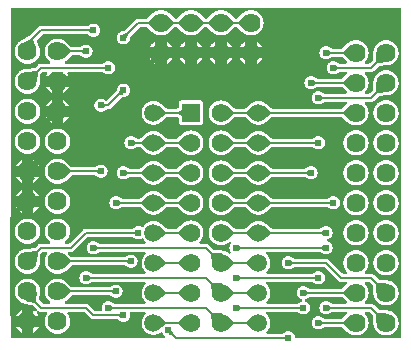
<source format=gtl>
G04 Layer: TopLayer*
G04 EasyEDA v6.4.0, 2020-08-02T14:52:40+02:00*
G04 aadbe2b07ee54088b09cfdb154852e2a,5bf1b712bda346c5934589caff60f8c7,10*
G04 Gerber Generator version 0.2*
G04 Scale: 100 percent, Rotated: No, Reflected: No *
G04 Dimensions in millimeters *
G04 leading zeros omitted , absolute positions ,3 integer and 3 decimal *
%FSLAX33Y33*%
%MOMM*%
G90*
G71D02*

%ADD10C,0.254000*%
%ADD11C,0.200000*%
%ADD12C,0.609600*%
%ADD13C,1.500022*%
%ADD14C,1.624000*%
%ADD15C,1.574800*%
%ADD16R,1.574800X1.574800*%

%LPD*%
G36*
G01X5916Y6947D02*
G01X5916Y6948D01*
G01X5915Y6947D01*
G01X5916Y6947D01*
G37*

%LPD*%
G36*
G01X5916Y4407D02*
G01X5916Y4408D01*
G01X5915Y4407D01*
G01X5916Y4407D01*
G37*

%LPD*%
G36*
G01X13909Y29213D02*
G01X1374Y29213D01*
G01X1360Y29212D01*
G01X1346Y29208D01*
G01X1332Y29203D01*
G01X1319Y29196D01*
G01X1308Y29188D01*
G01X1297Y29177D01*
G01X1289Y29166D01*
G01X1282Y29153D01*
G01X1277Y29139D01*
G01X1274Y29125D01*
G01X1273Y29111D01*
G01X1273Y1374D01*
G01X1274Y1360D01*
G01X1277Y1346D01*
G01X1282Y1332D01*
G01X1289Y1319D01*
G01X1297Y1308D01*
G01X1308Y1297D01*
G01X1319Y1289D01*
G01X1332Y1282D01*
G01X1346Y1277D01*
G01X1360Y1274D01*
G01X1374Y1273D01*
G01X14214Y1273D01*
G01X14229Y1274D01*
G01X14242Y1277D01*
G01X14256Y1282D01*
G01X14269Y1289D01*
G01X14280Y1297D01*
G01X14291Y1308D01*
G01X14299Y1319D01*
G01X14306Y1332D01*
G01X14311Y1346D01*
G01X14314Y1360D01*
G01X14316Y1374D01*
G01X14314Y1390D01*
G01X14310Y1405D01*
G01X14305Y1420D01*
G01X14296Y1434D01*
G01X14286Y1446D01*
G01X14274Y1456D01*
G01X14245Y1479D01*
G01X14217Y1505D01*
G01X14191Y1532D01*
G01X14166Y1561D01*
G01X14144Y1591D01*
G01X14123Y1623D01*
G01X14106Y1656D01*
G01X14090Y1691D01*
G01X14083Y1704D01*
G01X14075Y1716D01*
G01X14064Y1727D01*
G01X14052Y1736D01*
G01X14040Y1743D01*
G01X14025Y1749D01*
G01X14011Y1752D01*
G01X13996Y1753D01*
G01X13980Y1752D01*
G01X13964Y1748D01*
G01X13950Y1741D01*
G01X13936Y1733D01*
G01X13898Y1707D01*
G01X13860Y1682D01*
G01X13820Y1659D01*
G01X13780Y1638D01*
G01X13738Y1619D01*
G01X13696Y1602D01*
G01X13653Y1586D01*
G01X13609Y1573D01*
G01X13564Y1562D01*
G01X13519Y1552D01*
G01X13474Y1545D01*
G01X13429Y1540D01*
G01X13383Y1537D01*
G01X13338Y1536D01*
G01X13291Y1537D01*
G01X13245Y1540D01*
G01X13198Y1546D01*
G01X13153Y1553D01*
G01X13107Y1563D01*
G01X13062Y1574D01*
G01X13018Y1588D01*
G01X12974Y1604D01*
G01X12931Y1622D01*
G01X12889Y1641D01*
G01X12848Y1663D01*
G01X12808Y1687D01*
G01X12769Y1712D01*
G01X12731Y1739D01*
G01X12694Y1768D01*
G01X12659Y1799D01*
G01X12626Y1831D01*
G01X12594Y1864D01*
G01X12563Y1899D01*
G01X12534Y1936D01*
G01X12507Y1974D01*
G01X12482Y2013D01*
G01X12458Y2053D01*
G01X12436Y2094D01*
G01X12417Y2136D01*
G01X12399Y2179D01*
G01X12383Y2222D01*
G01X12369Y2267D01*
G01X12358Y2312D01*
G01X12348Y2358D01*
G01X12341Y2403D01*
G01X12335Y2450D01*
G01X12332Y2496D01*
G01X12331Y2543D01*
G01X12332Y2588D01*
G01X12335Y2634D01*
G01X12340Y2680D01*
G01X12348Y2725D01*
G01X12357Y2771D01*
G01X12369Y2815D01*
G01X12382Y2859D01*
G01X12397Y2902D01*
G01X12415Y2945D01*
G01X12434Y2987D01*
G01X12455Y3027D01*
G01X12479Y3067D01*
G01X12503Y3106D01*
G01X12530Y3143D01*
G01X12558Y3180D01*
G01X12588Y3215D01*
G01X12620Y3248D01*
G01X12664Y3292D01*
G01X12673Y3306D01*
G01X12680Y3322D01*
G01X12684Y3338D01*
G01X12685Y3354D01*
G01X12684Y3369D01*
G01X12681Y3383D01*
G01X12676Y3396D01*
G01X12669Y3409D01*
G01X12660Y3421D01*
G01X12650Y3431D01*
G01X12638Y3440D01*
G01X12625Y3447D01*
G01X12612Y3452D01*
G01X12598Y3455D01*
G01X12583Y3456D01*
G01X11437Y3456D01*
G01X11422Y3455D01*
G01X11408Y3452D01*
G01X11395Y3447D01*
G01X11382Y3440D01*
G01X11370Y3431D01*
G01X11360Y3421D01*
G01X11351Y3409D01*
G01X11344Y3396D01*
G01X11339Y3383D01*
G01X11336Y3369D01*
G01X11335Y3354D01*
G01X11339Y3327D01*
G01X11347Y3290D01*
G01X11354Y3253D01*
G01X11357Y3216D01*
G01X11359Y3178D01*
G01X11358Y3143D01*
G01X11355Y3110D01*
G01X11350Y3076D01*
G01X11343Y3043D01*
G01X11334Y3010D01*
G01X11322Y2978D01*
G01X11310Y2947D01*
G01X11294Y2916D01*
G01X11278Y2887D01*
G01X11259Y2859D01*
G01X11240Y2832D01*
G01X11218Y2805D01*
G01X11170Y2757D01*
G01X11144Y2736D01*
G01X11117Y2716D01*
G01X11088Y2697D01*
G01X11059Y2681D01*
G01X11028Y2665D01*
G01X10997Y2653D01*
G01X10965Y2642D01*
G01X10932Y2632D01*
G01X10899Y2625D01*
G01X10865Y2620D01*
G01X10832Y2617D01*
G01X10798Y2616D01*
G01X10764Y2617D01*
G01X10730Y2620D01*
G01X10697Y2625D01*
G01X10663Y2632D01*
G01X10630Y2642D01*
G01X10598Y2653D01*
G01X10567Y2665D01*
G01X10536Y2681D01*
G01X10507Y2697D01*
G01X10479Y2716D01*
G01X10452Y2736D01*
G01X10441Y2743D01*
G01X10335Y2806D01*
G01X10319Y2814D01*
G01X10301Y2819D01*
G01X10283Y2821D01*
G01X8258Y2821D01*
G01X8230Y2822D01*
G01X8202Y2825D01*
G01X8174Y2831D01*
G01X8147Y2838D01*
G01X8121Y2848D01*
G01X8096Y2860D01*
G01X8071Y2874D01*
G01X8048Y2889D01*
G01X8026Y2906D01*
G01X8006Y2926D01*
G01X7505Y3426D01*
G01X7493Y3437D01*
G01X7479Y3445D01*
G01X7464Y3451D01*
G01X7449Y3455D01*
G01X7433Y3456D01*
G01X6159Y3456D01*
G01X6144Y3455D01*
G01X6130Y3452D01*
G01X6116Y3447D01*
G01X6104Y3440D01*
G01X6092Y3431D01*
G01X6082Y3421D01*
G01X6073Y3409D01*
G01X6066Y3396D01*
G01X6061Y3383D01*
G01X6058Y3369D01*
G01X6057Y3354D01*
G01X6058Y3339D01*
G01X6062Y3323D01*
G01X6068Y3309D01*
G01X6076Y3295D01*
G01X6103Y3256D01*
G01X6129Y3215D01*
G01X6152Y3173D01*
G01X6173Y3131D01*
G01X6193Y3088D01*
G01X6211Y3043D01*
G01X6226Y2998D01*
G01X6240Y2952D01*
G01X6252Y2906D01*
G01X6261Y2860D01*
G01X6269Y2812D01*
G01X6274Y2765D01*
G01X6277Y2717D01*
G01X6278Y2670D01*
G01X6277Y2623D01*
G01X6274Y2577D01*
G01X6269Y2530D01*
G01X6262Y2484D01*
G01X6253Y2438D01*
G01X6242Y2393D01*
G01X6229Y2348D01*
G01X6214Y2304D01*
G01X6197Y2261D01*
G01X6178Y2218D01*
G01X6158Y2176D01*
G01X6135Y2135D01*
G01X6111Y2095D01*
G01X6085Y2057D01*
G01X6057Y2019D01*
G01X6028Y1983D01*
G01X5998Y1948D01*
G01X5965Y1914D01*
G01X5931Y1882D01*
G01X5896Y1851D01*
G01X5860Y1822D01*
G01X5822Y1794D01*
G01X5784Y1768D01*
G01X5744Y1744D01*
G01X5703Y1722D01*
G01X5661Y1701D01*
G01X5619Y1682D01*
G01X5575Y1665D01*
G01X5531Y1650D01*
G01X5486Y1637D01*
G01X5441Y1626D01*
G01X5395Y1617D01*
G01X5349Y1610D01*
G01X5303Y1605D01*
G01X5256Y1602D01*
G01X5210Y1601D01*
G01X5163Y1602D01*
G01X5117Y1605D01*
G01X5070Y1610D01*
G01X5024Y1617D01*
G01X4978Y1626D01*
G01X4933Y1637D01*
G01X4888Y1650D01*
G01X4844Y1665D01*
G01X4801Y1682D01*
G01X4758Y1701D01*
G01X4716Y1722D01*
G01X4675Y1744D01*
G01X4636Y1768D01*
G01X4597Y1794D01*
G01X4559Y1822D01*
G01X4523Y1851D01*
G01X4488Y1882D01*
G01X4454Y1914D01*
G01X4422Y1948D01*
G01X4391Y1983D01*
G01X4362Y2019D01*
G01X4334Y2057D01*
G01X4308Y2095D01*
G01X4284Y2135D01*
G01X4262Y2176D01*
G01X4241Y2218D01*
G01X4205Y2304D01*
G01X4191Y2348D01*
G01X4177Y2393D01*
G01X4166Y2438D01*
G01X4150Y2530D01*
G01X4145Y2577D01*
G01X4142Y2623D01*
G01X4141Y2670D01*
G01X4142Y2717D01*
G01X4145Y2765D01*
G01X4150Y2812D01*
G01X4158Y2860D01*
G01X4168Y2906D01*
G01X4179Y2952D01*
G01X4193Y2998D01*
G01X4208Y3043D01*
G01X4226Y3088D01*
G01X4246Y3131D01*
G01X4267Y3173D01*
G01X4291Y3215D01*
G01X4316Y3256D01*
G01X4343Y3295D01*
G01X4352Y3309D01*
G01X4358Y3323D01*
G01X4361Y3339D01*
G01X4362Y3354D01*
G01X4361Y3369D01*
G01X4358Y3383D01*
G01X4353Y3396D01*
G01X4347Y3409D01*
G01X4337Y3421D01*
G01X4327Y3431D01*
G01X4316Y3440D01*
G01X4303Y3447D01*
G01X4290Y3452D01*
G01X4275Y3455D01*
G01X4261Y3456D01*
G01X3813Y3456D01*
G01X3783Y3457D01*
G01X3753Y3461D01*
G01X3723Y3468D01*
G01X3694Y3476D01*
G01X3666Y3487D01*
G01X3639Y3501D01*
G01X3613Y3517D01*
G01X3601Y3524D01*
G01X3587Y3530D01*
G01X3572Y3533D01*
G01X3557Y3534D01*
G01X3542Y3533D01*
G01X3528Y3530D01*
G01X3515Y3525D01*
G01X3502Y3518D01*
G01X3491Y3509D01*
G01X3480Y3499D01*
G01X3471Y3487D01*
G01X3465Y3475D01*
G01X3460Y3461D01*
G01X3456Y3447D01*
G01X3455Y3433D01*
G01X3456Y3418D01*
G01X3464Y3390D01*
G01X3471Y3378D01*
G01X3480Y3366D01*
G01X3514Y3324D01*
G01X3546Y3280D01*
G01X3576Y3234D01*
G01X3604Y3187D01*
G01X3630Y3139D01*
G01X3139Y3139D01*
G01X3139Y3630D01*
G01X3184Y3606D01*
G01X3227Y3581D01*
G01X3270Y3554D01*
G01X3310Y3524D01*
G01X3324Y3516D01*
G01X3339Y3510D01*
G01X3355Y3506D01*
G01X3371Y3504D01*
G01X3386Y3505D01*
G01X3400Y3508D01*
G01X3413Y3513D01*
G01X3426Y3520D01*
G01X3438Y3529D01*
G01X3448Y3539D01*
G01X3456Y3551D01*
G01X3464Y3564D01*
G01X3469Y3577D01*
G01X3472Y3592D01*
G01X3473Y3606D01*
G01X3472Y3622D01*
G01X3468Y3637D01*
G01X3462Y3652D01*
G01X3453Y3666D01*
G01X3443Y3678D01*
G01X3124Y3997D01*
G01X3113Y4007D01*
G01X3101Y4014D01*
G01X3088Y4020D01*
G01X3074Y4024D01*
G01X2443Y4165D01*
G01X2443Y4166D01*
G01X2430Y4168D01*
G01X2384Y4180D01*
G01X2338Y4194D01*
G01X2293Y4210D01*
G01X2248Y4228D01*
G01X2205Y4247D01*
G01X2162Y4269D01*
G01X2120Y4293D01*
G01X2080Y4319D01*
G01X2041Y4346D01*
G01X2003Y4375D01*
G01X1966Y4405D01*
G01X1930Y4438D01*
G01X1896Y4472D01*
G01X1864Y4507D01*
G01X1833Y4544D01*
G01X1804Y4582D01*
G01X1778Y4621D01*
G01X1752Y4662D01*
G01X1728Y4704D01*
G01X1706Y4746D01*
G01X1687Y4790D01*
G01X1669Y4835D01*
G01X1653Y4880D01*
G01X1639Y4926D01*
G01X1628Y4972D01*
G01X1618Y5019D01*
G01X1611Y5066D01*
G01X1605Y5114D01*
G01X1602Y5162D01*
G01X1601Y5210D01*
G01X1602Y5256D01*
G01X1605Y5302D01*
G01X1610Y5349D01*
G01X1626Y5441D01*
G01X1637Y5486D01*
G01X1651Y5531D01*
G01X1665Y5575D01*
G01X1701Y5661D01*
G01X1722Y5703D01*
G01X1744Y5744D01*
G01X1768Y5784D01*
G01X1794Y5822D01*
G01X1822Y5860D01*
G01X1851Y5896D01*
G01X1882Y5931D01*
G01X1914Y5965D01*
G01X1948Y5997D01*
G01X1983Y6028D01*
G01X2019Y6057D01*
G01X2057Y6085D01*
G01X2096Y6111D01*
G01X2135Y6135D01*
G01X2176Y6157D01*
G01X2218Y6178D01*
G01X2261Y6197D01*
G01X2304Y6214D01*
G01X2348Y6229D01*
G01X2393Y6242D01*
G01X2438Y6253D01*
G01X2484Y6262D01*
G01X2530Y6269D01*
G01X2577Y6274D01*
G01X2623Y6277D01*
G01X2670Y6278D01*
G01X2716Y6277D01*
G01X2763Y6274D01*
G01X2809Y6269D01*
G01X2855Y6262D01*
G01X2901Y6253D01*
G01X2946Y6242D01*
G01X2991Y6229D01*
G01X3035Y6214D01*
G01X3079Y6197D01*
G01X3121Y6178D01*
G01X3163Y6157D01*
G01X3204Y6135D01*
G01X3244Y6111D01*
G01X3282Y6085D01*
G01X3320Y6057D01*
G01X3356Y6028D01*
G01X3391Y5997D01*
G01X3425Y5965D01*
G01X3458Y5931D01*
G01X3488Y5896D01*
G01X3517Y5860D01*
G01X3545Y5822D01*
G01X3571Y5784D01*
G01X3595Y5744D01*
G01X3618Y5703D01*
G01X3638Y5661D01*
G01X3657Y5618D01*
G01X3674Y5575D01*
G01X3689Y5531D01*
G01X3702Y5486D01*
G01X3713Y5441D01*
G01X3722Y5395D01*
G01X3729Y5349D01*
G01X3734Y5302D01*
G01X3737Y5256D01*
G01X3738Y5210D01*
G01X3736Y5150D01*
G01X3731Y5090D01*
G01X3670Y4513D01*
G01X3669Y4502D01*
G01X3670Y4487D01*
G01X3674Y4471D01*
G01X3680Y4456D01*
G01X3689Y4442D01*
G01X3699Y4431D01*
G01X3930Y4199D01*
G01X3943Y4188D01*
G01X3956Y4180D01*
G01X3971Y4174D01*
G01X3986Y4170D01*
G01X4003Y4169D01*
G01X4511Y4169D01*
G01X4526Y4170D01*
G01X4540Y4173D01*
G01X4553Y4178D01*
G01X4566Y4185D01*
G01X4578Y4194D01*
G01X4588Y4204D01*
G01X4596Y4216D01*
G01X4604Y4229D01*
G01X4609Y4242D01*
G01X4612Y4256D01*
G01X4613Y4271D01*
G01X4612Y4286D01*
G01X4608Y4302D01*
G01X4602Y4316D01*
G01X4594Y4330D01*
G01X4584Y4342D01*
G01X4572Y4352D01*
G01X4534Y4381D01*
G01X4498Y4412D01*
G01X4464Y4444D01*
G01X4430Y4478D01*
G01X4399Y4514D01*
G01X4369Y4550D01*
G01X4340Y4588D01*
G01X4314Y4627D01*
G01X4289Y4667D01*
G01X4266Y4709D01*
G01X4244Y4751D01*
G01X4225Y4794D01*
G01X4208Y4838D01*
G01X4192Y4883D01*
G01X4179Y4929D01*
G01X4167Y4974D01*
G01X4158Y5021D01*
G01X4150Y5068D01*
G01X4145Y5115D01*
G01X4142Y5162D01*
G01X4141Y5210D01*
G01X4142Y5256D01*
G01X4145Y5302D01*
G01X4150Y5349D01*
G01X4166Y5441D01*
G01X4177Y5486D01*
G01X4191Y5531D01*
G01X4205Y5575D01*
G01X4241Y5661D01*
G01X4262Y5703D01*
G01X4284Y5744D01*
G01X4308Y5784D01*
G01X4334Y5822D01*
G01X4362Y5860D01*
G01X4391Y5896D01*
G01X4422Y5931D01*
G01X4454Y5965D01*
G01X4488Y5997D01*
G01X4523Y6028D01*
G01X4559Y6057D01*
G01X4597Y6085D01*
G01X4636Y6111D01*
G01X4675Y6135D01*
G01X4716Y6157D01*
G01X4758Y6178D01*
G01X4801Y6197D01*
G01X4844Y6214D01*
G01X4888Y6229D01*
G01X4933Y6242D01*
G01X4978Y6253D01*
G01X5024Y6262D01*
G01X5070Y6269D01*
G01X5117Y6274D01*
G01X5163Y6277D01*
G01X5210Y6278D01*
G01X5258Y6277D01*
G01X5306Y6274D01*
G01X5354Y6268D01*
G01X5402Y6261D01*
G01X5449Y6251D01*
G01X5496Y6239D01*
G01X5541Y6225D01*
G01X5587Y6209D01*
G01X5632Y6191D01*
G01X5675Y6171D01*
G01X5719Y6149D01*
G01X5760Y6125D01*
G01X5801Y6100D01*
G01X5841Y6072D01*
G01X5879Y6043D01*
G01X5916Y6012D01*
G01X5916Y6011D01*
G01X5918Y6010D01*
G01X5928Y6000D01*
G01X6384Y5592D01*
G01X6396Y5583D01*
G01X6409Y5576D01*
G01X6423Y5570D01*
G01X6437Y5567D01*
G01X6452Y5566D01*
G01X9648Y5566D01*
G01X9666Y5568D01*
G01X9684Y5573D01*
G01X9700Y5581D01*
G01X9806Y5644D01*
G01X9817Y5651D01*
G01X9844Y5671D01*
G01X9872Y5690D01*
G01X9901Y5706D01*
G01X9932Y5722D01*
G01X9963Y5734D01*
G01X9995Y5745D01*
G01X10028Y5755D01*
G01X10062Y5762D01*
G01X10095Y5767D01*
G01X10129Y5770D01*
G01X10163Y5771D01*
G01X10197Y5770D01*
G01X10230Y5767D01*
G01X10264Y5762D01*
G01X10297Y5755D01*
G01X10330Y5745D01*
G01X10362Y5734D01*
G01X10393Y5722D01*
G01X10424Y5706D01*
G01X10453Y5690D01*
G01X10482Y5671D01*
G01X10509Y5651D01*
G01X10535Y5630D01*
G01X10583Y5582D01*
G01X10605Y5555D01*
G01X10624Y5529D01*
G01X10643Y5500D01*
G01X10659Y5471D01*
G01X10675Y5440D01*
G01X10687Y5409D01*
G01X10699Y5377D01*
G01X10708Y5344D01*
G01X10715Y5311D01*
G01X10720Y5277D01*
G01X10723Y5244D01*
G01X10724Y5210D01*
G01X10723Y5175D01*
G01X10720Y5142D01*
G01X10715Y5108D01*
G01X10708Y5075D01*
G01X10699Y5042D01*
G01X10687Y5010D01*
G01X10675Y4979D01*
G01X10659Y4948D01*
G01X10643Y4919D01*
G01X10624Y4891D01*
G01X10605Y4864D01*
G01X10583Y4837D01*
G01X10535Y4789D01*
G01X10509Y4768D01*
G01X10482Y4748D01*
G01X10453Y4729D01*
G01X10424Y4713D01*
G01X10393Y4697D01*
G01X10362Y4685D01*
G01X10330Y4674D01*
G01X10297Y4664D01*
G01X10264Y4657D01*
G01X10230Y4652D01*
G01X10197Y4649D01*
G01X10163Y4648D01*
G01X10129Y4649D01*
G01X10095Y4652D01*
G01X10062Y4657D01*
G01X10028Y4664D01*
G01X9995Y4674D01*
G01X9963Y4685D01*
G01X9932Y4697D01*
G01X9901Y4713D01*
G01X9872Y4729D01*
G01X9844Y4748D01*
G01X9817Y4768D01*
G01X9806Y4775D01*
G01X9700Y4838D01*
G01X9684Y4846D01*
G01X9666Y4851D01*
G01X9648Y4853D01*
G01X6452Y4853D01*
G01X6437Y4852D01*
G01X6423Y4849D01*
G01X6409Y4843D01*
G01X6396Y4836D01*
G01X6384Y4827D01*
G01X5928Y4419D01*
G01X5927Y4418D01*
G01X5917Y4409D01*
G01X5916Y4407D01*
G01X5847Y4352D01*
G01X5835Y4342D01*
G01X5825Y4330D01*
G01X5817Y4316D01*
G01X5811Y4302D01*
G01X5808Y4286D01*
G01X5807Y4271D01*
G01X5808Y4256D01*
G01X5811Y4242D01*
G01X5816Y4229D01*
G01X5823Y4216D01*
G01X5831Y4204D01*
G01X5842Y4194D01*
G01X5853Y4185D01*
G01X5866Y4178D01*
G01X5879Y4173D01*
G01X5893Y4170D01*
G01X5908Y4169D01*
G01X7623Y4169D01*
G01X7651Y4168D01*
G01X7678Y4165D01*
G01X7706Y4159D01*
G01X7733Y4152D01*
G01X7759Y4142D01*
G01X7785Y4130D01*
G01X7809Y4116D01*
G01X7832Y4101D01*
G01X7854Y4084D01*
G01X7875Y4065D01*
G01X8375Y3564D01*
G01X8388Y3553D01*
G01X8401Y3545D01*
G01X8416Y3539D01*
G01X8431Y3535D01*
G01X8448Y3534D01*
G01X8889Y3534D01*
G01X8903Y3535D01*
G01X8917Y3538D01*
G01X8931Y3543D01*
G01X8943Y3550D01*
G01X8955Y3559D01*
G01X8965Y3569D01*
G01X8974Y3581D01*
G01X8981Y3594D01*
G01X8986Y3607D01*
G01X8989Y3621D01*
G01X8990Y3636D01*
G01X8987Y3663D01*
G01X8978Y3700D01*
G01X8971Y3737D01*
G01X8968Y3774D01*
G01X8966Y3813D01*
G01X8967Y3847D01*
G01X8970Y3880D01*
G01X8975Y3914D01*
G01X8983Y3947D01*
G01X8992Y3980D01*
G01X9003Y4012D01*
G01X9016Y4043D01*
G01X9031Y4074D01*
G01X9047Y4103D01*
G01X9066Y4132D01*
G01X9086Y4158D01*
G01X9107Y4185D01*
G01X9155Y4233D01*
G01X9182Y4254D01*
G01X9209Y4274D01*
G01X9237Y4293D01*
G01X9266Y4309D01*
G01X9297Y4325D01*
G01X9328Y4337D01*
G01X9360Y4348D01*
G01X9393Y4358D01*
G01X9427Y4365D01*
G01X9460Y4370D01*
G01X9494Y4373D01*
G01X9528Y4374D01*
G01X9562Y4373D01*
G01X9595Y4370D01*
G01X9629Y4365D01*
G01X9662Y4358D01*
G01X9695Y4348D01*
G01X9727Y4337D01*
G01X9758Y4325D01*
G01X9789Y4309D01*
G01X9818Y4293D01*
G01X9847Y4274D01*
G01X9874Y4254D01*
G01X9884Y4247D01*
G01X9990Y4184D01*
G01X10006Y4176D01*
G01X10024Y4171D01*
G01X10042Y4169D01*
G01X12583Y4169D01*
G01X12598Y4170D01*
G01X12612Y4173D01*
G01X12625Y4178D01*
G01X12638Y4185D01*
G01X12650Y4194D01*
G01X12660Y4204D01*
G01X12669Y4216D01*
G01X12676Y4229D01*
G01X12681Y4242D01*
G01X12684Y4256D01*
G01X12685Y4271D01*
G01X12684Y4288D01*
G01X12680Y4303D01*
G01X12673Y4319D01*
G01X12664Y4333D01*
G01X12620Y4377D01*
G01X12588Y4410D01*
G01X12558Y4446D01*
G01X12530Y4482D01*
G01X12503Y4519D01*
G01X12479Y4558D01*
G01X12455Y4598D01*
G01X12434Y4639D01*
G01X12415Y4680D01*
G01X12397Y4723D01*
G01X12382Y4766D01*
G01X12369Y4810D01*
G01X12357Y4854D01*
G01X12348Y4900D01*
G01X12340Y4945D01*
G01X12335Y4991D01*
G01X12332Y5037D01*
G01X12331Y5083D01*
G01X12332Y5128D01*
G01X12335Y5174D01*
G01X12340Y5220D01*
G01X12348Y5265D01*
G01X12357Y5311D01*
G01X12369Y5355D01*
G01X12382Y5399D01*
G01X12397Y5442D01*
G01X12415Y5485D01*
G01X12434Y5527D01*
G01X12455Y5567D01*
G01X12479Y5607D01*
G01X12503Y5646D01*
G01X12530Y5683D01*
G01X12558Y5720D01*
G01X12588Y5755D01*
G01X12620Y5788D01*
G01X12664Y5832D01*
G01X12673Y5846D01*
G01X12680Y5862D01*
G01X12684Y5878D01*
G01X12685Y5894D01*
G01X12684Y5909D01*
G01X12681Y5923D01*
G01X12676Y5936D01*
G01X12669Y5949D01*
G01X12660Y5961D01*
G01X12650Y5971D01*
G01X12638Y5980D01*
G01X12625Y5987D01*
G01X12612Y5992D01*
G01X12598Y5995D01*
G01X12583Y5996D01*
G01X8137Y5996D01*
G01X8119Y5994D01*
G01X8101Y5989D01*
G01X8085Y5981D01*
G01X7979Y5918D01*
G01X7969Y5911D01*
G01X7942Y5891D01*
G01X7913Y5872D01*
G01X7884Y5856D01*
G01X7853Y5840D01*
G01X7822Y5828D01*
G01X7790Y5817D01*
G01X7757Y5807D01*
G01X7724Y5800D01*
G01X7690Y5795D01*
G01X7657Y5792D01*
G01X7623Y5791D01*
G01X7589Y5792D01*
G01X7555Y5795D01*
G01X7522Y5800D01*
G01X7488Y5807D01*
G01X7455Y5817D01*
G01X7423Y5828D01*
G01X7392Y5840D01*
G01X7361Y5856D01*
G01X7332Y5872D01*
G01X7304Y5891D01*
G01X7277Y5911D01*
G01X7250Y5932D01*
G01X7202Y5980D01*
G01X7181Y6007D01*
G01X7161Y6034D01*
G01X7142Y6062D01*
G01X7126Y6091D01*
G01X7111Y6122D01*
G01X7098Y6153D01*
G01X7087Y6185D01*
G01X7078Y6218D01*
G01X7070Y6251D01*
G01X7065Y6285D01*
G01X7062Y6318D01*
G01X7061Y6353D01*
G01X7062Y6387D01*
G01X7065Y6420D01*
G01X7070Y6454D01*
G01X7078Y6487D01*
G01X7087Y6520D01*
G01X7098Y6552D01*
G01X7111Y6583D01*
G01X7126Y6614D01*
G01X7142Y6643D01*
G01X7161Y6672D01*
G01X7181Y6698D01*
G01X7202Y6725D01*
G01X7250Y6773D01*
G01X7277Y6794D01*
G01X7304Y6814D01*
G01X7332Y6833D01*
G01X7361Y6849D01*
G01X7392Y6865D01*
G01X7423Y6877D01*
G01X7455Y6888D01*
G01X7488Y6898D01*
G01X7522Y6905D01*
G01X7555Y6910D01*
G01X7589Y6913D01*
G01X7623Y6914D01*
G01X7657Y6913D01*
G01X7690Y6910D01*
G01X7724Y6905D01*
G01X7757Y6898D01*
G01X7790Y6888D01*
G01X7822Y6877D01*
G01X7853Y6865D01*
G01X7884Y6849D01*
G01X7913Y6833D01*
G01X7942Y6814D01*
G01X7969Y6794D01*
G01X7979Y6787D01*
G01X8085Y6724D01*
G01X8101Y6716D01*
G01X8119Y6711D01*
G01X8137Y6709D01*
G01X12583Y6709D01*
G01X12598Y6710D01*
G01X12612Y6713D01*
G01X12625Y6718D01*
G01X12638Y6725D01*
G01X12650Y6734D01*
G01X12660Y6744D01*
G01X12669Y6756D01*
G01X12676Y6769D01*
G01X12681Y6782D01*
G01X12684Y6796D01*
G01X12685Y6811D01*
G01X12684Y6828D01*
G01X12680Y6843D01*
G01X12673Y6859D01*
G01X12664Y6873D01*
G01X12620Y6917D01*
G01X12588Y6950D01*
G01X12558Y6986D01*
G01X12530Y7022D01*
G01X12503Y7059D01*
G01X12479Y7098D01*
G01X12455Y7138D01*
G01X12434Y7179D01*
G01X12415Y7220D01*
G01X12397Y7263D01*
G01X12382Y7306D01*
G01X12369Y7350D01*
G01X12357Y7394D01*
G01X12348Y7440D01*
G01X12340Y7485D01*
G01X12335Y7531D01*
G01X12332Y7577D01*
G01X12331Y7623D01*
G01X12332Y7668D01*
G01X12335Y7714D01*
G01X12340Y7760D01*
G01X12348Y7805D01*
G01X12357Y7851D01*
G01X12369Y7895D01*
G01X12382Y7939D01*
G01X12397Y7982D01*
G01X12415Y8025D01*
G01X12434Y8067D01*
G01X12455Y8107D01*
G01X12479Y8147D01*
G01X12503Y8186D01*
G01X12530Y8223D01*
G01X12558Y8260D01*
G01X12588Y8295D01*
G01X12620Y8328D01*
G01X12664Y8372D01*
G01X12673Y8386D01*
G01X12680Y8402D01*
G01X12684Y8418D01*
G01X12685Y8434D01*
G01X12684Y8449D01*
G01X12681Y8463D01*
G01X12676Y8476D01*
G01X12669Y8489D01*
G01X12660Y8501D01*
G01X12650Y8511D01*
G01X12638Y8520D01*
G01X12625Y8527D01*
G01X12612Y8532D01*
G01X12598Y8535D01*
G01X12583Y8536D01*
G01X8772Y8536D01*
G01X8754Y8534D01*
G01X8736Y8529D01*
G01X8720Y8521D01*
G01X8614Y8458D01*
G01X8604Y8451D01*
G01X8577Y8431D01*
G01X8548Y8412D01*
G01X8519Y8396D01*
G01X8488Y8380D01*
G01X8457Y8368D01*
G01X8425Y8357D01*
G01X8392Y8347D01*
G01X8359Y8340D01*
G01X8325Y8335D01*
G01X8292Y8332D01*
G01X8258Y8331D01*
G01X8224Y8332D01*
G01X8190Y8335D01*
G01X8157Y8340D01*
G01X8123Y8347D01*
G01X8090Y8357D01*
G01X8058Y8368D01*
G01X8027Y8380D01*
G01X7996Y8396D01*
G01X7967Y8412D01*
G01X7939Y8431D01*
G01X7912Y8451D01*
G01X7885Y8472D01*
G01X7837Y8520D01*
G01X7816Y8547D01*
G01X7796Y8574D01*
G01X7777Y8602D01*
G01X7761Y8631D01*
G01X7746Y8662D01*
G01X7733Y8693D01*
G01X7722Y8725D01*
G01X7713Y8758D01*
G01X7705Y8791D01*
G01X7700Y8825D01*
G01X7697Y8858D01*
G01X7696Y8893D01*
G01X7697Y8927D01*
G01X7700Y8960D01*
G01X7705Y8994D01*
G01X7713Y9027D01*
G01X7722Y9060D01*
G01X7733Y9092D01*
G01X7746Y9123D01*
G01X7761Y9154D01*
G01X7777Y9183D01*
G01X7796Y9212D01*
G01X7816Y9238D01*
G01X7837Y9265D01*
G01X7885Y9313D01*
G01X7912Y9334D01*
G01X7939Y9354D01*
G01X7967Y9373D01*
G01X7996Y9389D01*
G01X8027Y9405D01*
G01X8058Y9417D01*
G01X8090Y9428D01*
G01X8123Y9438D01*
G01X8157Y9445D01*
G01X8190Y9450D01*
G01X8224Y9453D01*
G01X8258Y9454D01*
G01X8292Y9453D01*
G01X8325Y9450D01*
G01X8359Y9445D01*
G01X8392Y9438D01*
G01X8425Y9428D01*
G01X8457Y9417D01*
G01X8488Y9405D01*
G01X8519Y9389D01*
G01X8548Y9373D01*
G01X8577Y9354D01*
G01X8604Y9334D01*
G01X8614Y9327D01*
G01X8720Y9264D01*
G01X8736Y9256D01*
G01X8754Y9251D01*
G01X8772Y9249D01*
G01X12583Y9249D01*
G01X12598Y9250D01*
G01X12612Y9253D01*
G01X12625Y9258D01*
G01X12638Y9265D01*
G01X12650Y9274D01*
G01X12660Y9284D01*
G01X12669Y9296D01*
G01X12676Y9309D01*
G01X12681Y9322D01*
G01X12684Y9336D01*
G01X12685Y9351D01*
G01X12684Y9368D01*
G01X12680Y9383D01*
G01X12673Y9399D01*
G01X12664Y9413D01*
G01X12620Y9457D01*
G01X12588Y9490D01*
G01X12558Y9526D01*
G01X12530Y9562D01*
G01X12503Y9599D01*
G01X12479Y9637D01*
G01X12470Y9649D01*
G01X12460Y9660D01*
G01X12448Y9669D01*
G01X12435Y9676D01*
G01X12421Y9682D01*
G01X12407Y9685D01*
G01X12392Y9686D01*
G01X12375Y9685D01*
G01X12358Y9680D01*
G01X12342Y9673D01*
G01X12310Y9657D01*
G01X12278Y9642D01*
G01X12244Y9630D01*
G01X12210Y9619D01*
G01X12175Y9611D01*
G01X12139Y9606D01*
G01X12104Y9602D01*
G01X12068Y9601D01*
G01X12034Y9602D01*
G01X12000Y9605D01*
G01X11967Y9610D01*
G01X11933Y9617D01*
G01X11900Y9627D01*
G01X11868Y9638D01*
G01X11837Y9650D01*
G01X11806Y9666D01*
G01X11777Y9682D01*
G01X11749Y9701D01*
G01X11722Y9721D01*
G01X11711Y9728D01*
G01X11605Y9791D01*
G01X11589Y9799D01*
G01X11571Y9804D01*
G01X11553Y9806D01*
G01X7813Y9806D01*
G01X7796Y9805D01*
G01X7781Y9801D01*
G01X7766Y9795D01*
G01X7753Y9787D01*
G01X7740Y9776D01*
G01X6605Y8641D01*
G01X6584Y8621D01*
G01X6562Y8604D01*
G01X6539Y8589D01*
G01X6515Y8575D01*
G01X6489Y8563D01*
G01X6463Y8553D01*
G01X6436Y8546D01*
G01X6408Y8540D01*
G01X6381Y8537D01*
G01X6353Y8536D01*
G01X6199Y8536D01*
G01X6184Y8535D01*
G01X6170Y8532D01*
G01X6157Y8527D01*
G01X6144Y8520D01*
G01X6132Y8511D01*
G01X6122Y8501D01*
G01X6113Y8489D01*
G01X6106Y8476D01*
G01X6101Y8463D01*
G01X6098Y8449D01*
G01X6097Y8434D01*
G01X6099Y8418D01*
G01X6103Y8401D01*
G01X6110Y8386D01*
G01X6119Y8371D01*
G01X6131Y8359D01*
G01X6384Y8132D01*
G01X6396Y8123D01*
G01X6409Y8116D01*
G01X6423Y8110D01*
G01X6437Y8107D01*
G01X6452Y8106D01*
G01X10918Y8106D01*
G01X10936Y8108D01*
G01X10954Y8113D01*
G01X10970Y8121D01*
G01X11076Y8184D01*
G01X11087Y8191D01*
G01X11114Y8211D01*
G01X11142Y8230D01*
G01X11171Y8246D01*
G01X11202Y8262D01*
G01X11233Y8274D01*
G01X11265Y8285D01*
G01X11298Y8295D01*
G01X11332Y8302D01*
G01X11365Y8307D01*
G01X11399Y8310D01*
G01X11433Y8311D01*
G01X11467Y8310D01*
G01X11500Y8307D01*
G01X11534Y8302D01*
G01X11567Y8295D01*
G01X11600Y8285D01*
G01X11632Y8274D01*
G01X11663Y8262D01*
G01X11694Y8246D01*
G01X11723Y8230D01*
G01X11752Y8211D01*
G01X11779Y8191D01*
G01X11805Y8170D01*
G01X11853Y8122D01*
G01X11875Y8095D01*
G01X11894Y8069D01*
G01X11913Y8040D01*
G01X11929Y8011D01*
G01X11945Y7980D01*
G01X11957Y7949D01*
G01X11969Y7917D01*
G01X11978Y7884D01*
G01X11985Y7851D01*
G01X11990Y7817D01*
G01X11993Y7784D01*
G01X11994Y7750D01*
G01X11993Y7715D01*
G01X11990Y7682D01*
G01X11985Y7648D01*
G01X11978Y7615D01*
G01X11969Y7582D01*
G01X11957Y7550D01*
G01X11945Y7519D01*
G01X11929Y7488D01*
G01X11913Y7459D01*
G01X11894Y7431D01*
G01X11875Y7404D01*
G01X11853Y7377D01*
G01X11805Y7329D01*
G01X11779Y7308D01*
G01X11752Y7288D01*
G01X11723Y7269D01*
G01X11694Y7253D01*
G01X11663Y7237D01*
G01X11632Y7225D01*
G01X11600Y7214D01*
G01X11567Y7204D01*
G01X11534Y7197D01*
G01X11500Y7192D01*
G01X11467Y7189D01*
G01X11433Y7188D01*
G01X11399Y7189D01*
G01X11365Y7192D01*
G01X11332Y7197D01*
G01X11298Y7204D01*
G01X11265Y7214D01*
G01X11233Y7225D01*
G01X11202Y7237D01*
G01X11171Y7253D01*
G01X11142Y7269D01*
G01X11114Y7288D01*
G01X11087Y7308D01*
G01X11076Y7315D01*
G01X10970Y7378D01*
G01X10954Y7386D01*
G01X10936Y7391D01*
G01X10918Y7393D01*
G01X6452Y7393D01*
G01X6437Y7392D01*
G01X6423Y7389D01*
G01X6409Y7383D01*
G01X6396Y7376D01*
G01X6384Y7367D01*
G01X5928Y6959D01*
G01X5927Y6958D01*
G01X5917Y6949D01*
G01X5916Y6947D01*
G01X5879Y6916D01*
G01X5841Y6887D01*
G01X5801Y6860D01*
G01X5760Y6834D01*
G01X5719Y6810D01*
G01X5675Y6788D01*
G01X5632Y6768D01*
G01X5587Y6750D01*
G01X5541Y6734D01*
G01X5496Y6720D01*
G01X5449Y6708D01*
G01X5402Y6698D01*
G01X5354Y6691D01*
G01X5306Y6685D01*
G01X5258Y6682D01*
G01X5210Y6681D01*
G01X5163Y6682D01*
G01X5117Y6685D01*
G01X5070Y6690D01*
G01X5024Y6697D01*
G01X4978Y6706D01*
G01X4933Y6717D01*
G01X4888Y6730D01*
G01X4844Y6745D01*
G01X4801Y6762D01*
G01X4758Y6781D01*
G01X4716Y6802D01*
G01X4675Y6824D01*
G01X4636Y6848D01*
G01X4597Y6874D01*
G01X4559Y6902D01*
G01X4523Y6931D01*
G01X4488Y6962D01*
G01X4454Y6994D01*
G01X4422Y7028D01*
G01X4391Y7063D01*
G01X4362Y7099D01*
G01X4334Y7137D01*
G01X4308Y7175D01*
G01X4284Y7215D01*
G01X4262Y7256D01*
G01X4241Y7298D01*
G01X4205Y7384D01*
G01X4191Y7428D01*
G01X4177Y7473D01*
G01X4166Y7518D01*
G01X4150Y7610D01*
G01X4145Y7657D01*
G01X4142Y7703D01*
G01X4141Y7750D01*
G01X4142Y7797D01*
G01X4145Y7845D01*
G01X4150Y7892D01*
G01X4158Y7940D01*
G01X4168Y7986D01*
G01X4179Y8032D01*
G01X4193Y8078D01*
G01X4208Y8123D01*
G01X4226Y8168D01*
G01X4246Y8211D01*
G01X4267Y8253D01*
G01X4291Y8295D01*
G01X4316Y8336D01*
G01X4343Y8375D01*
G01X4352Y8389D01*
G01X4358Y8403D01*
G01X4361Y8419D01*
G01X4362Y8434D01*
G01X4361Y8449D01*
G01X4358Y8463D01*
G01X4353Y8476D01*
G01X4347Y8489D01*
G01X4337Y8501D01*
G01X4327Y8511D01*
G01X4316Y8520D01*
G01X4303Y8527D01*
G01X4290Y8532D01*
G01X4275Y8535D01*
G01X4261Y8536D01*
G01X4003Y8536D01*
G01X3986Y8535D01*
G01X3971Y8531D01*
G01X3956Y8525D01*
G01X3943Y8517D01*
G01X3930Y8506D01*
G01X3800Y8376D01*
G01X3791Y8365D01*
G01X3783Y8352D01*
G01X3777Y8339D01*
G01X3772Y8325D01*
G01X3770Y8310D01*
G01X3737Y7698D01*
G01X3737Y7697D01*
G01X3736Y7683D01*
G01X3736Y7681D01*
G01X3732Y7634D01*
G01X3726Y7587D01*
G01X3718Y7541D01*
G01X3707Y7495D01*
G01X3695Y7449D01*
G01X3681Y7404D01*
G01X3664Y7359D01*
G01X3646Y7316D01*
G01X3626Y7273D01*
G01X3604Y7231D01*
G01X3580Y7190D01*
G01X3554Y7150D01*
G01X3527Y7111D01*
G01X3498Y7074D01*
G01X3467Y7038D01*
G01X3435Y7003D01*
G01X3401Y6970D01*
G01X3366Y6939D01*
G01X3329Y6909D01*
G01X3291Y6880D01*
G01X3252Y6853D01*
G01X3212Y6829D01*
G01X3170Y6806D01*
G01X3128Y6784D01*
G01X3085Y6765D01*
G01X3040Y6747D01*
G01X2996Y6732D01*
G01X2951Y6719D01*
G01X2904Y6707D01*
G01X2858Y6698D01*
G01X2811Y6690D01*
G01X2764Y6685D01*
G01X2717Y6682D01*
G01X2670Y6681D01*
G01X2623Y6682D01*
G01X2577Y6685D01*
G01X2530Y6690D01*
G01X2484Y6697D01*
G01X2438Y6706D01*
G01X2393Y6717D01*
G01X2348Y6730D01*
G01X2304Y6745D01*
G01X2261Y6762D01*
G01X2218Y6781D01*
G01X2176Y6802D01*
G01X2135Y6824D01*
G01X2096Y6848D01*
G01X2057Y6874D01*
G01X2019Y6902D01*
G01X1983Y6931D01*
G01X1948Y6962D01*
G01X1914Y6994D01*
G01X1882Y7028D01*
G01X1851Y7063D01*
G01X1822Y7099D01*
G01X1794Y7137D01*
G01X1768Y7175D01*
G01X1744Y7215D01*
G01X1722Y7256D01*
G01X1701Y7298D01*
G01X1665Y7384D01*
G01X1651Y7428D01*
G01X1637Y7473D01*
G01X1626Y7518D01*
G01X1610Y7610D01*
G01X1605Y7657D01*
G01X1602Y7703D01*
G01X1601Y7750D01*
G01X1602Y7797D01*
G01X1605Y7844D01*
G01X1610Y7891D01*
G01X1618Y7938D01*
G01X1627Y7984D01*
G01X1639Y8030D01*
G01X1652Y8076D01*
G01X1667Y8120D01*
G01X1685Y8165D01*
G01X1704Y8208D01*
G01X1726Y8250D01*
G01X1749Y8292D01*
G01X1773Y8332D01*
G01X1800Y8371D01*
G01X1829Y8409D01*
G01X1859Y8445D01*
G01X1890Y8481D01*
G01X1923Y8515D01*
G01X1958Y8547D01*
G01X1994Y8578D01*
G01X2032Y8607D01*
G01X2070Y8634D01*
G01X2110Y8660D01*
G01X2151Y8684D01*
G01X2193Y8706D01*
G01X2236Y8726D01*
G01X2279Y8744D01*
G01X2324Y8760D01*
G01X2369Y8775D01*
G01X2415Y8787D01*
G01X2461Y8798D01*
G01X2508Y8806D01*
G01X2554Y8812D01*
G01X2602Y8816D01*
G01X2604Y8816D01*
G01X2617Y8817D01*
G01X2618Y8817D01*
G01X3230Y8850D01*
G01X3245Y8852D01*
G01X3259Y8856D01*
G01X3272Y8863D01*
G01X3285Y8871D01*
G01X3296Y8880D01*
G01X3561Y9145D01*
G01X3581Y9164D01*
G01X3603Y9181D01*
G01X3626Y9196D01*
G01X3651Y9210D01*
G01X3676Y9222D01*
G01X3702Y9232D01*
G01X3729Y9239D01*
G01X3757Y9245D01*
G01X3785Y9248D01*
G01X3813Y9249D01*
G01X4511Y9249D01*
G01X4526Y9250D01*
G01X4540Y9253D01*
G01X4553Y9258D01*
G01X4566Y9265D01*
G01X4578Y9274D01*
G01X4588Y9284D01*
G01X4596Y9296D01*
G01X4604Y9309D01*
G01X4609Y9322D01*
G01X4612Y9336D01*
G01X4613Y9351D01*
G01X4612Y9366D01*
G01X4608Y9382D01*
G01X4602Y9396D01*
G01X4594Y9410D01*
G01X4584Y9422D01*
G01X4572Y9432D01*
G01X4534Y9461D01*
G01X4498Y9492D01*
G01X4464Y9524D01*
G01X4430Y9558D01*
G01X4399Y9594D01*
G01X4369Y9630D01*
G01X4340Y9668D01*
G01X4314Y9707D01*
G01X4289Y9747D01*
G01X4266Y9789D01*
G01X4244Y9831D01*
G01X4225Y9874D01*
G01X4208Y9918D01*
G01X4192Y9963D01*
G01X4179Y10009D01*
G01X4167Y10054D01*
G01X4158Y10101D01*
G01X4150Y10148D01*
G01X4145Y10195D01*
G01X4142Y10242D01*
G01X4141Y10290D01*
G01X4142Y10336D01*
G01X4145Y10382D01*
G01X4150Y10429D01*
G01X4166Y10521D01*
G01X4177Y10566D01*
G01X4191Y10611D01*
G01X4205Y10655D01*
G01X4241Y10741D01*
G01X4262Y10783D01*
G01X4284Y10824D01*
G01X4308Y10864D01*
G01X4334Y10902D01*
G01X4362Y10940D01*
G01X4391Y10976D01*
G01X4422Y11011D01*
G01X4454Y11045D01*
G01X4488Y11077D01*
G01X4523Y11108D01*
G01X4559Y11137D01*
G01X4597Y11165D01*
G01X4636Y11191D01*
G01X4675Y11215D01*
G01X4716Y11237D01*
G01X4758Y11258D01*
G01X4801Y11277D01*
G01X4844Y11294D01*
G01X4888Y11309D01*
G01X4933Y11322D01*
G01X4978Y11333D01*
G01X5024Y11342D01*
G01X5070Y11349D01*
G01X5117Y11354D01*
G01X5163Y11357D01*
G01X5210Y11358D01*
G01X5256Y11357D01*
G01X5303Y11354D01*
G01X5349Y11349D01*
G01X5395Y11342D01*
G01X5441Y11333D01*
G01X5486Y11322D01*
G01X5531Y11309D01*
G01X5575Y11294D01*
G01X5619Y11277D01*
G01X5661Y11258D01*
G01X5703Y11237D01*
G01X5744Y11215D01*
G01X5784Y11191D01*
G01X5822Y11165D01*
G01X5860Y11137D01*
G01X5896Y11108D01*
G01X5931Y11077D01*
G01X5965Y11045D01*
G01X5998Y11011D01*
G01X6028Y10976D01*
G01X6057Y10940D01*
G01X6085Y10902D01*
G01X6111Y10864D01*
G01X6135Y10824D01*
G01X6158Y10783D01*
G01X6178Y10741D01*
G01X6197Y10698D01*
G01X6214Y10655D01*
G01X6229Y10611D01*
G01X6242Y10566D01*
G01X6253Y10521D01*
G01X6262Y10475D01*
G01X6269Y10429D01*
G01X6274Y10382D01*
G01X6277Y10336D01*
G01X6278Y10290D01*
G01X6277Y10242D01*
G01X6274Y10195D01*
G01X6269Y10148D01*
G01X6261Y10101D01*
G01X6252Y10054D01*
G01X6240Y10009D01*
G01X6227Y9963D01*
G01X6211Y9918D01*
G01X6194Y9874D01*
G01X6175Y9831D01*
G01X6131Y9747D01*
G01X6105Y9707D01*
G01X6079Y9668D01*
G01X6050Y9630D01*
G01X6020Y9594D01*
G01X5989Y9558D01*
G01X5955Y9524D01*
G01X5921Y9492D01*
G01X5885Y9461D01*
G01X5847Y9432D01*
G01X5835Y9422D01*
G01X5825Y9410D01*
G01X5817Y9396D01*
G01X5811Y9382D01*
G01X5808Y9366D01*
G01X5807Y9351D01*
G01X5808Y9336D01*
G01X5811Y9322D01*
G01X5816Y9309D01*
G01X5823Y9296D01*
G01X5831Y9284D01*
G01X5842Y9274D01*
G01X5853Y9265D01*
G01X5866Y9258D01*
G01X5879Y9253D01*
G01X5893Y9250D01*
G01X5908Y9249D01*
G01X6163Y9249D01*
G01X6179Y9250D01*
G01X6194Y9254D01*
G01X6209Y9260D01*
G01X6223Y9268D01*
G01X6235Y9279D01*
G01X7371Y10415D01*
G01X7391Y10434D01*
G01X7413Y10451D01*
G01X7436Y10466D01*
G01X7461Y10480D01*
G01X7486Y10492D01*
G01X7512Y10502D01*
G01X7539Y10509D01*
G01X7567Y10515D01*
G01X7595Y10518D01*
G01X7623Y10519D01*
G01X11553Y10519D01*
G01X11571Y10521D01*
G01X11589Y10526D01*
G01X11605Y10534D01*
G01X11711Y10597D01*
G01X11722Y10604D01*
G01X11749Y10624D01*
G01X11777Y10643D01*
G01X11806Y10659D01*
G01X11837Y10675D01*
G01X11868Y10687D01*
G01X11900Y10698D01*
G01X11933Y10708D01*
G01X11967Y10715D01*
G01X12000Y10720D01*
G01X12034Y10723D01*
G01X12068Y10724D01*
G01X12104Y10723D01*
G01X12139Y10719D01*
G01X12175Y10714D01*
G01X12210Y10706D01*
G01X12244Y10695D01*
G01X12278Y10683D01*
G01X12310Y10669D01*
G01X12342Y10652D01*
G01X12358Y10645D01*
G01X12375Y10641D01*
G01X12392Y10639D01*
G01X12407Y10640D01*
G01X12421Y10643D01*
G01X12435Y10649D01*
G01X12448Y10656D01*
G01X12460Y10665D01*
G01X12470Y10676D01*
G01X12479Y10688D01*
G01X12504Y10727D01*
G01X12531Y10765D01*
G01X12560Y10802D01*
G01X12591Y10837D01*
G01X12623Y10871D01*
G01X12656Y10904D01*
G01X12691Y10934D01*
G01X12728Y10964D01*
G01X12766Y10991D01*
G01X12805Y11016D01*
G01X12845Y11040D01*
G01X12886Y11062D01*
G01X12929Y11083D01*
G01X12972Y11100D01*
G01X13016Y11117D01*
G01X13061Y11130D01*
G01X13106Y11142D01*
G01X13152Y11152D01*
G01X13198Y11159D01*
G01X13244Y11165D01*
G01X13291Y11168D01*
G01X13338Y11169D01*
G01X13383Y11168D01*
G01X13429Y11165D01*
G01X13474Y11160D01*
G01X13518Y11153D01*
G01X13563Y11143D01*
G01X13607Y11132D01*
G01X13651Y11119D01*
G01X13694Y11104D01*
G01X13736Y11087D01*
G01X13778Y11068D01*
G01X13818Y11047D01*
G01X13857Y11025D01*
G01X13896Y11000D01*
G01X13933Y10974D01*
G01X13969Y10946D01*
G01X14004Y10917D01*
G01X14427Y10545D01*
G01X14438Y10535D01*
G01X14451Y10528D01*
G01X14465Y10523D01*
G01X14479Y10520D01*
G01X14494Y10519D01*
G01X15304Y10519D01*
G01X15319Y10520D01*
G01X15334Y10523D01*
G01X15347Y10529D01*
G01X15360Y10536D01*
G01X15372Y10545D01*
G01X15816Y10940D01*
G01X15822Y10945D01*
G01X15823Y10946D01*
G01X15859Y10976D01*
G01X15896Y11005D01*
G01X15934Y11032D01*
G01X15975Y11057D01*
G01X16015Y11080D01*
G01X16057Y11102D01*
G01X16100Y11122D01*
G01X16144Y11139D01*
G01X16188Y11155D01*
G01X16233Y11168D01*
G01X16279Y11180D01*
G01X16325Y11190D01*
G01X16372Y11197D01*
G01X16419Y11202D01*
G01X16465Y11205D01*
G01X16513Y11206D01*
G01X16559Y11205D01*
G01X16606Y11202D01*
G01X16653Y11197D01*
G01X16699Y11190D01*
G01X16745Y11180D01*
G01X16790Y11169D01*
G01X16835Y11155D01*
G01X16879Y11140D01*
G01X16923Y11123D01*
G01X16966Y11103D01*
G01X17007Y11082D01*
G01X17048Y11059D01*
G01X17088Y11034D01*
G01X17126Y11007D01*
G01X17163Y10979D01*
G01X17199Y10949D01*
G01X17234Y10917D01*
G01X17267Y10884D01*
G01X17299Y10849D01*
G01X17329Y10813D01*
G01X17357Y10776D01*
G01X17384Y10738D01*
G01X17409Y10698D01*
G01X17432Y10657D01*
G01X17453Y10616D01*
G01X17473Y10573D01*
G01X17490Y10529D01*
G01X17505Y10485D01*
G01X17519Y10440D01*
G01X17530Y10395D01*
G01X17540Y10349D01*
G01X17547Y10303D01*
G01X17552Y10256D01*
G01X17556Y10209D01*
G01X17557Y10163D01*
G01X17556Y10114D01*
G01X17552Y10066D01*
G01X17546Y10018D01*
G01X17539Y9970D01*
G01X17529Y9923D01*
G01X17516Y9876D01*
G01X17502Y9830D01*
G01X17485Y9785D01*
G01X17467Y9740D01*
G01X17446Y9696D01*
G01X17424Y9653D01*
G01X17399Y9611D01*
G01X17373Y9571D01*
G01X17345Y9532D01*
G01X17314Y9494D01*
G01X17283Y9457D01*
G01X17249Y9423D01*
G01X17239Y9411D01*
G01X17230Y9397D01*
G01X17224Y9382D01*
G01X17220Y9366D01*
G01X17219Y9351D01*
G01X17220Y9336D01*
G01X17223Y9322D01*
G01X17228Y9309D01*
G01X17235Y9296D01*
G01X17244Y9284D01*
G01X17254Y9274D01*
G01X17266Y9265D01*
G01X17279Y9258D01*
G01X17292Y9253D01*
G01X17306Y9250D01*
G01X17321Y9249D01*
G01X17783Y9249D01*
G01X17811Y9248D01*
G01X17838Y9245D01*
G01X17866Y9239D01*
G01X17893Y9232D01*
G01X17919Y9222D01*
G01X17945Y9210D01*
G01X17969Y9196D01*
G01X17992Y9181D01*
G01X18014Y9164D01*
G01X18035Y9145D01*
G01X18450Y8729D01*
G01X18461Y8719D01*
G01X18474Y8712D01*
G01X18487Y8706D01*
G01X18501Y8702D01*
G01X18516Y8699D01*
G01X19109Y8665D01*
G01X19117Y8664D01*
G01X19119Y8664D01*
G01X19166Y8660D01*
G01X19213Y8654D01*
G01X19259Y8646D01*
G01X19305Y8635D01*
G01X19351Y8623D01*
G01X19396Y8609D01*
G01X19440Y8592D01*
G01X19483Y8574D01*
G01X19526Y8553D01*
G01X19567Y8531D01*
G01X19608Y8506D01*
G01X19647Y8481D01*
G01X19685Y8453D01*
G01X19722Y8424D01*
G01X19737Y8413D01*
G01X19753Y8406D01*
G01X19770Y8401D01*
G01X19787Y8400D01*
G01X19802Y8401D01*
G01X19816Y8404D01*
G01X19829Y8409D01*
G01X19842Y8416D01*
G01X19854Y8425D01*
G01X19864Y8435D01*
G01X19873Y8447D01*
G01X19880Y8459D01*
G01X19885Y8473D01*
G01X19888Y8487D01*
G01X19889Y8501D01*
G01X19888Y8518D01*
G01X19884Y8533D01*
G01X19878Y8548D01*
G01X19869Y8561D01*
G01X19849Y8591D01*
G01X19831Y8621D01*
G01X19815Y8653D01*
G01X19801Y8685D01*
G01X19789Y8718D01*
G01X19779Y8752D01*
G01X19771Y8787D01*
G01X19766Y8822D01*
G01X19762Y8857D01*
G01X19761Y8893D01*
G01X19762Y8928D01*
G01X19766Y8963D01*
G01X19771Y8998D01*
G01X19779Y9033D01*
G01X19789Y9067D01*
G01X19801Y9100D01*
G01X19815Y9132D01*
G01X19831Y9164D01*
G01X19849Y9194D01*
G01X19869Y9224D01*
G01X19878Y9237D01*
G01X19884Y9252D01*
G01X19888Y9267D01*
G01X19889Y9284D01*
G01X19888Y9298D01*
G01X19885Y9312D01*
G01X19880Y9326D01*
G01X19873Y9339D01*
G01X19864Y9350D01*
G01X19854Y9360D01*
G01X19842Y9369D01*
G01X19829Y9376D01*
G01X19816Y9381D01*
G01X19802Y9384D01*
G01X19787Y9385D01*
G01X19770Y9384D01*
G01X19753Y9379D01*
G01X19737Y9372D01*
G01X19722Y9361D01*
G01X19684Y9331D01*
G01X19645Y9303D01*
G01X19604Y9277D01*
G01X19563Y9252D01*
G01X19520Y9229D01*
G01X19476Y9209D01*
G01X19432Y9190D01*
G01X19386Y9173D01*
G01X19340Y9159D01*
G01X19293Y9147D01*
G01X19245Y9136D01*
G01X19197Y9129D01*
G01X19150Y9123D01*
G01X19101Y9120D01*
G01X19053Y9119D01*
G01X19006Y9120D01*
G01X18959Y9123D01*
G01X18912Y9128D01*
G01X18866Y9135D01*
G01X18820Y9145D01*
G01X18775Y9156D01*
G01X18730Y9170D01*
G01X18686Y9185D01*
G01X18642Y9202D01*
G01X18599Y9222D01*
G01X18558Y9243D01*
G01X18517Y9266D01*
G01X18478Y9291D01*
G01X18439Y9318D01*
G01X18402Y9346D01*
G01X18366Y9376D01*
G01X18331Y9408D01*
G01X18298Y9441D01*
G01X18266Y9476D01*
G01X18236Y9512D01*
G01X18208Y9549D01*
G01X18181Y9587D01*
G01X18156Y9627D01*
G01X18133Y9668D01*
G01X18112Y9709D01*
G01X18092Y9752D01*
G01X18075Y9796D01*
G01X18060Y9840D01*
G01X18046Y9885D01*
G01X18035Y9930D01*
G01X18025Y9976D01*
G01X18018Y10022D01*
G01X18013Y10069D01*
G01X18010Y10116D01*
G01X18009Y10163D01*
G01X18010Y10209D01*
G01X18013Y10256D01*
G01X18018Y10303D01*
G01X18025Y10349D01*
G01X18035Y10395D01*
G01X18046Y10440D01*
G01X18060Y10485D01*
G01X18075Y10529D01*
G01X18092Y10573D01*
G01X18112Y10616D01*
G01X18133Y10657D01*
G01X18156Y10698D01*
G01X18181Y10738D01*
G01X18208Y10776D01*
G01X18236Y10813D01*
G01X18266Y10849D01*
G01X18298Y10884D01*
G01X18331Y10917D01*
G01X18366Y10949D01*
G01X18402Y10979D01*
G01X18439Y11007D01*
G01X18478Y11034D01*
G01X18517Y11059D01*
G01X18558Y11082D01*
G01X18599Y11103D01*
G01X18642Y11123D01*
G01X18686Y11140D01*
G01X18730Y11155D01*
G01X18775Y11169D01*
G01X18820Y11180D01*
G01X18866Y11190D01*
G01X18912Y11197D01*
G01X18959Y11202D01*
G01X19006Y11205D01*
G01X19053Y11206D01*
G01X19100Y11205D01*
G01X19147Y11202D01*
G01X19193Y11197D01*
G01X19240Y11190D01*
G01X19286Y11180D01*
G01X19332Y11168D01*
G01X19377Y11155D01*
G01X19421Y11139D01*
G01X19465Y11122D01*
G01X19508Y11102D01*
G01X19550Y11080D01*
G01X19591Y11057D01*
G01X19631Y11032D01*
G01X19669Y11005D01*
G01X19706Y10976D01*
G01X19742Y10946D01*
G01X19743Y10946D01*
G01X19743Y10945D01*
G01X19750Y10940D01*
G01X20194Y10545D01*
G01X20205Y10536D01*
G01X20218Y10529D01*
G01X20232Y10523D01*
G01X20246Y10520D01*
G01X20261Y10519D01*
G01X21071Y10519D01*
G01X21086Y10520D01*
G01X21100Y10523D01*
G01X21114Y10528D01*
G01X21127Y10535D01*
G01X21138Y10545D01*
G01X21561Y10917D01*
G01X21562Y10917D01*
G01X21596Y10946D01*
G01X21632Y10974D01*
G01X21669Y11000D01*
G01X21708Y11025D01*
G01X21748Y11047D01*
G01X21788Y11068D01*
G01X21829Y11087D01*
G01X21871Y11104D01*
G01X21914Y11119D01*
G01X21958Y11132D01*
G01X22002Y11143D01*
G01X22047Y11153D01*
G01X22091Y11160D01*
G01X22137Y11165D01*
G01X22182Y11168D01*
G01X22228Y11169D01*
G01X22273Y11168D01*
G01X22319Y11165D01*
G01X22364Y11160D01*
G01X22408Y11153D01*
G01X22453Y11143D01*
G01X22497Y11132D01*
G01X22541Y11119D01*
G01X22584Y11104D01*
G01X22626Y11087D01*
G01X22668Y11068D01*
G01X22708Y11047D01*
G01X22747Y11025D01*
G01X22786Y11000D01*
G01X22823Y10974D01*
G01X22859Y10946D01*
G01X22894Y10917D01*
G01X23317Y10545D01*
G01X23328Y10535D01*
G01X23341Y10528D01*
G01X23355Y10523D01*
G01X23369Y10520D01*
G01X23384Y10519D01*
G01X27428Y10519D01*
G01X27446Y10521D01*
G01X27464Y10526D01*
G01X27480Y10534D01*
G01X27586Y10597D01*
G01X27597Y10604D01*
G01X27624Y10624D01*
G01X27652Y10643D01*
G01X27681Y10659D01*
G01X27712Y10675D01*
G01X27743Y10687D01*
G01X27775Y10698D01*
G01X27808Y10708D01*
G01X27842Y10715D01*
G01X27875Y10720D01*
G01X27909Y10723D01*
G01X27943Y10724D01*
G01X27977Y10723D01*
G01X28010Y10720D01*
G01X28044Y10715D01*
G01X28077Y10708D01*
G01X28110Y10698D01*
G01X28142Y10687D01*
G01X28173Y10675D01*
G01X28204Y10659D01*
G01X28233Y10643D01*
G01X28262Y10624D01*
G01X28289Y10604D01*
G01X28315Y10583D01*
G01X28363Y10535D01*
G01X28385Y10508D01*
G01X28404Y10482D01*
G01X28423Y10453D01*
G01X28439Y10424D01*
G01X28455Y10393D01*
G01X28467Y10362D01*
G01X28479Y10330D01*
G01X28488Y10297D01*
G01X28495Y10264D01*
G01X28500Y10230D01*
G01X28503Y10197D01*
G01X28504Y10163D01*
G01X28503Y10128D01*
G01X28500Y10094D01*
G01X28495Y10060D01*
G01X28487Y10027D01*
G01X28478Y9994D01*
G01X28467Y9962D01*
G01X28454Y9930D01*
G01X28438Y9899D01*
G01X28422Y9870D01*
G01X28403Y9841D01*
G01X28383Y9814D01*
G01X28361Y9788D01*
G01X28337Y9763D01*
G01X28312Y9740D01*
G01X28286Y9718D01*
G01X28258Y9698D01*
G01X28229Y9679D01*
G01X28199Y9663D01*
G01X28168Y9648D01*
G01X28136Y9636D01*
G01X28104Y9625D01*
G01X28090Y9619D01*
G01X28078Y9613D01*
G01X28066Y9604D01*
G01X28056Y9594D01*
G01X28047Y9582D01*
G01X28041Y9570D01*
G01X28036Y9556D01*
G01X28033Y9542D01*
G01X28032Y9528D01*
G01X28033Y9513D01*
G01X28036Y9499D01*
G01X28041Y9485D01*
G01X28047Y9473D01*
G01X28056Y9461D01*
G01X28066Y9451D01*
G01X28078Y9442D01*
G01X28090Y9436D01*
G01X28104Y9430D01*
G01X28136Y9419D01*
G01X28168Y9407D01*
G01X28199Y9392D01*
G01X28229Y9376D01*
G01X28258Y9357D01*
G01X28286Y9337D01*
G01X28312Y9315D01*
G01X28337Y9292D01*
G01X28361Y9267D01*
G01X28383Y9241D01*
G01X28403Y9214D01*
G01X28422Y9185D01*
G01X28438Y9156D01*
G01X28454Y9125D01*
G01X28467Y9093D01*
G01X28478Y9061D01*
G01X28487Y9028D01*
G01X28495Y8995D01*
G01X28500Y8961D01*
G01X28503Y8927D01*
G01X28504Y8893D01*
G01X28503Y8858D01*
G01X28500Y8825D01*
G01X28495Y8791D01*
G01X28488Y8758D01*
G01X28479Y8725D01*
G01X28467Y8693D01*
G01X28455Y8662D01*
G01X28439Y8631D01*
G01X28423Y8602D01*
G01X28404Y8574D01*
G01X28385Y8547D01*
G01X28363Y8520D01*
G01X28315Y8472D01*
G01X28289Y8451D01*
G01X28262Y8431D01*
G01X28233Y8412D01*
G01X28204Y8396D01*
G01X28173Y8380D01*
G01X28142Y8368D01*
G01X28110Y8357D01*
G01X28077Y8347D01*
G01X28044Y8340D01*
G01X28010Y8335D01*
G01X27977Y8332D01*
G01X27943Y8331D01*
G01X27909Y8332D01*
G01X27875Y8335D01*
G01X27842Y8340D01*
G01X27808Y8347D01*
G01X27775Y8357D01*
G01X27743Y8368D01*
G01X27712Y8380D01*
G01X27681Y8396D01*
G01X27652Y8412D01*
G01X27624Y8431D01*
G01X27597Y8451D01*
G01X27586Y8458D01*
G01X27480Y8521D01*
G01X27464Y8529D01*
G01X27446Y8534D01*
G01X27428Y8536D01*
G01X22982Y8536D01*
G01X22967Y8535D01*
G01X22953Y8532D01*
G01X22940Y8527D01*
G01X22927Y8520D01*
G01X22915Y8511D01*
G01X22905Y8501D01*
G01X22896Y8489D01*
G01X22884Y8463D01*
G01X22881Y8449D01*
G01X22880Y8434D01*
G01X22881Y8418D01*
G01X22885Y8402D01*
G01X22893Y8386D01*
G01X22901Y8372D01*
G01X22945Y8328D01*
G01X22977Y8295D01*
G01X23007Y8260D01*
G01X23035Y8223D01*
G01X23062Y8186D01*
G01X23087Y8147D01*
G01X23110Y8107D01*
G01X23131Y8067D01*
G01X23150Y8025D01*
G01X23168Y7982D01*
G01X23183Y7939D01*
G01X23196Y7895D01*
G01X23208Y7851D01*
G01X23217Y7805D01*
G01X23225Y7760D01*
G01X23230Y7714D01*
G01X23233Y7668D01*
G01X23234Y7623D01*
G01X23233Y7577D01*
G01X23230Y7531D01*
G01X23225Y7485D01*
G01X23217Y7440D01*
G01X23208Y7394D01*
G01X23196Y7350D01*
G01X23183Y7306D01*
G01X23168Y7263D01*
G01X23150Y7220D01*
G01X23131Y7179D01*
G01X23110Y7138D01*
G01X23087Y7098D01*
G01X23062Y7059D01*
G01X23035Y7022D01*
G01X23007Y6986D01*
G01X22977Y6950D01*
G01X22945Y6917D01*
G01X22901Y6873D01*
G01X22893Y6859D01*
G01X22885Y6843D01*
G01X22881Y6828D01*
G01X22880Y6811D01*
G01X22881Y6796D01*
G01X22884Y6782D01*
G01X22896Y6756D01*
G01X22905Y6744D01*
G01X22915Y6734D01*
G01X22927Y6725D01*
G01X22940Y6718D01*
G01X22953Y6713D01*
G01X22967Y6710D01*
G01X22982Y6709D01*
G01X26793Y6709D01*
G01X26811Y6711D01*
G01X26829Y6716D01*
G01X26845Y6724D01*
G01X26951Y6787D01*
G01X26962Y6794D01*
G01X26989Y6814D01*
G01X27017Y6833D01*
G01X27046Y6849D01*
G01X27077Y6865D01*
G01X27108Y6877D01*
G01X27140Y6888D01*
G01X27173Y6898D01*
G01X27207Y6905D01*
G01X27240Y6910D01*
G01X27274Y6913D01*
G01X27308Y6914D01*
G01X27342Y6913D01*
G01X27375Y6910D01*
G01X27409Y6905D01*
G01X27442Y6898D01*
G01X27475Y6888D01*
G01X27507Y6877D01*
G01X27538Y6865D01*
G01X27569Y6849D01*
G01X27598Y6833D01*
G01X27627Y6814D01*
G01X27654Y6794D01*
G01X27680Y6773D01*
G01X27728Y6725D01*
G01X27750Y6698D01*
G01X27769Y6672D01*
G01X27788Y6643D01*
G01X27804Y6614D01*
G01X27820Y6583D01*
G01X27832Y6552D01*
G01X27844Y6520D01*
G01X27853Y6487D01*
G01X27860Y6454D01*
G01X27865Y6420D01*
G01X27868Y6387D01*
G01X27869Y6353D01*
G01X27868Y6318D01*
G01X27865Y6285D01*
G01X27860Y6251D01*
G01X27853Y6218D01*
G01X27844Y6185D01*
G01X27832Y6153D01*
G01X27820Y6122D01*
G01X27804Y6091D01*
G01X27788Y6062D01*
G01X27769Y6034D01*
G01X27750Y6007D01*
G01X27728Y5980D01*
G01X27680Y5932D01*
G01X27654Y5911D01*
G01X27627Y5891D01*
G01X27598Y5872D01*
G01X27569Y5856D01*
G01X27538Y5840D01*
G01X27507Y5828D01*
G01X27475Y5817D01*
G01X27442Y5807D01*
G01X27409Y5800D01*
G01X27375Y5795D01*
G01X27342Y5792D01*
G01X27308Y5791D01*
G01X27274Y5792D01*
G01X27240Y5795D01*
G01X27207Y5800D01*
G01X27173Y5807D01*
G01X27140Y5817D01*
G01X27108Y5828D01*
G01X27077Y5840D01*
G01X27046Y5856D01*
G01X27017Y5872D01*
G01X26989Y5891D01*
G01X26962Y5911D01*
G01X26951Y5918D01*
G01X26845Y5981D01*
G01X26829Y5989D01*
G01X26811Y5994D01*
G01X26793Y5996D01*
G01X22982Y5996D01*
G01X22967Y5995D01*
G01X22953Y5992D01*
G01X22940Y5987D01*
G01X22927Y5980D01*
G01X22915Y5971D01*
G01X22905Y5961D01*
G01X22896Y5949D01*
G01X22884Y5923D01*
G01X22881Y5909D01*
G01X22880Y5894D01*
G01X22881Y5878D01*
G01X22885Y5862D01*
G01X22893Y5846D01*
G01X22901Y5832D01*
G01X22945Y5788D01*
G01X22977Y5755D01*
G01X23007Y5720D01*
G01X23035Y5683D01*
G01X23062Y5646D01*
G01X23087Y5607D01*
G01X23110Y5567D01*
G01X23131Y5527D01*
G01X23150Y5485D01*
G01X23168Y5442D01*
G01X23183Y5399D01*
G01X23196Y5355D01*
G01X23208Y5311D01*
G01X23217Y5265D01*
G01X23225Y5220D01*
G01X23230Y5174D01*
G01X23233Y5128D01*
G01X23234Y5083D01*
G01X23233Y5037D01*
G01X23230Y4991D01*
G01X23225Y4945D01*
G01X23217Y4900D01*
G01X23208Y4854D01*
G01X23196Y4810D01*
G01X23183Y4766D01*
G01X23168Y4723D01*
G01X23150Y4680D01*
G01X23131Y4639D01*
G01X23110Y4598D01*
G01X23087Y4558D01*
G01X23062Y4519D01*
G01X23035Y4482D01*
G01X23007Y4446D01*
G01X22977Y4410D01*
G01X22945Y4377D01*
G01X22901Y4333D01*
G01X22893Y4319D01*
G01X22885Y4303D01*
G01X22881Y4288D01*
G01X22880Y4271D01*
G01X22881Y4256D01*
G01X22884Y4242D01*
G01X22896Y4216D01*
G01X22905Y4204D01*
G01X22915Y4194D01*
G01X22927Y4185D01*
G01X22940Y4178D01*
G01X22953Y4173D01*
G01X22967Y4170D01*
G01X22982Y4169D01*
G01X25523Y4169D01*
G01X25541Y4171D01*
G01X25559Y4176D01*
G01X25575Y4184D01*
G01X25681Y4247D01*
G01X25692Y4254D01*
G01X25720Y4275D01*
G01X25749Y4294D01*
G01X25780Y4311D01*
G01X25811Y4326D01*
G01X25843Y4339D01*
G01X25877Y4350D01*
G01X25890Y4356D01*
G01X25902Y4362D01*
G01X25914Y4371D01*
G01X25924Y4381D01*
G01X25933Y4393D01*
G01X25940Y4405D01*
G01X25945Y4419D01*
G01X25948Y4433D01*
G01X25949Y4448D01*
G01X25948Y4462D01*
G01X25945Y4476D01*
G01X25940Y4490D01*
G01X25933Y4502D01*
G01X25924Y4514D01*
G01X25914Y4524D01*
G01X25902Y4533D01*
G01X25890Y4539D01*
G01X25877Y4545D01*
G01X25844Y4556D01*
G01X25812Y4568D01*
G01X25781Y4583D01*
G01X25752Y4599D01*
G01X25723Y4618D01*
G01X25695Y4638D01*
G01X25668Y4660D01*
G01X25643Y4683D01*
G01X25620Y4708D01*
G01X25598Y4734D01*
G01X25577Y4761D01*
G01X25559Y4790D01*
G01X25542Y4819D01*
G01X25527Y4850D01*
G01X25513Y4882D01*
G01X25502Y4914D01*
G01X25493Y4947D01*
G01X25485Y4980D01*
G01X25480Y5014D01*
G01X25477Y5048D01*
G01X25476Y5083D01*
G01X25477Y5117D01*
G01X25480Y5150D01*
G01X25485Y5184D01*
G01X25493Y5217D01*
G01X25502Y5250D01*
G01X25513Y5282D01*
G01X25526Y5313D01*
G01X25541Y5344D01*
G01X25557Y5373D01*
G01X25576Y5402D01*
G01X25596Y5428D01*
G01X25617Y5455D01*
G01X25665Y5503D01*
G01X25692Y5524D01*
G01X25719Y5544D01*
G01X25747Y5563D01*
G01X25776Y5579D01*
G01X25807Y5595D01*
G01X25838Y5607D01*
G01X25870Y5618D01*
G01X25903Y5628D01*
G01X25937Y5635D01*
G01X25970Y5640D01*
G01X26004Y5643D01*
G01X26038Y5644D01*
G01X26072Y5643D01*
G01X26105Y5640D01*
G01X26139Y5635D01*
G01X26172Y5628D01*
G01X26205Y5618D01*
G01X26237Y5607D01*
G01X26268Y5595D01*
G01X26299Y5579D01*
G01X26328Y5563D01*
G01X26357Y5544D01*
G01X26384Y5524D01*
G01X26394Y5517D01*
G01X26500Y5454D01*
G01X26516Y5446D01*
G01X26534Y5441D01*
G01X26552Y5439D01*
G01X29240Y5439D01*
G01X29255Y5440D01*
G01X29269Y5443D01*
G01X29283Y5449D01*
G01X29296Y5456D01*
G01X29308Y5465D01*
G01X29703Y5819D01*
G01X29715Y5831D01*
G01X29724Y5846D01*
G01X29731Y5861D01*
G01X29735Y5878D01*
G01X29737Y5894D01*
G01X29736Y5909D01*
G01X29733Y5923D01*
G01X29728Y5936D01*
G01X29721Y5949D01*
G01X29712Y5961D01*
G01X29702Y5971D01*
G01X29690Y5980D01*
G01X29677Y5987D01*
G01X29664Y5992D01*
G01X29649Y5995D01*
G01X29635Y5996D01*
G01X29213Y5996D01*
G01X29185Y5997D01*
G01X29157Y6000D01*
G01X29129Y6006D01*
G01X29102Y6013D01*
G01X29076Y6023D01*
G01X29051Y6035D01*
G01X29026Y6049D01*
G01X29003Y6064D01*
G01X28981Y6081D01*
G01X28961Y6101D01*
G01X27825Y7236D01*
G01X27813Y7247D01*
G01X27799Y7255D01*
G01X27784Y7261D01*
G01X27769Y7265D01*
G01X27753Y7266D01*
G01X25282Y7266D01*
G01X25264Y7264D01*
G01X25246Y7259D01*
G01X25230Y7251D01*
G01X25124Y7188D01*
G01X25114Y7181D01*
G01X25087Y7161D01*
G01X25058Y7142D01*
G01X25029Y7126D01*
G01X24998Y7110D01*
G01X24967Y7098D01*
G01X24935Y7087D01*
G01X24902Y7077D01*
G01X24869Y7070D01*
G01X24835Y7065D01*
G01X24802Y7062D01*
G01X24768Y7061D01*
G01X24734Y7062D01*
G01X24700Y7065D01*
G01X24667Y7070D01*
G01X24633Y7077D01*
G01X24600Y7087D01*
G01X24568Y7098D01*
G01X24537Y7110D01*
G01X24506Y7126D01*
G01X24477Y7142D01*
G01X24449Y7161D01*
G01X24422Y7181D01*
G01X24395Y7202D01*
G01X24347Y7250D01*
G01X24326Y7277D01*
G01X24306Y7304D01*
G01X24287Y7332D01*
G01X24271Y7361D01*
G01X24256Y7392D01*
G01X24243Y7423D01*
G01X24232Y7455D01*
G01X24223Y7488D01*
G01X24215Y7521D01*
G01X24210Y7555D01*
G01X24207Y7588D01*
G01X24206Y7623D01*
G01X24207Y7657D01*
G01X24210Y7690D01*
G01X24215Y7724D01*
G01X24223Y7757D01*
G01X24232Y7790D01*
G01X24243Y7822D01*
G01X24256Y7853D01*
G01X24271Y7884D01*
G01X24287Y7913D01*
G01X24306Y7942D01*
G01X24326Y7968D01*
G01X24347Y7995D01*
G01X24395Y8043D01*
G01X24422Y8064D01*
G01X24449Y8084D01*
G01X24477Y8103D01*
G01X24506Y8119D01*
G01X24537Y8135D01*
G01X24568Y8147D01*
G01X24600Y8158D01*
G01X24633Y8168D01*
G01X24667Y8175D01*
G01X24700Y8180D01*
G01X24734Y8183D01*
G01X24768Y8184D01*
G01X24802Y8183D01*
G01X24835Y8180D01*
G01X24869Y8175D01*
G01X24902Y8168D01*
G01X24935Y8158D01*
G01X24967Y8147D01*
G01X24998Y8135D01*
G01X25029Y8119D01*
G01X25058Y8103D01*
G01X25087Y8084D01*
G01X25114Y8064D01*
G01X25124Y8057D01*
G01X25230Y7994D01*
G01X25246Y7986D01*
G01X25264Y7981D01*
G01X25282Y7979D01*
G01X27943Y7979D01*
G01X27971Y7978D01*
G01X27998Y7975D01*
G01X28026Y7969D01*
G01X28053Y7962D01*
G01X28079Y7952D01*
G01X28105Y7940D01*
G01X28129Y7926D01*
G01X28152Y7911D01*
G01X28174Y7894D01*
G01X28195Y7875D01*
G01X29330Y6739D01*
G01X29343Y6728D01*
G01X29356Y6720D01*
G01X29371Y6714D01*
G01X29386Y6710D01*
G01X29403Y6709D01*
G01X29640Y6709D01*
G01X29655Y6710D01*
G01X29669Y6713D01*
G01X29682Y6718D01*
G01X29695Y6725D01*
G01X29706Y6734D01*
G01X29717Y6744D01*
G01X29725Y6756D01*
G01X29732Y6769D01*
G01X29737Y6782D01*
G01X29740Y6796D01*
G01X29741Y6811D01*
G01X29740Y6826D01*
G01X29737Y6841D01*
G01X29731Y6856D01*
G01X29723Y6869D01*
G01X29713Y6881D01*
G01X29680Y6916D01*
G01X29649Y6953D01*
G01X29620Y6992D01*
G01X29593Y7031D01*
G01X29567Y7072D01*
G01X29543Y7114D01*
G01X29521Y7157D01*
G01X29501Y7200D01*
G01X29483Y7245D01*
G01X29467Y7291D01*
G01X29453Y7337D01*
G01X29441Y7384D01*
G01X29432Y7431D01*
G01X29424Y7478D01*
G01X29418Y7527D01*
G01X29415Y7574D01*
G01X29414Y7623D01*
G01X29415Y7669D01*
G01X29418Y7715D01*
G01X29423Y7762D01*
G01X29439Y7854D01*
G01X29450Y7899D01*
G01X29464Y7944D01*
G01X29478Y7988D01*
G01X29514Y8074D01*
G01X29535Y8116D01*
G01X29557Y8157D01*
G01X29581Y8197D01*
G01X29607Y8235D01*
G01X29635Y8273D01*
G01X29664Y8309D01*
G01X29695Y8344D01*
G01X29727Y8378D01*
G01X29761Y8410D01*
G01X29796Y8441D01*
G01X29832Y8470D01*
G01X29870Y8498D01*
G01X29909Y8524D01*
G01X29948Y8548D01*
G01X29989Y8570D01*
G01X30031Y8591D01*
G01X30074Y8610D01*
G01X30117Y8627D01*
G01X30161Y8642D01*
G01X30206Y8655D01*
G01X30251Y8666D01*
G01X30297Y8675D01*
G01X30343Y8682D01*
G01X30390Y8687D01*
G01X30436Y8690D01*
G01X30483Y8691D01*
G01X30529Y8690D01*
G01X30576Y8687D01*
G01X30622Y8682D01*
G01X30668Y8675D01*
G01X30714Y8666D01*
G01X30759Y8655D01*
G01X30804Y8642D01*
G01X30848Y8627D01*
G01X30892Y8610D01*
G01X30934Y8591D01*
G01X30976Y8570D01*
G01X31017Y8548D01*
G01X31057Y8524D01*
G01X31095Y8498D01*
G01X31133Y8470D01*
G01X31169Y8441D01*
G01X31204Y8410D01*
G01X31238Y8378D01*
G01X31271Y8344D01*
G01X31301Y8309D01*
G01X31330Y8273D01*
G01X31358Y8235D01*
G01X31384Y8197D01*
G01X31408Y8157D01*
G01X31431Y8116D01*
G01X31451Y8074D01*
G01X31470Y8031D01*
G01X31487Y7988D01*
G01X31502Y7944D01*
G01X31515Y7899D01*
G01X31526Y7854D01*
G01X31535Y7808D01*
G01X31542Y7762D01*
G01X31547Y7715D01*
G01X31550Y7669D01*
G01X31551Y7623D01*
G01X31550Y7574D01*
G01X31547Y7527D01*
G01X31541Y7478D01*
G01X31534Y7431D01*
G01X31524Y7384D01*
G01X31512Y7337D01*
G01X31498Y7291D01*
G01X31482Y7245D01*
G01X31464Y7200D01*
G01X31444Y7157D01*
G01X31422Y7114D01*
G01X31399Y7072D01*
G01X31373Y7031D01*
G01X31345Y6992D01*
G01X31316Y6953D01*
G01X31285Y6916D01*
G01X31252Y6881D01*
G01X31242Y6869D01*
G01X31234Y6856D01*
G01X31228Y6841D01*
G01X31225Y6826D01*
G01X31224Y6811D01*
G01X31225Y6796D01*
G01X31228Y6782D01*
G01X31233Y6769D01*
G01X31240Y6756D01*
G01X31249Y6744D01*
G01X31259Y6734D01*
G01X31271Y6725D01*
G01X31283Y6718D01*
G01X31296Y6713D01*
G01X31311Y6710D01*
G01X31325Y6709D01*
G01X31753Y6709D01*
G01X31781Y6708D01*
G01X31808Y6705D01*
G01X31836Y6699D01*
G01X31863Y6692D01*
G01X31889Y6682D01*
G01X31915Y6670D01*
G01X31939Y6656D01*
G01X31962Y6641D01*
G01X31984Y6624D01*
G01X32005Y6605D01*
G01X32396Y6213D01*
G01X32407Y6204D01*
G01X32420Y6196D01*
G01X32433Y6189D01*
G01X32448Y6185D01*
G01X32462Y6183D01*
G01X33074Y6150D01*
G01X33075Y6150D01*
G01X33089Y6149D01*
G01X33091Y6149D01*
G01X33137Y6145D01*
G01X33184Y6139D01*
G01X33230Y6131D01*
G01X33276Y6120D01*
G01X33322Y6108D01*
G01X33367Y6094D01*
G01X33411Y6078D01*
G01X33454Y6060D01*
G01X33497Y6040D01*
G01X33538Y6018D01*
G01X33579Y5995D01*
G01X33619Y5970D01*
G01X33657Y5942D01*
G01X33694Y5914D01*
G01X33730Y5883D01*
G01X33765Y5851D01*
G01X33798Y5818D01*
G01X33830Y5783D01*
G01X33860Y5747D01*
G01X33888Y5709D01*
G01X33915Y5671D01*
G01X33940Y5631D01*
G01X33963Y5590D01*
G01X33984Y5548D01*
G01X34004Y5505D01*
G01X34022Y5462D01*
G01X34038Y5417D01*
G01X34051Y5372D01*
G01X34063Y5327D01*
G01X34073Y5281D01*
G01X34080Y5234D01*
G01X34086Y5188D01*
G01X34089Y5141D01*
G01X34091Y5125D01*
G01X34096Y5110D01*
G01X34103Y5096D01*
G01X34112Y5083D01*
G01X34103Y5069D01*
G01X34096Y5055D01*
G01X34091Y5040D01*
G01X34089Y5024D01*
G01X34086Y4977D01*
G01X34080Y4930D01*
G01X34072Y4882D01*
G01X34062Y4836D01*
G01X34050Y4790D01*
G01X34036Y4744D01*
G01X34020Y4700D01*
G01X34002Y4655D01*
G01X33982Y4612D01*
G01X33960Y4570D01*
G01X33936Y4528D01*
G01X33911Y4488D01*
G01X33883Y4450D01*
G01X33854Y4411D01*
G01X33824Y4375D01*
G01X33791Y4340D01*
G01X33757Y4307D01*
G01X33722Y4275D01*
G01X33685Y4244D01*
G01X33647Y4215D01*
G01X33608Y4188D01*
G01X33568Y4164D01*
G01X33526Y4140D01*
G01X33483Y4118D01*
G01X33440Y4099D01*
G01X33396Y4081D01*
G01X33351Y4066D01*
G01X33305Y4052D01*
G01X33259Y4041D01*
G01X33212Y4031D01*
G01X33165Y4023D01*
G01X33118Y4018D01*
G01X33070Y4015D01*
G01X33023Y4014D01*
G01X32975Y4015D01*
G01X32928Y4018D01*
G01X32881Y4023D01*
G01X32834Y4031D01*
G01X32788Y4040D01*
G01X32742Y4052D01*
G01X32696Y4065D01*
G01X32652Y4080D01*
G01X32608Y4098D01*
G01X32564Y4117D01*
G01X32522Y4139D01*
G01X32481Y4162D01*
G01X32440Y4186D01*
G01X32401Y4213D01*
G01X32363Y4242D01*
G01X32327Y4272D01*
G01X32292Y4303D01*
G01X32258Y4336D01*
G01X32226Y4371D01*
G01X32195Y4407D01*
G01X32166Y4444D01*
G01X32138Y4483D01*
G01X32112Y4523D01*
G01X32088Y4564D01*
G01X32067Y4606D01*
G01X32046Y4649D01*
G01X32028Y4692D01*
G01X32012Y4737D01*
G01X31997Y4782D01*
G01X31985Y4828D01*
G01X31975Y4874D01*
G01X31966Y4920D01*
G01X31960Y4967D01*
G01X31956Y5014D01*
G01X31956Y5016D01*
G01X31955Y5030D01*
G01X31955Y5031D01*
G01X31922Y5643D01*
G01X31920Y5658D01*
G01X31916Y5672D01*
G01X31910Y5685D01*
G01X31901Y5698D01*
G01X31892Y5709D01*
G01X31635Y5966D01*
G01X31623Y5977D01*
G01X31609Y5985D01*
G01X31594Y5991D01*
G01X31579Y5995D01*
G01X31563Y5996D01*
G01X31325Y5996D01*
G01X31311Y5995D01*
G01X31296Y5992D01*
G01X31283Y5987D01*
G01X31271Y5980D01*
G01X31259Y5971D01*
G01X31249Y5961D01*
G01X31240Y5949D01*
G01X31233Y5936D01*
G01X31228Y5923D01*
G01X31225Y5909D01*
G01X31224Y5894D01*
G01X31225Y5879D01*
G01X31228Y5864D01*
G01X31234Y5849D01*
G01X31242Y5836D01*
G01X31252Y5824D01*
G01X31285Y5789D01*
G01X31316Y5752D01*
G01X31345Y5713D01*
G01X31373Y5674D01*
G01X31399Y5633D01*
G01X31422Y5591D01*
G01X31444Y5548D01*
G01X31464Y5505D01*
G01X31482Y5460D01*
G01X31498Y5414D01*
G01X31512Y5368D01*
G01X31524Y5321D01*
G01X31534Y5274D01*
G01X31541Y5227D01*
G01X31547Y5179D01*
G01X31550Y5131D01*
G01X31551Y5083D01*
G01X31550Y5034D01*
G01X31547Y4987D01*
G01X31541Y4938D01*
G01X31534Y4891D01*
G01X31524Y4844D01*
G01X31512Y4797D01*
G01X31498Y4751D01*
G01X31482Y4705D01*
G01X31464Y4660D01*
G01X31444Y4617D01*
G01X31422Y4574D01*
G01X31399Y4532D01*
G01X31373Y4491D01*
G01X31345Y4452D01*
G01X31316Y4413D01*
G01X31285Y4376D01*
G01X31252Y4341D01*
G01X31242Y4329D01*
G01X31234Y4316D01*
G01X31228Y4301D01*
G01X31225Y4286D01*
G01X31224Y4271D01*
G01X31225Y4256D01*
G01X31228Y4242D01*
G01X31233Y4229D01*
G01X31240Y4216D01*
G01X31249Y4204D01*
G01X31259Y4194D01*
G01X31271Y4185D01*
G01X31283Y4178D01*
G01X31296Y4173D01*
G01X31311Y4170D01*
G01X31325Y4169D01*
G01X31753Y4169D01*
G01X31781Y4168D01*
G01X31808Y4165D01*
G01X31836Y4159D01*
G01X31863Y4152D01*
G01X31889Y4142D01*
G01X31915Y4130D01*
G01X31939Y4116D01*
G01X31962Y4101D01*
G01X31984Y4084D01*
G01X32005Y4065D01*
G01X32396Y3673D01*
G01X32407Y3664D01*
G01X32420Y3656D01*
G01X32433Y3649D01*
G01X32448Y3645D01*
G01X32462Y3643D01*
G01X33074Y3610D01*
G01X33075Y3610D01*
G01X33089Y3609D01*
G01X33091Y3609D01*
G01X33137Y3605D01*
G01X33184Y3599D01*
G01X33230Y3591D01*
G01X33276Y3580D01*
G01X33322Y3568D01*
G01X33367Y3554D01*
G01X33411Y3538D01*
G01X33454Y3520D01*
G01X33497Y3500D01*
G01X33538Y3478D01*
G01X33579Y3455D01*
G01X33619Y3430D01*
G01X33657Y3402D01*
G01X33694Y3374D01*
G01X33730Y3343D01*
G01X33765Y3311D01*
G01X33798Y3278D01*
G01X33830Y3243D01*
G01X33860Y3207D01*
G01X33888Y3169D01*
G01X33915Y3131D01*
G01X33940Y3091D01*
G01X33963Y3050D01*
G01X33984Y3008D01*
G01X34004Y2965D01*
G01X34022Y2922D01*
G01X34038Y2877D01*
G01X34051Y2832D01*
G01X34063Y2787D01*
G01X34073Y2741D01*
G01X34080Y2694D01*
G01X34086Y2648D01*
G01X34089Y2601D01*
G01X34091Y2585D01*
G01X34096Y2570D01*
G01X34103Y2556D01*
G01X34112Y2543D01*
G01X34103Y2529D01*
G01X34096Y2515D01*
G01X34091Y2500D01*
G01X34089Y2484D01*
G01X34086Y2437D01*
G01X34080Y2390D01*
G01X34073Y2343D01*
G01X34051Y2251D01*
G01X34037Y2206D01*
G01X34021Y2162D01*
G01X34003Y2118D01*
G01X33983Y2075D01*
G01X33961Y2033D01*
G01X33938Y1991D01*
G01X33913Y1952D01*
G01X33886Y1913D01*
G01X33857Y1875D01*
G01X33827Y1839D01*
G01X33795Y1804D01*
G01X33761Y1770D01*
G01X33726Y1738D01*
G01X33690Y1708D01*
G01X33653Y1679D01*
G01X33613Y1653D01*
G01X33574Y1627D01*
G01X33533Y1604D01*
G01X33490Y1582D01*
G01X33447Y1562D01*
G01X33404Y1544D01*
G01X33314Y1514D01*
G01X33222Y1492D01*
G01X33175Y1485D01*
G01X33128Y1479D01*
G01X33081Y1476D01*
G01X33065Y1474D01*
G01X33050Y1469D01*
G01X33036Y1462D01*
G01X33023Y1453D01*
G01X33009Y1462D01*
G01X32995Y1469D01*
G01X32980Y1474D01*
G01X32964Y1476D01*
G01X32917Y1479D01*
G01X32871Y1485D01*
G01X32824Y1492D01*
G01X32778Y1502D01*
G01X32733Y1514D01*
G01X32688Y1528D01*
G01X32644Y1543D01*
G01X32600Y1561D01*
G01X32557Y1581D01*
G01X32515Y1602D01*
G01X32474Y1626D01*
G01X32434Y1650D01*
G01X32396Y1677D01*
G01X32358Y1705D01*
G01X32322Y1735D01*
G01X32288Y1767D01*
G01X32254Y1800D01*
G01X32222Y1835D01*
G01X32192Y1871D01*
G01X32163Y1908D01*
G01X32136Y1946D01*
G01X32110Y1986D01*
G01X32087Y2027D01*
G01X32065Y2069D01*
G01X32045Y2111D01*
G01X32027Y2154D01*
G01X32011Y2199D01*
G01X31997Y2243D01*
G01X31985Y2289D01*
G01X31975Y2335D01*
G01X31966Y2381D01*
G01X31960Y2428D01*
G01X31956Y2474D01*
G01X31956Y2476D01*
G01X31955Y2490D01*
G01X31955Y2491D01*
G01X31922Y3103D01*
G01X31920Y3118D01*
G01X31916Y3132D01*
G01X31910Y3145D01*
G01X31901Y3158D01*
G01X31892Y3169D01*
G01X31635Y3426D01*
G01X31623Y3437D01*
G01X31609Y3445D01*
G01X31594Y3451D01*
G01X31579Y3455D01*
G01X31563Y3456D01*
G01X31325Y3456D01*
G01X31311Y3455D01*
G01X31296Y3452D01*
G01X31283Y3447D01*
G01X31271Y3440D01*
G01X31259Y3431D01*
G01X31249Y3421D01*
G01X31240Y3409D01*
G01X31233Y3396D01*
G01X31228Y3383D01*
G01X31225Y3369D01*
G01X31224Y3354D01*
G01X31225Y3339D01*
G01X31228Y3324D01*
G01X31234Y3309D01*
G01X31242Y3296D01*
G01X31252Y3284D01*
G01X31285Y3249D01*
G01X31316Y3212D01*
G01X31345Y3173D01*
G01X31373Y3134D01*
G01X31399Y3093D01*
G01X31422Y3051D01*
G01X31444Y3008D01*
G01X31464Y2965D01*
G01X31482Y2920D01*
G01X31498Y2874D01*
G01X31512Y2828D01*
G01X31524Y2781D01*
G01X31534Y2734D01*
G01X31541Y2687D01*
G01X31547Y2639D01*
G01X31550Y2591D01*
G01X31551Y2543D01*
G01X31550Y2495D01*
G01X31547Y2448D01*
G01X31542Y2400D01*
G01X31534Y2353D01*
G01X31525Y2306D01*
G01X31513Y2260D01*
G01X31500Y2214D01*
G01X31484Y2169D01*
G01X31466Y2125D01*
G01X31447Y2082D01*
G01X31425Y2039D01*
G01X31402Y1997D01*
G01X31377Y1957D01*
G01X31350Y1918D01*
G01X31321Y1880D01*
G01X31290Y1843D01*
G01X31258Y1808D01*
G01X31225Y1774D01*
G01X31190Y1741D01*
G01X31154Y1711D01*
G01X31116Y1682D01*
G01X31077Y1655D01*
G01X31037Y1629D01*
G01X30995Y1605D01*
G01X30953Y1583D01*
G01X30910Y1563D01*
G01X30866Y1545D01*
G01X30821Y1529D01*
G01X30775Y1515D01*
G01X30729Y1503D01*
G01X30683Y1493D01*
G01X30636Y1485D01*
G01X30588Y1479D01*
G01X30541Y1476D01*
G01X30525Y1474D01*
G01X30510Y1469D01*
G01X30496Y1462D01*
G01X30483Y1453D01*
G01X30469Y1462D01*
G01X30455Y1469D01*
G01X30440Y1474D01*
G01X30424Y1476D01*
G01X30377Y1479D01*
G01X30330Y1485D01*
G01X30283Y1493D01*
G01X30236Y1503D01*
G01X30191Y1515D01*
G01X30145Y1529D01*
G01X30100Y1545D01*
G01X30056Y1563D01*
G01X30013Y1583D01*
G01X29971Y1605D01*
G01X29929Y1628D01*
G01X29889Y1654D01*
G01X29851Y1681D01*
G01X29813Y1710D01*
G01X29776Y1740D01*
G01X29775Y1742D01*
G01X29765Y1751D01*
G01X29764Y1752D01*
G01X29308Y2160D01*
G01X29296Y2169D01*
G01X29283Y2176D01*
G01X29269Y2182D01*
G01X29255Y2185D01*
G01X29240Y2186D01*
G01X27822Y2186D01*
G01X27804Y2184D01*
G01X27786Y2179D01*
G01X27770Y2171D01*
G01X27664Y2108D01*
G01X27654Y2101D01*
G01X27627Y2081D01*
G01X27598Y2062D01*
G01X27569Y2046D01*
G01X27538Y2030D01*
G01X27507Y2018D01*
G01X27475Y2007D01*
G01X27442Y1997D01*
G01X27409Y1990D01*
G01X27375Y1985D01*
G01X27342Y1982D01*
G01X27308Y1981D01*
G01X27274Y1982D01*
G01X27240Y1985D01*
G01X27207Y1990D01*
G01X27173Y1997D01*
G01X27140Y2007D01*
G01X27108Y2018D01*
G01X27077Y2030D01*
G01X27046Y2046D01*
G01X27017Y2062D01*
G01X26989Y2081D01*
G01X26962Y2101D01*
G01X26935Y2122D01*
G01X26887Y2170D01*
G01X26866Y2197D01*
G01X26846Y2224D01*
G01X26827Y2252D01*
G01X26811Y2281D01*
G01X26796Y2312D01*
G01X26783Y2343D01*
G01X26772Y2375D01*
G01X26763Y2408D01*
G01X26755Y2441D01*
G01X26750Y2475D01*
G01X26747Y2508D01*
G01X26746Y2543D01*
G01X26747Y2577D01*
G01X26750Y2610D01*
G01X26755Y2644D01*
G01X26763Y2677D01*
G01X26772Y2710D01*
G01X26783Y2742D01*
G01X26796Y2773D01*
G01X26811Y2804D01*
G01X26827Y2833D01*
G01X26846Y2862D01*
G01X26866Y2888D01*
G01X26887Y2915D01*
G01X26935Y2963D01*
G01X26962Y2984D01*
G01X26989Y3004D01*
G01X27017Y3023D01*
G01X27046Y3039D01*
G01X27077Y3055D01*
G01X27108Y3067D01*
G01X27140Y3078D01*
G01X27173Y3088D01*
G01X27207Y3095D01*
G01X27240Y3100D01*
G01X27274Y3103D01*
G01X27308Y3104D01*
G01X27342Y3103D01*
G01X27375Y3100D01*
G01X27409Y3095D01*
G01X27442Y3088D01*
G01X27475Y3078D01*
G01X27507Y3067D01*
G01X27538Y3055D01*
G01X27569Y3039D01*
G01X27598Y3023D01*
G01X27627Y3004D01*
G01X27654Y2984D01*
G01X27664Y2977D01*
G01X27770Y2914D01*
G01X27786Y2906D01*
G01X27804Y2901D01*
G01X27822Y2899D01*
G01X29240Y2899D01*
G01X29255Y2900D01*
G01X29269Y2903D01*
G01X29283Y2909D01*
G01X29296Y2916D01*
G01X29308Y2925D01*
G01X29703Y3279D01*
G01X29715Y3291D01*
G01X29724Y3306D01*
G01X29731Y3321D01*
G01X29735Y3338D01*
G01X29737Y3354D01*
G01X29736Y3369D01*
G01X29733Y3383D01*
G01X29728Y3396D01*
G01X29721Y3409D01*
G01X29712Y3421D01*
G01X29702Y3431D01*
G01X29690Y3440D01*
G01X29677Y3447D01*
G01X29664Y3452D01*
G01X29649Y3455D01*
G01X29635Y3456D01*
G01X28457Y3456D01*
G01X28439Y3454D01*
G01X28421Y3449D01*
G01X28405Y3441D01*
G01X28299Y3378D01*
G01X28289Y3371D01*
G01X28262Y3351D01*
G01X28233Y3332D01*
G01X28204Y3316D01*
G01X28173Y3300D01*
G01X28142Y3288D01*
G01X28110Y3277D01*
G01X28077Y3267D01*
G01X28044Y3260D01*
G01X28010Y3255D01*
G01X27977Y3252D01*
G01X27943Y3251D01*
G01X27909Y3252D01*
G01X27875Y3255D01*
G01X27842Y3260D01*
G01X27808Y3267D01*
G01X27775Y3277D01*
G01X27743Y3288D01*
G01X27712Y3300D01*
G01X27681Y3316D01*
G01X27652Y3332D01*
G01X27624Y3351D01*
G01X27597Y3371D01*
G01X27570Y3392D01*
G01X27522Y3440D01*
G01X27501Y3467D01*
G01X27481Y3494D01*
G01X27462Y3522D01*
G01X27446Y3551D01*
G01X27431Y3582D01*
G01X27418Y3613D01*
G01X27407Y3645D01*
G01X27398Y3678D01*
G01X27390Y3711D01*
G01X27385Y3745D01*
G01X27382Y3778D01*
G01X27381Y3813D01*
G01X27382Y3847D01*
G01X27385Y3880D01*
G01X27390Y3914D01*
G01X27398Y3947D01*
G01X27407Y3980D01*
G01X27418Y4012D01*
G01X27431Y4043D01*
G01X27446Y4074D01*
G01X27462Y4103D01*
G01X27481Y4132D01*
G01X27501Y4158D01*
G01X27522Y4185D01*
G01X27570Y4233D01*
G01X27597Y4254D01*
G01X27624Y4274D01*
G01X27652Y4293D01*
G01X27681Y4309D01*
G01X27712Y4325D01*
G01X27743Y4337D01*
G01X27775Y4348D01*
G01X27808Y4358D01*
G01X27842Y4365D01*
G01X27875Y4370D01*
G01X27909Y4373D01*
G01X27943Y4374D01*
G01X27977Y4373D01*
G01X28010Y4370D01*
G01X28044Y4365D01*
G01X28077Y4358D01*
G01X28110Y4348D01*
G01X28142Y4337D01*
G01X28173Y4325D01*
G01X28204Y4309D01*
G01X28233Y4293D01*
G01X28262Y4274D01*
G01X28289Y4254D01*
G01X28299Y4247D01*
G01X28405Y4184D01*
G01X28421Y4176D01*
G01X28439Y4171D01*
G01X28457Y4169D01*
G01X29635Y4169D01*
G01X29649Y4170D01*
G01X29664Y4173D01*
G01X29677Y4178D01*
G01X29690Y4185D01*
G01X29702Y4194D01*
G01X29712Y4204D01*
G01X29721Y4216D01*
G01X29728Y4229D01*
G01X29733Y4242D01*
G01X29736Y4256D01*
G01X29737Y4271D01*
G01X29735Y4288D01*
G01X29731Y4304D01*
G01X29724Y4320D01*
G01X29715Y4334D01*
G01X29703Y4346D01*
G01X29308Y4700D01*
G01X29296Y4709D01*
G01X29283Y4716D01*
G01X29269Y4722D01*
G01X29255Y4725D01*
G01X29240Y4726D01*
G01X26552Y4726D01*
G01X26534Y4724D01*
G01X26516Y4719D01*
G01X26500Y4711D01*
G01X26394Y4648D01*
G01X26384Y4641D01*
G01X26356Y4620D01*
G01X26326Y4601D01*
G01X26296Y4584D01*
G01X26264Y4569D01*
G01X26232Y4556D01*
G01X26199Y4545D01*
G01X26185Y4539D01*
G01X26173Y4533D01*
G01X26161Y4524D01*
G01X26151Y4514D01*
G01X26142Y4502D01*
G01X26136Y4490D01*
G01X26131Y4476D01*
G01X26128Y4462D01*
G01X26127Y4448D01*
G01X26128Y4433D01*
G01X26131Y4419D01*
G01X26136Y4405D01*
G01X26142Y4393D01*
G01X26151Y4381D01*
G01X26161Y4371D01*
G01X26173Y4362D01*
G01X26185Y4356D01*
G01X26199Y4350D01*
G01X26231Y4339D01*
G01X26263Y4327D01*
G01X26294Y4312D01*
G01X26324Y4296D01*
G01X26353Y4277D01*
G01X26381Y4257D01*
G01X26407Y4235D01*
G01X26432Y4212D01*
G01X26456Y4187D01*
G01X26478Y4161D01*
G01X26498Y4134D01*
G01X26517Y4105D01*
G01X26533Y4076D01*
G01X26549Y4045D01*
G01X26562Y4013D01*
G01X26573Y3981D01*
G01X26582Y3948D01*
G01X26590Y3915D01*
G01X26595Y3881D01*
G01X26598Y3847D01*
G01X26599Y3813D01*
G01X26598Y3778D01*
G01X26595Y3745D01*
G01X26590Y3711D01*
G01X26583Y3678D01*
G01X26574Y3645D01*
G01X26562Y3613D01*
G01X26550Y3582D01*
G01X26534Y3551D01*
G01X26518Y3522D01*
G01X26499Y3494D01*
G01X26480Y3467D01*
G01X26458Y3440D01*
G01X26410Y3392D01*
G01X26384Y3371D01*
G01X26357Y3351D01*
G01X26328Y3332D01*
G01X26299Y3316D01*
G01X26268Y3300D01*
G01X26237Y3288D01*
G01X26205Y3277D01*
G01X26172Y3267D01*
G01X26139Y3260D01*
G01X26105Y3255D01*
G01X26072Y3252D01*
G01X26038Y3251D01*
G01X26004Y3252D01*
G01X25970Y3255D01*
G01X25937Y3260D01*
G01X25903Y3267D01*
G01X25870Y3277D01*
G01X25838Y3288D01*
G01X25807Y3300D01*
G01X25776Y3316D01*
G01X25747Y3332D01*
G01X25719Y3351D01*
G01X25692Y3371D01*
G01X25681Y3378D01*
G01X25575Y3441D01*
G01X25559Y3449D01*
G01X25541Y3454D01*
G01X25523Y3456D01*
G01X22982Y3456D01*
G01X22967Y3455D01*
G01X22953Y3452D01*
G01X22940Y3447D01*
G01X22927Y3440D01*
G01X22915Y3431D01*
G01X22905Y3421D01*
G01X22896Y3409D01*
G01X22884Y3383D01*
G01X22881Y3369D01*
G01X22880Y3354D01*
G01X22881Y3338D01*
G01X22885Y3322D01*
G01X22893Y3306D01*
G01X22901Y3292D01*
G01X22945Y3248D01*
G01X22977Y3215D01*
G01X23007Y3180D01*
G01X23035Y3143D01*
G01X23062Y3106D01*
G01X23087Y3067D01*
G01X23110Y3027D01*
G01X23131Y2987D01*
G01X23150Y2945D01*
G01X23168Y2902D01*
G01X23183Y2859D01*
G01X23196Y2815D01*
G01X23208Y2771D01*
G01X23217Y2725D01*
G01X23225Y2680D01*
G01X23230Y2634D01*
G01X23233Y2588D01*
G01X23234Y2543D01*
G01X23233Y2497D01*
G01X23230Y2451D01*
G01X23225Y2405D01*
G01X23217Y2360D01*
G01X23208Y2314D01*
G01X23196Y2270D01*
G01X23183Y2226D01*
G01X23168Y2183D01*
G01X23150Y2140D01*
G01X23131Y2099D01*
G01X23110Y2058D01*
G01X23087Y2018D01*
G01X23062Y1979D01*
G01X23035Y1942D01*
G01X23007Y1906D01*
G01X22977Y1870D01*
G01X22945Y1837D01*
G01X22901Y1793D01*
G01X22893Y1779D01*
G01X22885Y1763D01*
G01X22881Y1748D01*
G01X22880Y1731D01*
G01X22881Y1716D01*
G01X22884Y1702D01*
G01X22896Y1676D01*
G01X22905Y1664D01*
G01X22915Y1654D01*
G01X22927Y1645D01*
G01X22940Y1638D01*
G01X22953Y1633D01*
G01X22967Y1630D01*
G01X22982Y1629D01*
G01X24253Y1629D01*
G01X24271Y1631D01*
G01X24289Y1636D01*
G01X24305Y1644D01*
G01X24411Y1707D01*
G01X24422Y1714D01*
G01X24449Y1734D01*
G01X24477Y1753D01*
G01X24506Y1769D01*
G01X24537Y1785D01*
G01X24568Y1797D01*
G01X24600Y1808D01*
G01X24633Y1818D01*
G01X24667Y1825D01*
G01X24700Y1830D01*
G01X24734Y1833D01*
G01X24768Y1834D01*
G01X24802Y1833D01*
G01X24837Y1830D01*
G01X24871Y1824D01*
G01X24905Y1817D01*
G01X24938Y1807D01*
G01X24970Y1796D01*
G01X25002Y1783D01*
G01X25033Y1767D01*
G01X25063Y1750D01*
G01X25092Y1731D01*
G01X25120Y1710D01*
G01X25146Y1688D01*
G01X25194Y1638D01*
G01X25216Y1611D01*
G01X25254Y1553D01*
G01X25270Y1522D01*
G01X25285Y1491D01*
G01X25297Y1459D01*
G01X25308Y1426D01*
G01X25316Y1392D01*
G01X25322Y1358D01*
G01X25325Y1345D01*
G01X25330Y1331D01*
G01X25346Y1307D01*
G01X25356Y1297D01*
G01X25368Y1288D01*
G01X25381Y1282D01*
G01X25394Y1277D01*
G01X25408Y1274D01*
G01X25423Y1273D01*
G01X30419Y1273D01*
G01X30436Y1274D01*
G01X30453Y1278D01*
G01X30468Y1285D01*
G01X30483Y1295D01*
G01X30497Y1285D01*
G01X30513Y1278D01*
G01X30529Y1274D01*
G01X30547Y1273D01*
G01X32959Y1273D01*
G01X32976Y1274D01*
G01X32993Y1278D01*
G01X33008Y1285D01*
G01X33023Y1295D01*
G01X33037Y1285D01*
G01X33053Y1278D01*
G01X33069Y1274D01*
G01X33087Y1273D01*
G01X34191Y1273D01*
G01X34205Y1274D01*
G01X34219Y1277D01*
G01X34233Y1282D01*
G01X34246Y1289D01*
G01X34258Y1297D01*
G01X34268Y1308D01*
G01X34276Y1319D01*
G01X34283Y1332D01*
G01X34289Y1346D01*
G01X34292Y1360D01*
G01X34293Y1374D01*
G01X34293Y2479D01*
G01X34291Y2496D01*
G01X34287Y2513D01*
G01X34280Y2528D01*
G01X34270Y2543D01*
G01X34280Y2557D01*
G01X34287Y2573D01*
G01X34291Y2589D01*
G01X34293Y2607D01*
G01X34293Y5019D01*
G01X34291Y5036D01*
G01X34287Y5053D01*
G01X34280Y5068D01*
G01X34270Y5083D01*
G01X34280Y5097D01*
G01X34287Y5113D01*
G01X34291Y5129D01*
G01X34293Y5147D01*
G01X34293Y7559D01*
G01X34291Y7576D01*
G01X34287Y7593D01*
G01X34280Y7608D01*
G01X34270Y7623D01*
G01X34280Y7637D01*
G01X34287Y7653D01*
G01X34291Y7669D01*
G01X34293Y7687D01*
G01X34293Y10099D01*
G01X34291Y10116D01*
G01X34287Y10133D01*
G01X34280Y10148D01*
G01X34270Y10163D01*
G01X34280Y10177D01*
G01X34287Y10193D01*
G01X34291Y10209D01*
G01X34293Y10227D01*
G01X34293Y12639D01*
G01X34291Y12656D01*
G01X34287Y12673D01*
G01X34280Y12688D01*
G01X34270Y12703D01*
G01X34280Y12717D01*
G01X34287Y12733D01*
G01X34291Y12749D01*
G01X34293Y12767D01*
G01X34293Y15179D01*
G01X34291Y15196D01*
G01X34287Y15213D01*
G01X34280Y15228D01*
G01X34270Y15243D01*
G01X34280Y15257D01*
G01X34287Y15273D01*
G01X34291Y15289D01*
G01X34293Y15307D01*
G01X34293Y17719D01*
G01X34291Y17736D01*
G01X34287Y17753D01*
G01X34280Y17768D01*
G01X34270Y17783D01*
G01X34280Y17797D01*
G01X34287Y17813D01*
G01X34291Y17829D01*
G01X34293Y17847D01*
G01X34293Y20259D01*
G01X34291Y20276D01*
G01X34287Y20293D01*
G01X34280Y20308D01*
G01X34270Y20323D01*
G01X34280Y20337D01*
G01X34287Y20353D01*
G01X34291Y20369D01*
G01X34293Y20387D01*
G01X34293Y22799D01*
G01X34291Y22816D01*
G01X34287Y22833D01*
G01X34280Y22848D01*
G01X34270Y22863D01*
G01X34280Y22877D01*
G01X34287Y22893D01*
G01X34291Y22909D01*
G01X34293Y22927D01*
G01X34293Y25339D01*
G01X34291Y25356D01*
G01X34287Y25373D01*
G01X34280Y25388D01*
G01X34270Y25403D01*
G01X34280Y25417D01*
G01X34287Y25433D01*
G01X34291Y25449D01*
G01X34293Y25467D01*
G01X34293Y29111D01*
G01X34292Y29125D01*
G01X34289Y29139D01*
G01X34283Y29153D01*
G01X34276Y29166D01*
G01X34268Y29177D01*
G01X34258Y29188D01*
G01X34246Y29196D01*
G01X34233Y29203D01*
G01X34219Y29208D01*
G01X34205Y29212D01*
G01X34191Y29213D01*
G01X21657Y29213D01*
G01X21639Y29211D01*
G01X21623Y29207D01*
G01X21607Y29200D01*
G01X21593Y29190D01*
G01X21578Y29200D01*
G01X21563Y29207D01*
G01X21546Y29211D01*
G01X21529Y29213D01*
G01X19117Y29213D01*
G01X19099Y29211D01*
G01X19083Y29207D01*
G01X19067Y29200D01*
G01X19053Y29190D01*
G01X19038Y29200D01*
G01X19023Y29207D01*
G01X19006Y29211D01*
G01X18989Y29213D01*
G01X16577Y29213D01*
G01X16559Y29211D01*
G01X16543Y29207D01*
G01X16527Y29200D01*
G01X16513Y29190D01*
G01X16498Y29200D01*
G01X16483Y29207D01*
G01X16466Y29211D01*
G01X16449Y29213D01*
G01X14037Y29213D01*
G01X14019Y29211D01*
G01X14003Y29207D01*
G01X13987Y29200D01*
G01X13973Y29190D01*
G01X13958Y29200D01*
G01X13943Y29207D01*
G01X13926Y29211D01*
G01X13909Y29213D01*
G37*

%LPC*%
G36*
G01X2200Y2200D02*
G01X1709Y2200D01*
G01X1731Y2158D01*
G01X1755Y2117D01*
G01X1780Y2078D01*
G01X1807Y2039D01*
G01X1835Y2002D01*
G01X1866Y1965D01*
G01X1897Y1931D01*
G01X1931Y1897D01*
G01X1966Y1866D01*
G01X2002Y1835D01*
G01X2039Y1807D01*
G01X2078Y1780D01*
G01X2117Y1755D01*
G01X2158Y1731D01*
G01X2200Y1709D01*
G01X2200Y2200D01*
G37*
G36*
G01X3630Y2200D02*
G01X3139Y2200D01*
G01X3139Y1709D01*
G01X3181Y1731D01*
G01X3222Y1755D01*
G01X3261Y1780D01*
G01X3300Y1807D01*
G01X3338Y1835D01*
G01X3374Y1866D01*
G01X3408Y1897D01*
G01X3442Y1931D01*
G01X3473Y1965D01*
G01X3504Y2002D01*
G01X3532Y2039D01*
G01X3559Y2078D01*
G01X3585Y2117D01*
G01X3608Y2158D01*
G01X3630Y2200D01*
G37*
G36*
G01X2200Y3139D02*
G01X2200Y3630D01*
G01X2158Y3608D01*
G01X2117Y3584D01*
G01X2078Y3559D01*
G01X2039Y3532D01*
G01X2002Y3504D01*
G01X1966Y3473D01*
G01X1931Y3442D01*
G01X1897Y3408D01*
G01X1866Y3374D01*
G01X1835Y3338D01*
G01X1807Y3300D01*
G01X1780Y3261D01*
G01X1755Y3222D01*
G01X1731Y3181D01*
G01X1709Y3139D01*
G01X2200Y3139D01*
G37*
G36*
G01X33070Y8690D02*
G01X33023Y8691D01*
G01X32976Y8690D01*
G01X32930Y8687D01*
G01X32883Y8682D01*
G01X32837Y8675D01*
G01X32791Y8666D01*
G01X32746Y8655D01*
G01X32701Y8642D01*
G01X32657Y8627D01*
G01X32614Y8610D01*
G01X32571Y8591D01*
G01X32529Y8570D01*
G01X32488Y8548D01*
G01X32449Y8524D01*
G01X32410Y8498D01*
G01X32372Y8470D01*
G01X32336Y8441D01*
G01X32301Y8410D01*
G01X32267Y8378D01*
G01X32235Y8344D01*
G01X32204Y8309D01*
G01X32175Y8273D01*
G01X32147Y8235D01*
G01X32121Y8197D01*
G01X32097Y8157D01*
G01X32075Y8116D01*
G01X32054Y8074D01*
G01X32018Y7988D01*
G01X32004Y7944D01*
G01X31990Y7899D01*
G01X31979Y7854D01*
G01X31963Y7762D01*
G01X31958Y7715D01*
G01X31955Y7669D01*
G01X31954Y7623D01*
G01X31955Y7576D01*
G01X31958Y7530D01*
G01X31963Y7483D01*
G01X31979Y7391D01*
G01X31990Y7346D01*
G01X32004Y7301D01*
G01X32018Y7257D01*
G01X32054Y7171D01*
G01X32075Y7129D01*
G01X32097Y7088D01*
G01X32121Y7048D01*
G01X32147Y7010D01*
G01X32175Y6972D01*
G01X32204Y6936D01*
G01X32235Y6901D01*
G01X32267Y6867D01*
G01X32301Y6835D01*
G01X32336Y6804D01*
G01X32372Y6775D01*
G01X32410Y6747D01*
G01X32449Y6721D01*
G01X32488Y6697D01*
G01X32529Y6675D01*
G01X32571Y6654D01*
G01X32614Y6635D01*
G01X32657Y6618D01*
G01X32701Y6603D01*
G01X32746Y6590D01*
G01X32791Y6579D01*
G01X32837Y6570D01*
G01X32883Y6563D01*
G01X32930Y6558D01*
G01X32976Y6555D01*
G01X33023Y6554D01*
G01X33070Y6555D01*
G01X33118Y6558D01*
G01X33165Y6563D01*
G01X33212Y6571D01*
G01X33259Y6581D01*
G01X33305Y6592D01*
G01X33351Y6606D01*
G01X33396Y6621D01*
G01X33440Y6639D01*
G01X33483Y6658D01*
G01X33526Y6680D01*
G01X33568Y6704D01*
G01X33608Y6728D01*
G01X33647Y6755D01*
G01X33685Y6784D01*
G01X33722Y6815D01*
G01X33757Y6847D01*
G01X33791Y6880D01*
G01X33824Y6915D01*
G01X33854Y6951D01*
G01X33883Y6990D01*
G01X33911Y7028D01*
G01X33936Y7068D01*
G01X33960Y7110D01*
G01X33982Y7152D01*
G01X34002Y7195D01*
G01X34020Y7240D01*
G01X34036Y7284D01*
G01X34050Y7330D01*
G01X34062Y7376D01*
G01X34072Y7422D01*
G01X34080Y7470D01*
G01X34086Y7517D01*
G01X34089Y7564D01*
G01X34091Y7580D01*
G01X34096Y7595D01*
G01X34103Y7609D01*
G01X34112Y7623D01*
G01X34103Y7636D01*
G01X34096Y7650D01*
G01X34091Y7665D01*
G01X34089Y7681D01*
G01X34086Y7728D01*
G01X34080Y7775D01*
G01X34072Y7823D01*
G01X34062Y7869D01*
G01X34050Y7915D01*
G01X34036Y7961D01*
G01X34020Y8006D01*
G01X34002Y8050D01*
G01X33982Y8093D01*
G01X33960Y8135D01*
G01X33936Y8177D01*
G01X33911Y8217D01*
G01X33883Y8256D01*
G01X33854Y8294D01*
G01X33824Y8330D01*
G01X33791Y8365D01*
G01X33757Y8398D01*
G01X33722Y8430D01*
G01X33685Y8461D01*
G01X33647Y8490D01*
G01X33608Y8517D01*
G01X33568Y8542D01*
G01X33526Y8565D01*
G01X33483Y8587D01*
G01X33440Y8606D01*
G01X33396Y8624D01*
G01X33351Y8640D01*
G01X33305Y8653D01*
G01X33259Y8664D01*
G01X33212Y8674D01*
G01X33165Y8682D01*
G01X33118Y8687D01*
G01X33070Y8690D01*
G37*
G36*
G01X30529Y11230D02*
G01X30483Y11231D01*
G01X30436Y11230D01*
G01X30390Y11227D01*
G01X30343Y11222D01*
G01X30297Y11215D01*
G01X30251Y11206D01*
G01X30206Y11195D01*
G01X30161Y11182D01*
G01X30117Y11167D01*
G01X30074Y11150D01*
G01X30031Y11131D01*
G01X29989Y11110D01*
G01X29948Y11088D01*
G01X29909Y11064D01*
G01X29870Y11038D01*
G01X29832Y11010D01*
G01X29796Y10981D01*
G01X29761Y10950D01*
G01X29727Y10918D01*
G01X29695Y10884D01*
G01X29664Y10849D01*
G01X29635Y10813D01*
G01X29607Y10775D01*
G01X29581Y10737D01*
G01X29557Y10697D01*
G01X29535Y10656D01*
G01X29514Y10614D01*
G01X29478Y10528D01*
G01X29464Y10484D01*
G01X29450Y10439D01*
G01X29439Y10394D01*
G01X29423Y10302D01*
G01X29418Y10255D01*
G01X29415Y10209D01*
G01X29414Y10163D01*
G01X29415Y10116D01*
G01X29418Y10070D01*
G01X29423Y10023D01*
G01X29439Y9931D01*
G01X29450Y9886D01*
G01X29464Y9841D01*
G01X29478Y9797D01*
G01X29514Y9711D01*
G01X29535Y9669D01*
G01X29557Y9628D01*
G01X29581Y9588D01*
G01X29607Y9550D01*
G01X29635Y9512D01*
G01X29664Y9476D01*
G01X29695Y9441D01*
G01X29727Y9407D01*
G01X29761Y9375D01*
G01X29796Y9344D01*
G01X29832Y9315D01*
G01X29870Y9287D01*
G01X29909Y9261D01*
G01X29948Y9237D01*
G01X29989Y9215D01*
G01X30031Y9194D01*
G01X30074Y9175D01*
G01X30117Y9158D01*
G01X30161Y9143D01*
G01X30206Y9130D01*
G01X30251Y9119D01*
G01X30297Y9110D01*
G01X30343Y9103D01*
G01X30390Y9098D01*
G01X30436Y9095D01*
G01X30483Y9094D01*
G01X30529Y9095D01*
G01X30576Y9098D01*
G01X30622Y9103D01*
G01X30668Y9110D01*
G01X30714Y9119D01*
G01X30759Y9130D01*
G01X30804Y9143D01*
G01X30848Y9158D01*
G01X30892Y9175D01*
G01X30934Y9194D01*
G01X30976Y9215D01*
G01X31017Y9237D01*
G01X31057Y9261D01*
G01X31095Y9287D01*
G01X31133Y9315D01*
G01X31169Y9344D01*
G01X31204Y9375D01*
G01X31238Y9407D01*
G01X31271Y9441D01*
G01X31301Y9476D01*
G01X31330Y9512D01*
G01X31358Y9550D01*
G01X31384Y9588D01*
G01X31408Y9628D01*
G01X31431Y9669D01*
G01X31451Y9711D01*
G01X31470Y9754D01*
G01X31487Y9797D01*
G01X31502Y9841D01*
G01X31515Y9886D01*
G01X31526Y9931D01*
G01X31535Y9977D01*
G01X31542Y10023D01*
G01X31547Y10070D01*
G01X31550Y10116D01*
G01X31551Y10163D01*
G01X31550Y10209D01*
G01X31547Y10255D01*
G01X31542Y10302D01*
G01X31535Y10348D01*
G01X31526Y10394D01*
G01X31515Y10439D01*
G01X31502Y10484D01*
G01X31487Y10528D01*
G01X31470Y10571D01*
G01X31451Y10614D01*
G01X31431Y10656D01*
G01X31408Y10697D01*
G01X31384Y10737D01*
G01X31358Y10775D01*
G01X31330Y10813D01*
G01X31301Y10849D01*
G01X31271Y10884D01*
G01X31238Y10918D01*
G01X31204Y10950D01*
G01X31169Y10981D01*
G01X31133Y11010D01*
G01X31095Y11038D01*
G01X31057Y11064D01*
G01X31017Y11088D01*
G01X30976Y11110D01*
G01X30934Y11131D01*
G01X30892Y11150D01*
G01X30848Y11167D01*
G01X30804Y11182D01*
G01X30759Y11195D01*
G01X30714Y11206D01*
G01X30668Y11215D01*
G01X30622Y11222D01*
G01X30576Y11227D01*
G01X30529Y11230D01*
G37*
G36*
G01X33070Y11230D02*
G01X33023Y11231D01*
G01X32976Y11230D01*
G01X32930Y11227D01*
G01X32883Y11222D01*
G01X32837Y11215D01*
G01X32791Y11206D01*
G01X32746Y11195D01*
G01X32701Y11182D01*
G01X32657Y11167D01*
G01X32614Y11150D01*
G01X32571Y11131D01*
G01X32529Y11110D01*
G01X32488Y11088D01*
G01X32449Y11064D01*
G01X32410Y11038D01*
G01X32372Y11010D01*
G01X32336Y10981D01*
G01X32301Y10950D01*
G01X32267Y10918D01*
G01X32235Y10884D01*
G01X32204Y10849D01*
G01X32175Y10813D01*
G01X32147Y10775D01*
G01X32121Y10737D01*
G01X32097Y10697D01*
G01X32075Y10656D01*
G01X32054Y10614D01*
G01X32018Y10528D01*
G01X32004Y10484D01*
G01X31990Y10439D01*
G01X31979Y10394D01*
G01X31963Y10302D01*
G01X31958Y10255D01*
G01X31955Y10209D01*
G01X31954Y10163D01*
G01X31955Y10116D01*
G01X31958Y10070D01*
G01X31963Y10023D01*
G01X31979Y9931D01*
G01X31990Y9886D01*
G01X32004Y9841D01*
G01X32018Y9797D01*
G01X32054Y9711D01*
G01X32075Y9669D01*
G01X32097Y9628D01*
G01X32121Y9588D01*
G01X32147Y9550D01*
G01X32175Y9512D01*
G01X32204Y9476D01*
G01X32235Y9441D01*
G01X32267Y9407D01*
G01X32301Y9375D01*
G01X32336Y9344D01*
G01X32372Y9315D01*
G01X32410Y9287D01*
G01X32449Y9261D01*
G01X32488Y9237D01*
G01X32529Y9215D01*
G01X32571Y9194D01*
G01X32614Y9175D01*
G01X32657Y9158D01*
G01X32701Y9143D01*
G01X32746Y9130D01*
G01X32791Y9119D01*
G01X32837Y9110D01*
G01X32883Y9103D01*
G01X32930Y9098D01*
G01X32976Y9095D01*
G01X33023Y9094D01*
G01X33070Y9095D01*
G01X33118Y9098D01*
G01X33165Y9103D01*
G01X33212Y9111D01*
G01X33259Y9121D01*
G01X33305Y9132D01*
G01X33351Y9146D01*
G01X33396Y9161D01*
G01X33440Y9179D01*
G01X33483Y9198D01*
G01X33526Y9220D01*
G01X33568Y9244D01*
G01X33608Y9268D01*
G01X33647Y9295D01*
G01X33685Y9324D01*
G01X33722Y9355D01*
G01X33757Y9387D01*
G01X33791Y9420D01*
G01X33824Y9455D01*
G01X33854Y9491D01*
G01X33883Y9530D01*
G01X33911Y9568D01*
G01X33936Y9608D01*
G01X33960Y9650D01*
G01X33982Y9692D01*
G01X34002Y9735D01*
G01X34020Y9780D01*
G01X34036Y9824D01*
G01X34050Y9870D01*
G01X34062Y9916D01*
G01X34072Y9962D01*
G01X34080Y10010D01*
G01X34086Y10057D01*
G01X34089Y10104D01*
G01X34091Y10120D01*
G01X34096Y10135D01*
G01X34103Y10149D01*
G01X34112Y10163D01*
G01X34103Y10176D01*
G01X34096Y10190D01*
G01X34091Y10205D01*
G01X34089Y10221D01*
G01X34086Y10268D01*
G01X34080Y10315D01*
G01X34072Y10363D01*
G01X34062Y10409D01*
G01X34050Y10455D01*
G01X34036Y10501D01*
G01X34020Y10546D01*
G01X34002Y10590D01*
G01X33982Y10633D01*
G01X33960Y10675D01*
G01X33936Y10717D01*
G01X33911Y10757D01*
G01X33883Y10796D01*
G01X33854Y10834D01*
G01X33824Y10870D01*
G01X33791Y10905D01*
G01X33757Y10938D01*
G01X33722Y10970D01*
G01X33685Y11001D01*
G01X33647Y11030D01*
G01X33608Y11057D01*
G01X33568Y11082D01*
G01X33526Y11105D01*
G01X33483Y11127D01*
G01X33440Y11146D01*
G01X33396Y11164D01*
G01X33351Y11180D01*
G01X33305Y11193D01*
G01X33259Y11204D01*
G01X33212Y11214D01*
G01X33165Y11222D01*
G01X33118Y11227D01*
G01X33070Y11230D01*
G37*
G36*
G01X2716Y11357D02*
G01X2670Y11358D01*
G01X2623Y11357D01*
G01X2577Y11354D01*
G01X2530Y11349D01*
G01X2484Y11342D01*
G01X2438Y11333D01*
G01X2393Y11322D01*
G01X2348Y11309D01*
G01X2304Y11294D01*
G01X2261Y11277D01*
G01X2218Y11258D01*
G01X2176Y11237D01*
G01X2135Y11215D01*
G01X2096Y11191D01*
G01X2057Y11165D01*
G01X2019Y11137D01*
G01X1983Y11108D01*
G01X1948Y11077D01*
G01X1914Y11045D01*
G01X1882Y11011D01*
G01X1851Y10976D01*
G01X1822Y10940D01*
G01X1794Y10902D01*
G01X1768Y10864D01*
G01X1744Y10824D01*
G01X1722Y10783D01*
G01X1701Y10741D01*
G01X1665Y10655D01*
G01X1651Y10611D01*
G01X1637Y10566D01*
G01X1626Y10521D01*
G01X1610Y10429D01*
G01X1605Y10382D01*
G01X1602Y10336D01*
G01X1601Y10290D01*
G01X1602Y10243D01*
G01X1605Y10197D01*
G01X1610Y10150D01*
G01X1626Y10058D01*
G01X1637Y10013D01*
G01X1651Y9968D01*
G01X1665Y9924D01*
G01X1701Y9838D01*
G01X1722Y9796D01*
G01X1744Y9755D01*
G01X1768Y9715D01*
G01X1794Y9677D01*
G01X1822Y9639D01*
G01X1851Y9603D01*
G01X1882Y9568D01*
G01X1914Y9534D01*
G01X1948Y9502D01*
G01X1983Y9471D01*
G01X2019Y9442D01*
G01X2057Y9414D01*
G01X2096Y9388D01*
G01X2135Y9364D01*
G01X2176Y9342D01*
G01X2218Y9321D01*
G01X2261Y9302D01*
G01X2304Y9285D01*
G01X2348Y9270D01*
G01X2393Y9257D01*
G01X2438Y9246D01*
G01X2484Y9237D01*
G01X2530Y9230D01*
G01X2577Y9225D01*
G01X2623Y9222D01*
G01X2670Y9221D01*
G01X2716Y9222D01*
G01X2763Y9225D01*
G01X2809Y9230D01*
G01X2855Y9237D01*
G01X2901Y9246D01*
G01X2946Y9257D01*
G01X2991Y9270D01*
G01X3035Y9285D01*
G01X3079Y9302D01*
G01X3121Y9321D01*
G01X3163Y9342D01*
G01X3204Y9364D01*
G01X3244Y9388D01*
G01X3282Y9414D01*
G01X3320Y9442D01*
G01X3356Y9471D01*
G01X3391Y9502D01*
G01X3425Y9534D01*
G01X3458Y9568D01*
G01X3488Y9603D01*
G01X3517Y9639D01*
G01X3545Y9677D01*
G01X3571Y9715D01*
G01X3595Y9755D01*
G01X3618Y9796D01*
G01X3638Y9838D01*
G01X3657Y9881D01*
G01X3674Y9924D01*
G01X3689Y9968D01*
G01X3702Y10013D01*
G01X3713Y10058D01*
G01X3722Y10104D01*
G01X3729Y10150D01*
G01X3734Y10197D01*
G01X3737Y10243D01*
G01X3738Y10290D01*
G01X3737Y10336D01*
G01X3734Y10382D01*
G01X3729Y10429D01*
G01X3722Y10475D01*
G01X3713Y10521D01*
G01X3702Y10566D01*
G01X3689Y10611D01*
G01X3674Y10655D01*
G01X3657Y10698D01*
G01X3638Y10741D01*
G01X3618Y10783D01*
G01X3595Y10824D01*
G01X3571Y10864D01*
G01X3545Y10902D01*
G01X3517Y10940D01*
G01X3488Y10976D01*
G01X3458Y11011D01*
G01X3425Y11045D01*
G01X3391Y11077D01*
G01X3356Y11108D01*
G01X3320Y11137D01*
G01X3282Y11165D01*
G01X3244Y11191D01*
G01X3204Y11215D01*
G01X3163Y11237D01*
G01X3121Y11258D01*
G01X3079Y11277D01*
G01X3035Y11294D01*
G01X2991Y11309D01*
G01X2946Y11322D01*
G01X2901Y11333D01*
G01X2855Y11342D01*
G01X2809Y11349D01*
G01X2763Y11354D01*
G01X2716Y11357D01*
G37*
G36*
G01X30529Y13770D02*
G01X30483Y13771D01*
G01X30436Y13770D01*
G01X30390Y13767D01*
G01X30343Y13762D01*
G01X30297Y13755D01*
G01X30251Y13746D01*
G01X30206Y13735D01*
G01X30161Y13722D01*
G01X30117Y13707D01*
G01X30074Y13690D01*
G01X30031Y13671D01*
G01X29989Y13650D01*
G01X29948Y13628D01*
G01X29909Y13604D01*
G01X29870Y13578D01*
G01X29832Y13550D01*
G01X29796Y13521D01*
G01X29761Y13490D01*
G01X29727Y13458D01*
G01X29695Y13424D01*
G01X29664Y13389D01*
G01X29635Y13353D01*
G01X29607Y13315D01*
G01X29581Y13277D01*
G01X29557Y13237D01*
G01X29535Y13196D01*
G01X29514Y13154D01*
G01X29478Y13068D01*
G01X29464Y13024D01*
G01X29450Y12979D01*
G01X29439Y12934D01*
G01X29423Y12842D01*
G01X29418Y12795D01*
G01X29415Y12749D01*
G01X29414Y12703D01*
G01X29415Y12656D01*
G01X29418Y12610D01*
G01X29423Y12563D01*
G01X29439Y12471D01*
G01X29450Y12426D01*
G01X29464Y12381D01*
G01X29478Y12337D01*
G01X29514Y12251D01*
G01X29535Y12209D01*
G01X29557Y12168D01*
G01X29581Y12128D01*
G01X29607Y12090D01*
G01X29635Y12052D01*
G01X29664Y12016D01*
G01X29695Y11981D01*
G01X29727Y11947D01*
G01X29761Y11915D01*
G01X29796Y11884D01*
G01X29832Y11855D01*
G01X29870Y11827D01*
G01X29909Y11801D01*
G01X29948Y11777D01*
G01X29989Y11755D01*
G01X30031Y11734D01*
G01X30074Y11715D01*
G01X30117Y11698D01*
G01X30161Y11683D01*
G01X30206Y11670D01*
G01X30251Y11659D01*
G01X30297Y11650D01*
G01X30343Y11643D01*
G01X30390Y11638D01*
G01X30436Y11635D01*
G01X30483Y11634D01*
G01X30529Y11635D01*
G01X30576Y11638D01*
G01X30622Y11643D01*
G01X30668Y11650D01*
G01X30714Y11659D01*
G01X30759Y11670D01*
G01X30804Y11683D01*
G01X30848Y11698D01*
G01X30892Y11715D01*
G01X30934Y11734D01*
G01X30976Y11755D01*
G01X31017Y11777D01*
G01X31057Y11801D01*
G01X31095Y11827D01*
G01X31133Y11855D01*
G01X31169Y11884D01*
G01X31204Y11915D01*
G01X31238Y11947D01*
G01X31271Y11981D01*
G01X31301Y12016D01*
G01X31330Y12052D01*
G01X31358Y12090D01*
G01X31384Y12128D01*
G01X31408Y12168D01*
G01X31431Y12209D01*
G01X31451Y12251D01*
G01X31470Y12294D01*
G01X31487Y12337D01*
G01X31502Y12381D01*
G01X31515Y12426D01*
G01X31526Y12471D01*
G01X31535Y12517D01*
G01X31542Y12563D01*
G01X31547Y12610D01*
G01X31550Y12656D01*
G01X31551Y12703D01*
G01X31550Y12749D01*
G01X31547Y12795D01*
G01X31542Y12842D01*
G01X31535Y12888D01*
G01X31526Y12934D01*
G01X31515Y12979D01*
G01X31502Y13024D01*
G01X31487Y13068D01*
G01X31470Y13111D01*
G01X31451Y13154D01*
G01X31431Y13196D01*
G01X31408Y13237D01*
G01X31384Y13277D01*
G01X31358Y13315D01*
G01X31330Y13353D01*
G01X31301Y13389D01*
G01X31271Y13424D01*
G01X31238Y13458D01*
G01X31204Y13490D01*
G01X31169Y13521D01*
G01X31133Y13550D01*
G01X31095Y13578D01*
G01X31057Y13604D01*
G01X31017Y13628D01*
G01X30976Y13650D01*
G01X30934Y13671D01*
G01X30892Y13690D01*
G01X30848Y13707D01*
G01X30804Y13722D01*
G01X30759Y13735D01*
G01X30714Y13746D01*
G01X30668Y13755D01*
G01X30622Y13762D01*
G01X30576Y13767D01*
G01X30529Y13770D01*
G37*
G36*
G01X33070Y13770D02*
G01X33023Y13771D01*
G01X32976Y13770D01*
G01X32930Y13767D01*
G01X32883Y13762D01*
G01X32837Y13755D01*
G01X32791Y13746D01*
G01X32746Y13735D01*
G01X32701Y13722D01*
G01X32657Y13707D01*
G01X32614Y13690D01*
G01X32571Y13671D01*
G01X32529Y13650D01*
G01X32488Y13628D01*
G01X32449Y13604D01*
G01X32410Y13578D01*
G01X32372Y13550D01*
G01X32336Y13521D01*
G01X32301Y13490D01*
G01X32267Y13458D01*
G01X32235Y13424D01*
G01X32204Y13389D01*
G01X32175Y13353D01*
G01X32147Y13315D01*
G01X32121Y13277D01*
G01X32097Y13237D01*
G01X32075Y13196D01*
G01X32054Y13154D01*
G01X32018Y13068D01*
G01X32004Y13024D01*
G01X31990Y12979D01*
G01X31979Y12934D01*
G01X31963Y12842D01*
G01X31958Y12795D01*
G01X31955Y12749D01*
G01X31954Y12703D01*
G01X31955Y12656D01*
G01X31958Y12610D01*
G01X31963Y12563D01*
G01X31979Y12471D01*
G01X31990Y12426D01*
G01X32004Y12381D01*
G01X32018Y12337D01*
G01X32054Y12251D01*
G01X32075Y12209D01*
G01X32097Y12168D01*
G01X32121Y12128D01*
G01X32147Y12090D01*
G01X32175Y12052D01*
G01X32204Y12016D01*
G01X32235Y11981D01*
G01X32267Y11947D01*
G01X32301Y11915D01*
G01X32336Y11884D01*
G01X32372Y11855D01*
G01X32410Y11827D01*
G01X32449Y11801D01*
G01X32488Y11777D01*
G01X32529Y11755D01*
G01X32571Y11734D01*
G01X32614Y11715D01*
G01X32657Y11698D01*
G01X32701Y11683D01*
G01X32746Y11670D01*
G01X32791Y11659D01*
G01X32837Y11650D01*
G01X32883Y11643D01*
G01X32930Y11638D01*
G01X32976Y11635D01*
G01X33023Y11634D01*
G01X33070Y11635D01*
G01X33118Y11638D01*
G01X33165Y11643D01*
G01X33212Y11651D01*
G01X33259Y11661D01*
G01X33305Y11672D01*
G01X33351Y11686D01*
G01X33396Y11701D01*
G01X33440Y11719D01*
G01X33483Y11738D01*
G01X33526Y11760D01*
G01X33568Y11784D01*
G01X33608Y11808D01*
G01X33647Y11835D01*
G01X33685Y11864D01*
G01X33722Y11895D01*
G01X33757Y11927D01*
G01X33791Y11960D01*
G01X33824Y11995D01*
G01X33854Y12031D01*
G01X33883Y12070D01*
G01X33911Y12108D01*
G01X33936Y12148D01*
G01X33960Y12190D01*
G01X33982Y12232D01*
G01X34002Y12275D01*
G01X34020Y12320D01*
G01X34036Y12364D01*
G01X34050Y12410D01*
G01X34062Y12456D01*
G01X34072Y12502D01*
G01X34080Y12550D01*
G01X34086Y12597D01*
G01X34089Y12644D01*
G01X34091Y12660D01*
G01X34096Y12675D01*
G01X34103Y12689D01*
G01X34112Y12703D01*
G01X34103Y12716D01*
G01X34096Y12730D01*
G01X34091Y12745D01*
G01X34089Y12761D01*
G01X34086Y12808D01*
G01X34080Y12855D01*
G01X34072Y12903D01*
G01X34062Y12949D01*
G01X34050Y12995D01*
G01X34036Y13041D01*
G01X34020Y13086D01*
G01X34002Y13130D01*
G01X33982Y13173D01*
G01X33960Y13215D01*
G01X33936Y13257D01*
G01X33911Y13297D01*
G01X33883Y13336D01*
G01X33854Y13374D01*
G01X33824Y13410D01*
G01X33791Y13445D01*
G01X33757Y13478D01*
G01X33722Y13510D01*
G01X33685Y13541D01*
G01X33647Y13570D01*
G01X33608Y13597D01*
G01X33568Y13622D01*
G01X33526Y13645D01*
G01X33483Y13667D01*
G01X33440Y13686D01*
G01X33396Y13704D01*
G01X33351Y13720D01*
G01X33305Y13733D01*
G01X33259Y13744D01*
G01X33212Y13754D01*
G01X33165Y13762D01*
G01X33118Y13767D01*
G01X33070Y13770D01*
G37*
G36*
G01X16559Y13745D02*
G01X16513Y13746D01*
G01X16465Y13745D01*
G01X16419Y13742D01*
G01X16372Y13737D01*
G01X16325Y13730D01*
G01X16279Y13720D01*
G01X16233Y13708D01*
G01X16188Y13695D01*
G01X16144Y13679D01*
G01X16100Y13662D01*
G01X16057Y13642D01*
G01X16015Y13620D01*
G01X15975Y13597D01*
G01X15934Y13572D01*
G01X15896Y13545D01*
G01X15859Y13516D01*
G01X15823Y13486D01*
G01X15822Y13485D01*
G01X15816Y13480D01*
G01X15372Y13085D01*
G01X15360Y13076D01*
G01X15347Y13069D01*
G01X15334Y13063D01*
G01X15319Y13060D01*
G01X15304Y13059D01*
G01X14494Y13059D01*
G01X14479Y13060D01*
G01X14465Y13063D01*
G01X14451Y13068D01*
G01X14438Y13075D01*
G01X14427Y13085D01*
G01X14004Y13457D01*
G01X13969Y13486D01*
G01X13933Y13514D01*
G01X13896Y13540D01*
G01X13857Y13565D01*
G01X13818Y13587D01*
G01X13778Y13608D01*
G01X13736Y13627D01*
G01X13694Y13644D01*
G01X13651Y13659D01*
G01X13607Y13672D01*
G01X13563Y13683D01*
G01X13518Y13693D01*
G01X13474Y13700D01*
G01X13429Y13705D01*
G01X13383Y13708D01*
G01X13338Y13709D01*
G01X13292Y13708D01*
G01X13247Y13705D01*
G01X13201Y13700D01*
G01X13157Y13693D01*
G01X13112Y13683D01*
G01X13068Y13672D01*
G01X13024Y13659D01*
G01X12981Y13644D01*
G01X12939Y13627D01*
G01X12898Y13608D01*
G01X12858Y13587D01*
G01X12818Y13565D01*
G01X12779Y13540D01*
G01X12742Y13514D01*
G01X12706Y13486D01*
G01X12672Y13457D01*
G01X12671Y13457D01*
G01X12248Y13085D01*
G01X12237Y13075D01*
G01X12224Y13068D01*
G01X12210Y13063D01*
G01X12196Y13060D01*
G01X12181Y13059D01*
G01X10677Y13059D01*
G01X10659Y13061D01*
G01X10641Y13066D01*
G01X10625Y13074D01*
G01X10519Y13137D01*
G01X10509Y13144D01*
G01X10482Y13164D01*
G01X10453Y13183D01*
G01X10424Y13199D01*
G01X10393Y13215D01*
G01X10362Y13227D01*
G01X10330Y13238D01*
G01X10297Y13248D01*
G01X10264Y13255D01*
G01X10230Y13260D01*
G01X10197Y13263D01*
G01X10163Y13264D01*
G01X10129Y13263D01*
G01X10095Y13260D01*
G01X10062Y13255D01*
G01X10028Y13248D01*
G01X9995Y13238D01*
G01X9963Y13227D01*
G01X9932Y13215D01*
G01X9901Y13199D01*
G01X9872Y13183D01*
G01X9844Y13164D01*
G01X9817Y13144D01*
G01X9790Y13123D01*
G01X9742Y13075D01*
G01X9721Y13048D01*
G01X9701Y13022D01*
G01X9682Y12993D01*
G01X9666Y12964D01*
G01X9651Y12933D01*
G01X9638Y12902D01*
G01X9627Y12870D01*
G01X9618Y12837D01*
G01X9610Y12804D01*
G01X9605Y12770D01*
G01X9602Y12737D01*
G01X9601Y12703D01*
G01X9602Y12668D01*
G01X9605Y12635D01*
G01X9610Y12601D01*
G01X9618Y12568D01*
G01X9627Y12535D01*
G01X9638Y12503D01*
G01X9651Y12472D01*
G01X9666Y12441D01*
G01X9682Y12412D01*
G01X9701Y12384D01*
G01X9721Y12357D01*
G01X9742Y12330D01*
G01X9790Y12282D01*
G01X9817Y12261D01*
G01X9844Y12241D01*
G01X9872Y12222D01*
G01X9901Y12206D01*
G01X9932Y12190D01*
G01X9963Y12178D01*
G01X9995Y12167D01*
G01X10028Y12157D01*
G01X10062Y12150D01*
G01X10095Y12145D01*
G01X10129Y12142D01*
G01X10163Y12141D01*
G01X10197Y12142D01*
G01X10230Y12145D01*
G01X10264Y12150D01*
G01X10297Y12157D01*
G01X10330Y12167D01*
G01X10362Y12178D01*
G01X10393Y12190D01*
G01X10424Y12206D01*
G01X10453Y12222D01*
G01X10482Y12241D01*
G01X10509Y12261D01*
G01X10519Y12268D01*
G01X10625Y12331D01*
G01X10641Y12339D01*
G01X10659Y12344D01*
G01X10677Y12346D01*
G01X12181Y12346D01*
G01X12196Y12345D01*
G01X12210Y12342D01*
G01X12224Y12337D01*
G01X12237Y12330D01*
G01X12248Y12321D01*
G01X12671Y11948D01*
G01X12672Y11948D01*
G01X12706Y11919D01*
G01X12742Y11891D01*
G01X12779Y11865D01*
G01X12818Y11840D01*
G01X12858Y11818D01*
G01X12898Y11797D01*
G01X12939Y11778D01*
G01X12981Y11761D01*
G01X13024Y11746D01*
G01X13068Y11733D01*
G01X13112Y11722D01*
G01X13157Y11712D01*
G01X13201Y11705D01*
G01X13247Y11700D01*
G01X13292Y11697D01*
G01X13338Y11696D01*
G01X13383Y11697D01*
G01X13429Y11700D01*
G01X13474Y11705D01*
G01X13518Y11712D01*
G01X13563Y11722D01*
G01X13607Y11733D01*
G01X13651Y11746D01*
G01X13694Y11761D01*
G01X13736Y11778D01*
G01X13778Y11797D01*
G01X13818Y11818D01*
G01X13857Y11840D01*
G01X13896Y11865D01*
G01X13933Y11891D01*
G01X13969Y11919D01*
G01X14004Y11948D01*
G01X14427Y12321D01*
G01X14438Y12330D01*
G01X14451Y12337D01*
G01X14465Y12342D01*
G01X14479Y12345D01*
G01X14494Y12346D01*
G01X15304Y12346D01*
G01X15319Y12345D01*
G01X15334Y12342D01*
G01X15347Y12336D01*
G01X15360Y12329D01*
G01X15372Y12321D01*
G01X15816Y11925D01*
G01X15822Y11920D01*
G01X15823Y11919D01*
G01X15859Y11889D01*
G01X15896Y11860D01*
G01X15934Y11833D01*
G01X15975Y11808D01*
G01X16015Y11785D01*
G01X16057Y11763D01*
G01X16100Y11743D01*
G01X16144Y11726D01*
G01X16188Y11710D01*
G01X16233Y11697D01*
G01X16279Y11685D01*
G01X16325Y11675D01*
G01X16372Y11668D01*
G01X16419Y11663D01*
G01X16465Y11660D01*
G01X16513Y11659D01*
G01X16559Y11660D01*
G01X16606Y11663D01*
G01X16653Y11668D01*
G01X16699Y11675D01*
G01X16745Y11685D01*
G01X16790Y11696D01*
G01X16835Y11710D01*
G01X16879Y11725D01*
G01X16923Y11742D01*
G01X16966Y11762D01*
G01X17007Y11783D01*
G01X17048Y11806D01*
G01X17088Y11831D01*
G01X17126Y11858D01*
G01X17163Y11886D01*
G01X17199Y11916D01*
G01X17234Y11948D01*
G01X17267Y11981D01*
G01X17299Y12016D01*
G01X17329Y12052D01*
G01X17357Y12089D01*
G01X17384Y12127D01*
G01X17409Y12167D01*
G01X17432Y12208D01*
G01X17453Y12249D01*
G01X17473Y12292D01*
G01X17490Y12336D01*
G01X17505Y12380D01*
G01X17519Y12425D01*
G01X17530Y12470D01*
G01X17540Y12516D01*
G01X17547Y12562D01*
G01X17552Y12609D01*
G01X17556Y12656D01*
G01X17557Y12703D01*
G01X17556Y12749D01*
G01X17552Y12796D01*
G01X17547Y12843D01*
G01X17540Y12889D01*
G01X17530Y12935D01*
G01X17519Y12980D01*
G01X17505Y13025D01*
G01X17490Y13069D01*
G01X17473Y13113D01*
G01X17453Y13156D01*
G01X17432Y13197D01*
G01X17409Y13238D01*
G01X17384Y13278D01*
G01X17357Y13316D01*
G01X17329Y13353D01*
G01X17299Y13389D01*
G01X17267Y13424D01*
G01X17234Y13457D01*
G01X17199Y13489D01*
G01X17163Y13519D01*
G01X17126Y13547D01*
G01X17088Y13574D01*
G01X17048Y13599D01*
G01X17007Y13622D01*
G01X16966Y13643D01*
G01X16923Y13663D01*
G01X16879Y13680D01*
G01X16835Y13695D01*
G01X16790Y13709D01*
G01X16745Y13720D01*
G01X16699Y13730D01*
G01X16653Y13737D01*
G01X16606Y13742D01*
G01X16559Y13745D01*
G37*
G36*
G01X19100Y13745D02*
G01X19053Y13746D01*
G01X19006Y13745D01*
G01X18959Y13742D01*
G01X18912Y13737D01*
G01X18866Y13730D01*
G01X18820Y13720D01*
G01X18775Y13709D01*
G01X18730Y13695D01*
G01X18686Y13680D01*
G01X18642Y13663D01*
G01X18599Y13643D01*
G01X18558Y13622D01*
G01X18517Y13599D01*
G01X18478Y13574D01*
G01X18439Y13547D01*
G01X18402Y13519D01*
G01X18366Y13489D01*
G01X18331Y13457D01*
G01X18298Y13424D01*
G01X18266Y13389D01*
G01X18236Y13353D01*
G01X18208Y13316D01*
G01X18181Y13278D01*
G01X18156Y13238D01*
G01X18133Y13197D01*
G01X18112Y13156D01*
G01X18092Y13113D01*
G01X18075Y13069D01*
G01X18060Y13025D01*
G01X18046Y12980D01*
G01X18035Y12935D01*
G01X18025Y12889D01*
G01X18018Y12843D01*
G01X18013Y12796D01*
G01X18010Y12749D01*
G01X18009Y12703D01*
G01X18010Y12656D01*
G01X18013Y12609D01*
G01X18018Y12562D01*
G01X18025Y12516D01*
G01X18035Y12470D01*
G01X18046Y12425D01*
G01X18060Y12380D01*
G01X18075Y12336D01*
G01X18092Y12292D01*
G01X18112Y12249D01*
G01X18133Y12208D01*
G01X18156Y12167D01*
G01X18181Y12127D01*
G01X18208Y12089D01*
G01X18236Y12052D01*
G01X18266Y12016D01*
G01X18298Y11981D01*
G01X18331Y11948D01*
G01X18366Y11916D01*
G01X18402Y11886D01*
G01X18439Y11858D01*
G01X18478Y11831D01*
G01X18517Y11806D01*
G01X18558Y11783D01*
G01X18599Y11762D01*
G01X18642Y11742D01*
G01X18686Y11725D01*
G01X18730Y11710D01*
G01X18775Y11696D01*
G01X18820Y11685D01*
G01X18866Y11675D01*
G01X18912Y11668D01*
G01X18959Y11663D01*
G01X19006Y11660D01*
G01X19053Y11659D01*
G01X19100Y11660D01*
G01X19147Y11663D01*
G01X19193Y11668D01*
G01X19240Y11675D01*
G01X19286Y11685D01*
G01X19332Y11697D01*
G01X19377Y11710D01*
G01X19421Y11726D01*
G01X19465Y11743D01*
G01X19508Y11763D01*
G01X19550Y11785D01*
G01X19591Y11808D01*
G01X19631Y11833D01*
G01X19669Y11860D01*
G01X19706Y11889D01*
G01X19742Y11919D01*
G01X19743Y11920D01*
G01X19750Y11925D01*
G01X20194Y12321D01*
G01X20205Y12329D01*
G01X20218Y12336D01*
G01X20232Y12342D01*
G01X20246Y12345D01*
G01X20261Y12346D01*
G01X21071Y12346D01*
G01X21086Y12345D01*
G01X21100Y12342D01*
G01X21114Y12337D01*
G01X21127Y12330D01*
G01X21138Y12321D01*
G01X21561Y11948D01*
G01X21562Y11948D01*
G01X21596Y11919D01*
G01X21632Y11891D01*
G01X21669Y11865D01*
G01X21708Y11840D01*
G01X21748Y11818D01*
G01X21788Y11797D01*
G01X21829Y11778D01*
G01X21871Y11761D01*
G01X21914Y11746D01*
G01X21958Y11733D01*
G01X22002Y11722D01*
G01X22047Y11712D01*
G01X22091Y11705D01*
G01X22137Y11700D01*
G01X22182Y11697D01*
G01X22228Y11696D01*
G01X22273Y11697D01*
G01X22319Y11700D01*
G01X22364Y11705D01*
G01X22408Y11712D01*
G01X22453Y11722D01*
G01X22497Y11733D01*
G01X22541Y11746D01*
G01X22584Y11761D01*
G01X22626Y11778D01*
G01X22668Y11797D01*
G01X22708Y11818D01*
G01X22747Y11840D01*
G01X22786Y11865D01*
G01X22823Y11891D01*
G01X22859Y11919D01*
G01X22894Y11948D01*
G01X23317Y12321D01*
G01X23328Y12330D01*
G01X23341Y12337D01*
G01X23355Y12342D01*
G01X23369Y12345D01*
G01X23384Y12346D01*
G01X28063Y12346D01*
G01X28081Y12344D01*
G01X28099Y12339D01*
G01X28115Y12331D01*
G01X28221Y12268D01*
G01X28232Y12261D01*
G01X28259Y12241D01*
G01X28287Y12222D01*
G01X28316Y12206D01*
G01X28347Y12190D01*
G01X28378Y12178D01*
G01X28410Y12167D01*
G01X28443Y12157D01*
G01X28477Y12150D01*
G01X28510Y12145D01*
G01X28544Y12142D01*
G01X28578Y12141D01*
G01X28612Y12142D01*
G01X28645Y12145D01*
G01X28679Y12150D01*
G01X28712Y12157D01*
G01X28745Y12167D01*
G01X28777Y12178D01*
G01X28808Y12190D01*
G01X28839Y12206D01*
G01X28868Y12222D01*
G01X28897Y12241D01*
G01X28924Y12261D01*
G01X28950Y12282D01*
G01X28998Y12330D01*
G01X29020Y12357D01*
G01X29039Y12384D01*
G01X29058Y12412D01*
G01X29074Y12441D01*
G01X29090Y12472D01*
G01X29102Y12503D01*
G01X29114Y12535D01*
G01X29123Y12568D01*
G01X29130Y12601D01*
G01X29135Y12635D01*
G01X29138Y12668D01*
G01X29139Y12703D01*
G01X29138Y12737D01*
G01X29135Y12770D01*
G01X29130Y12804D01*
G01X29123Y12837D01*
G01X29114Y12870D01*
G01X29102Y12902D01*
G01X29090Y12933D01*
G01X29074Y12964D01*
G01X29058Y12993D01*
G01X29039Y13022D01*
G01X29020Y13048D01*
G01X28998Y13075D01*
G01X28950Y13123D01*
G01X28924Y13144D01*
G01X28897Y13164D01*
G01X28868Y13183D01*
G01X28839Y13199D01*
G01X28808Y13215D01*
G01X28777Y13227D01*
G01X28745Y13238D01*
G01X28712Y13248D01*
G01X28679Y13255D01*
G01X28645Y13260D01*
G01X28612Y13263D01*
G01X28578Y13264D01*
G01X28544Y13263D01*
G01X28510Y13260D01*
G01X28477Y13255D01*
G01X28443Y13248D01*
G01X28410Y13238D01*
G01X28378Y13227D01*
G01X28347Y13215D01*
G01X28316Y13199D01*
G01X28287Y13183D01*
G01X28259Y13164D01*
G01X28232Y13144D01*
G01X28221Y13137D01*
G01X28115Y13074D01*
G01X28099Y13066D01*
G01X28081Y13061D01*
G01X28063Y13059D01*
G01X23384Y13059D01*
G01X23369Y13060D01*
G01X23355Y13063D01*
G01X23341Y13068D01*
G01X23328Y13075D01*
G01X23317Y13085D01*
G01X22894Y13457D01*
G01X22859Y13486D01*
G01X22823Y13514D01*
G01X22786Y13540D01*
G01X22747Y13565D01*
G01X22708Y13587D01*
G01X22668Y13608D01*
G01X22626Y13627D01*
G01X22584Y13644D01*
G01X22541Y13659D01*
G01X22497Y13672D01*
G01X22453Y13683D01*
G01X22408Y13693D01*
G01X22364Y13700D01*
G01X22319Y13705D01*
G01X22273Y13708D01*
G01X22228Y13709D01*
G01X22182Y13708D01*
G01X22137Y13705D01*
G01X22091Y13700D01*
G01X22047Y13693D01*
G01X22002Y13683D01*
G01X21958Y13672D01*
G01X21914Y13659D01*
G01X21871Y13644D01*
G01X21829Y13627D01*
G01X21788Y13608D01*
G01X21748Y13587D01*
G01X21708Y13565D01*
G01X21669Y13540D01*
G01X21632Y13514D01*
G01X21596Y13486D01*
G01X21562Y13457D01*
G01X21561Y13457D01*
G01X21138Y13085D01*
G01X21127Y13075D01*
G01X21114Y13068D01*
G01X21100Y13063D01*
G01X21086Y13060D01*
G01X21071Y13059D01*
G01X20261Y13059D01*
G01X20246Y13060D01*
G01X20232Y13063D01*
G01X20218Y13069D01*
G01X20205Y13076D01*
G01X20194Y13085D01*
G01X19750Y13480D01*
G01X19743Y13485D01*
G01X19743Y13486D01*
G01X19742Y13486D01*
G01X19706Y13516D01*
G01X19669Y13545D01*
G01X19631Y13572D01*
G01X19591Y13597D01*
G01X19550Y13620D01*
G01X19508Y13642D01*
G01X19465Y13662D01*
G01X19421Y13679D01*
G01X19377Y13695D01*
G01X19332Y13708D01*
G01X19286Y13720D01*
G01X19240Y13730D01*
G01X19193Y13737D01*
G01X19147Y13742D01*
G01X19100Y13745D01*
G37*
G36*
G01X5256Y13897D02*
G01X5210Y13898D01*
G01X5163Y13897D01*
G01X5117Y13894D01*
G01X5070Y13889D01*
G01X5024Y13882D01*
G01X4978Y13873D01*
G01X4933Y13862D01*
G01X4888Y13849D01*
G01X4844Y13834D01*
G01X4801Y13817D01*
G01X4758Y13798D01*
G01X4716Y13777D01*
G01X4675Y13755D01*
G01X4636Y13731D01*
G01X4597Y13705D01*
G01X4559Y13677D01*
G01X4523Y13648D01*
G01X4488Y13617D01*
G01X4454Y13585D01*
G01X4422Y13551D01*
G01X4391Y13516D01*
G01X4362Y13480D01*
G01X4334Y13442D01*
G01X4308Y13404D01*
G01X4284Y13364D01*
G01X4262Y13323D01*
G01X4241Y13281D01*
G01X4205Y13195D01*
G01X4191Y13151D01*
G01X4177Y13106D01*
G01X4166Y13061D01*
G01X4150Y12969D01*
G01X4145Y12922D01*
G01X4142Y12876D01*
G01X4141Y12830D01*
G01X4142Y12783D01*
G01X4145Y12737D01*
G01X4150Y12690D01*
G01X4166Y12598D01*
G01X4177Y12553D01*
G01X4191Y12508D01*
G01X4205Y12464D01*
G01X4241Y12378D01*
G01X4262Y12336D01*
G01X4284Y12295D01*
G01X4308Y12255D01*
G01X4334Y12217D01*
G01X4362Y12179D01*
G01X4391Y12143D01*
G01X4422Y12108D01*
G01X4454Y12074D01*
G01X4488Y12042D01*
G01X4523Y12011D01*
G01X4559Y11982D01*
G01X4597Y11954D01*
G01X4636Y11928D01*
G01X4675Y11904D01*
G01X4716Y11882D01*
G01X4758Y11861D01*
G01X4801Y11842D01*
G01X4844Y11825D01*
G01X4888Y11810D01*
G01X4933Y11797D01*
G01X4978Y11786D01*
G01X5024Y11777D01*
G01X5070Y11770D01*
G01X5117Y11765D01*
G01X5163Y11762D01*
G01X5210Y11761D01*
G01X5256Y11762D01*
G01X5303Y11765D01*
G01X5349Y11770D01*
G01X5395Y11777D01*
G01X5441Y11786D01*
G01X5486Y11797D01*
G01X5531Y11810D01*
G01X5575Y11825D01*
G01X5619Y11842D01*
G01X5661Y11861D01*
G01X5703Y11882D01*
G01X5744Y11904D01*
G01X5784Y11928D01*
G01X5822Y11954D01*
G01X5860Y11982D01*
G01X5896Y12011D01*
G01X5931Y12042D01*
G01X5965Y12074D01*
G01X5998Y12108D01*
G01X6028Y12143D01*
G01X6057Y12179D01*
G01X6085Y12217D01*
G01X6111Y12255D01*
G01X6135Y12295D01*
G01X6158Y12336D01*
G01X6178Y12378D01*
G01X6197Y12421D01*
G01X6214Y12464D01*
G01X6229Y12508D01*
G01X6242Y12553D01*
G01X6253Y12598D01*
G01X6262Y12644D01*
G01X6269Y12690D01*
G01X6274Y12737D01*
G01X6277Y12783D01*
G01X6278Y12830D01*
G01X6277Y12876D01*
G01X6274Y12922D01*
G01X6269Y12969D01*
G01X6262Y13015D01*
G01X6253Y13061D01*
G01X6242Y13106D01*
G01X6229Y13151D01*
G01X6214Y13195D01*
G01X6197Y13238D01*
G01X6178Y13281D01*
G01X6158Y13323D01*
G01X6135Y13364D01*
G01X6111Y13404D01*
G01X6085Y13442D01*
G01X6057Y13480D01*
G01X6028Y13516D01*
G01X5998Y13551D01*
G01X5965Y13585D01*
G01X5931Y13617D01*
G01X5896Y13648D01*
G01X5860Y13677D01*
G01X5822Y13705D01*
G01X5784Y13731D01*
G01X5744Y13755D01*
G01X5703Y13777D01*
G01X5661Y13798D01*
G01X5619Y13817D01*
G01X5575Y13834D01*
G01X5531Y13849D01*
G01X5486Y13862D01*
G01X5441Y13873D01*
G01X5395Y13882D01*
G01X5349Y13889D01*
G01X5303Y13894D01*
G01X5256Y13897D01*
G37*
G36*
G01X3630Y12360D02*
G01X3139Y12360D01*
G01X3139Y11869D01*
G01X3181Y11891D01*
G01X3222Y11915D01*
G01X3261Y11940D01*
G01X3300Y11967D01*
G01X3338Y11995D01*
G01X3374Y12026D01*
G01X3408Y12057D01*
G01X3442Y12091D01*
G01X3473Y12125D01*
G01X3504Y12162D01*
G01X3532Y12199D01*
G01X3559Y12238D01*
G01X3585Y12277D01*
G01X3608Y12318D01*
G01X3630Y12360D01*
G37*
G36*
G01X2200Y12360D02*
G01X1709Y12360D01*
G01X1731Y12318D01*
G01X1755Y12277D01*
G01X1780Y12238D01*
G01X1807Y12199D01*
G01X1835Y12162D01*
G01X1866Y12125D01*
G01X1897Y12091D01*
G01X1931Y12057D01*
G01X1966Y12026D01*
G01X2002Y11995D01*
G01X2039Y11967D01*
G01X2078Y11940D01*
G01X2117Y11915D01*
G01X2158Y11891D01*
G01X2200Y11869D01*
G01X2200Y12360D01*
G37*
G36*
G01X3181Y13768D02*
G01X3139Y13790D01*
G01X3139Y13299D01*
G01X3630Y13299D01*
G01X3608Y13341D01*
G01X3585Y13382D01*
G01X3559Y13421D01*
G01X3532Y13460D01*
G01X3504Y13498D01*
G01X3473Y13534D01*
G01X3442Y13568D01*
G01X3408Y13602D01*
G01X3374Y13633D01*
G01X3338Y13664D01*
G01X3300Y13692D01*
G01X3261Y13719D01*
G01X3222Y13744D01*
G01X3181Y13768D01*
G37*
G36*
G01X2200Y13299D02*
G01X2200Y13790D01*
G01X2158Y13768D01*
G01X2117Y13744D01*
G01X2078Y13719D01*
G01X2039Y13692D01*
G01X2002Y13664D01*
G01X1966Y13633D01*
G01X1931Y13602D01*
G01X1897Y13568D01*
G01X1866Y13534D01*
G01X1835Y13498D01*
G01X1807Y13460D01*
G01X1780Y13421D01*
G01X1755Y13382D01*
G01X1731Y13341D01*
G01X1709Y13299D01*
G01X2200Y13299D01*
G37*
G36*
G01X30529Y16310D02*
G01X30483Y16311D01*
G01X30436Y16310D01*
G01X30390Y16307D01*
G01X30343Y16302D01*
G01X30297Y16295D01*
G01X30251Y16286D01*
G01X30206Y16275D01*
G01X30161Y16262D01*
G01X30117Y16247D01*
G01X30074Y16230D01*
G01X30031Y16211D01*
G01X29989Y16190D01*
G01X29948Y16168D01*
G01X29909Y16144D01*
G01X29870Y16118D01*
G01X29832Y16090D01*
G01X29796Y16061D01*
G01X29761Y16030D01*
G01X29727Y15998D01*
G01X29695Y15964D01*
G01X29664Y15929D01*
G01X29635Y15893D01*
G01X29607Y15855D01*
G01X29581Y15817D01*
G01X29557Y15777D01*
G01X29535Y15736D01*
G01X29514Y15694D01*
G01X29478Y15608D01*
G01X29464Y15564D01*
G01X29450Y15519D01*
G01X29439Y15474D01*
G01X29423Y15382D01*
G01X29418Y15335D01*
G01X29415Y15289D01*
G01X29414Y15243D01*
G01X29415Y15196D01*
G01X29418Y15150D01*
G01X29423Y15103D01*
G01X29439Y15011D01*
G01X29450Y14966D01*
G01X29464Y14921D01*
G01X29478Y14877D01*
G01X29514Y14791D01*
G01X29535Y14749D01*
G01X29557Y14708D01*
G01X29581Y14668D01*
G01X29607Y14630D01*
G01X29635Y14592D01*
G01X29664Y14556D01*
G01X29695Y14521D01*
G01X29727Y14487D01*
G01X29761Y14455D01*
G01X29796Y14424D01*
G01X29832Y14395D01*
G01X29870Y14367D01*
G01X29909Y14341D01*
G01X29948Y14317D01*
G01X29989Y14295D01*
G01X30031Y14274D01*
G01X30074Y14255D01*
G01X30117Y14238D01*
G01X30161Y14223D01*
G01X30206Y14210D01*
G01X30251Y14199D01*
G01X30297Y14190D01*
G01X30343Y14183D01*
G01X30390Y14178D01*
G01X30436Y14175D01*
G01X30483Y14174D01*
G01X30529Y14175D01*
G01X30576Y14178D01*
G01X30622Y14183D01*
G01X30668Y14190D01*
G01X30714Y14199D01*
G01X30759Y14210D01*
G01X30804Y14223D01*
G01X30848Y14238D01*
G01X30892Y14255D01*
G01X30934Y14274D01*
G01X30976Y14295D01*
G01X31017Y14317D01*
G01X31057Y14341D01*
G01X31095Y14367D01*
G01X31133Y14395D01*
G01X31169Y14424D01*
G01X31204Y14455D01*
G01X31238Y14487D01*
G01X31271Y14521D01*
G01X31301Y14556D01*
G01X31330Y14592D01*
G01X31358Y14630D01*
G01X31384Y14668D01*
G01X31408Y14708D01*
G01X31431Y14749D01*
G01X31451Y14791D01*
G01X31470Y14834D01*
G01X31487Y14877D01*
G01X31502Y14921D01*
G01X31515Y14966D01*
G01X31526Y15011D01*
G01X31535Y15057D01*
G01X31542Y15103D01*
G01X31547Y15150D01*
G01X31550Y15196D01*
G01X31551Y15243D01*
G01X31550Y15289D01*
G01X31547Y15335D01*
G01X31542Y15382D01*
G01X31535Y15428D01*
G01X31526Y15474D01*
G01X31515Y15519D01*
G01X31502Y15564D01*
G01X31487Y15608D01*
G01X31470Y15651D01*
G01X31451Y15694D01*
G01X31431Y15736D01*
G01X31408Y15777D01*
G01X31384Y15817D01*
G01X31358Y15855D01*
G01X31330Y15893D01*
G01X31301Y15929D01*
G01X31271Y15964D01*
G01X31238Y15998D01*
G01X31204Y16030D01*
G01X31169Y16061D01*
G01X31133Y16090D01*
G01X31095Y16118D01*
G01X31057Y16144D01*
G01X31017Y16168D01*
G01X30976Y16190D01*
G01X30934Y16211D01*
G01X30892Y16230D01*
G01X30848Y16247D01*
G01X30804Y16262D01*
G01X30759Y16275D01*
G01X30714Y16286D01*
G01X30668Y16295D01*
G01X30622Y16302D01*
G01X30576Y16307D01*
G01X30529Y16310D01*
G37*
G36*
G01X33070Y16310D02*
G01X33023Y16311D01*
G01X32976Y16310D01*
G01X32930Y16307D01*
G01X32883Y16302D01*
G01X32837Y16295D01*
G01X32791Y16286D01*
G01X32746Y16275D01*
G01X32701Y16262D01*
G01X32657Y16247D01*
G01X32614Y16230D01*
G01X32571Y16211D01*
G01X32529Y16190D01*
G01X32488Y16168D01*
G01X32449Y16144D01*
G01X32410Y16118D01*
G01X32372Y16090D01*
G01X32336Y16061D01*
G01X32301Y16030D01*
G01X32267Y15998D01*
G01X32235Y15964D01*
G01X32204Y15929D01*
G01X32175Y15893D01*
G01X32147Y15855D01*
G01X32121Y15817D01*
G01X32097Y15777D01*
G01X32075Y15736D01*
G01X32054Y15694D01*
G01X32018Y15608D01*
G01X32004Y15564D01*
G01X31990Y15519D01*
G01X31979Y15474D01*
G01X31963Y15382D01*
G01X31958Y15335D01*
G01X31955Y15289D01*
G01X31954Y15243D01*
G01X31955Y15196D01*
G01X31958Y15150D01*
G01X31963Y15103D01*
G01X31979Y15011D01*
G01X31990Y14966D01*
G01X32004Y14921D01*
G01X32018Y14877D01*
G01X32054Y14791D01*
G01X32075Y14749D01*
G01X32097Y14708D01*
G01X32121Y14668D01*
G01X32147Y14630D01*
G01X32175Y14592D01*
G01X32204Y14556D01*
G01X32235Y14521D01*
G01X32267Y14487D01*
G01X32301Y14455D01*
G01X32336Y14424D01*
G01X32372Y14395D01*
G01X32410Y14367D01*
G01X32449Y14341D01*
G01X32488Y14317D01*
G01X32529Y14295D01*
G01X32571Y14274D01*
G01X32614Y14255D01*
G01X32657Y14238D01*
G01X32701Y14223D01*
G01X32746Y14210D01*
G01X32791Y14199D01*
G01X32837Y14190D01*
G01X32883Y14183D01*
G01X32930Y14178D01*
G01X32976Y14175D01*
G01X33023Y14174D01*
G01X33070Y14175D01*
G01X33118Y14178D01*
G01X33165Y14183D01*
G01X33212Y14191D01*
G01X33259Y14201D01*
G01X33305Y14212D01*
G01X33351Y14226D01*
G01X33396Y14241D01*
G01X33440Y14259D01*
G01X33483Y14278D01*
G01X33526Y14300D01*
G01X33568Y14324D01*
G01X33608Y14348D01*
G01X33647Y14375D01*
G01X33685Y14404D01*
G01X33722Y14435D01*
G01X33757Y14467D01*
G01X33791Y14500D01*
G01X33824Y14535D01*
G01X33854Y14571D01*
G01X33883Y14610D01*
G01X33911Y14648D01*
G01X33936Y14688D01*
G01X33960Y14730D01*
G01X33982Y14772D01*
G01X34002Y14815D01*
G01X34020Y14860D01*
G01X34036Y14904D01*
G01X34050Y14950D01*
G01X34062Y14996D01*
G01X34072Y15042D01*
G01X34080Y15090D01*
G01X34086Y15137D01*
G01X34089Y15184D01*
G01X34091Y15200D01*
G01X34096Y15215D01*
G01X34103Y15229D01*
G01X34112Y15243D01*
G01X34103Y15256D01*
G01X34096Y15270D01*
G01X34091Y15285D01*
G01X34089Y15301D01*
G01X34086Y15348D01*
G01X34080Y15395D01*
G01X34072Y15443D01*
G01X34062Y15489D01*
G01X34050Y15535D01*
G01X34036Y15581D01*
G01X34020Y15626D01*
G01X34002Y15670D01*
G01X33982Y15713D01*
G01X33960Y15755D01*
G01X33936Y15797D01*
G01X33911Y15837D01*
G01X33883Y15876D01*
G01X33854Y15914D01*
G01X33824Y15950D01*
G01X33791Y15985D01*
G01X33757Y16018D01*
G01X33722Y16050D01*
G01X33685Y16081D01*
G01X33647Y16110D01*
G01X33608Y16137D01*
G01X33568Y16162D01*
G01X33526Y16185D01*
G01X33483Y16207D01*
G01X33440Y16226D01*
G01X33396Y16244D01*
G01X33351Y16260D01*
G01X33305Y16273D01*
G01X33259Y16284D01*
G01X33212Y16294D01*
G01X33165Y16302D01*
G01X33118Y16307D01*
G01X33070Y16310D01*
G37*
G36*
G01X16559Y16285D02*
G01X16513Y16286D01*
G01X16465Y16285D01*
G01X16419Y16282D01*
G01X16372Y16277D01*
G01X16325Y16270D01*
G01X16279Y16260D01*
G01X16233Y16248D01*
G01X16188Y16235D01*
G01X16144Y16219D01*
G01X16100Y16202D01*
G01X16057Y16182D01*
G01X16015Y16160D01*
G01X15975Y16137D01*
G01X15934Y16112D01*
G01X15896Y16085D01*
G01X15859Y16056D01*
G01X15823Y16026D01*
G01X15822Y16025D01*
G01X15816Y16020D01*
G01X15372Y15625D01*
G01X15360Y15616D01*
G01X15347Y15609D01*
G01X15334Y15603D01*
G01X15319Y15600D01*
G01X15304Y15599D01*
G01X14494Y15599D01*
G01X14479Y15600D01*
G01X14465Y15603D01*
G01X14451Y15608D01*
G01X14438Y15615D01*
G01X14427Y15625D01*
G01X14004Y15997D01*
G01X13969Y16026D01*
G01X13933Y16054D01*
G01X13896Y16080D01*
G01X13857Y16105D01*
G01X13818Y16127D01*
G01X13778Y16148D01*
G01X13736Y16167D01*
G01X13694Y16184D01*
G01X13651Y16199D01*
G01X13607Y16212D01*
G01X13563Y16223D01*
G01X13518Y16233D01*
G01X13474Y16240D01*
G01X13429Y16245D01*
G01X13383Y16248D01*
G01X13338Y16249D01*
G01X13292Y16248D01*
G01X13247Y16245D01*
G01X13201Y16240D01*
G01X13157Y16233D01*
G01X13112Y16223D01*
G01X13068Y16212D01*
G01X13024Y16199D01*
G01X12981Y16184D01*
G01X12939Y16167D01*
G01X12898Y16148D01*
G01X12858Y16127D01*
G01X12818Y16105D01*
G01X12779Y16080D01*
G01X12742Y16054D01*
G01X12706Y16026D01*
G01X12672Y15997D01*
G01X12671Y15997D01*
G01X12248Y15625D01*
G01X12237Y15615D01*
G01X12224Y15608D01*
G01X12210Y15603D01*
G01X12196Y15600D01*
G01X12181Y15599D01*
G01X11312Y15599D01*
G01X11294Y15601D01*
G01X11276Y15606D01*
G01X11260Y15614D01*
G01X11154Y15677D01*
G01X11144Y15684D01*
G01X11117Y15704D01*
G01X11088Y15723D01*
G01X11059Y15739D01*
G01X11028Y15755D01*
G01X10997Y15767D01*
G01X10965Y15778D01*
G01X10932Y15788D01*
G01X10899Y15795D01*
G01X10865Y15800D01*
G01X10832Y15803D01*
G01X10798Y15804D01*
G01X10764Y15803D01*
G01X10730Y15800D01*
G01X10697Y15795D01*
G01X10663Y15788D01*
G01X10630Y15778D01*
G01X10598Y15767D01*
G01X10567Y15755D01*
G01X10536Y15739D01*
G01X10507Y15723D01*
G01X10479Y15704D01*
G01X10452Y15684D01*
G01X10425Y15663D01*
G01X10377Y15615D01*
G01X10356Y15588D01*
G01X10336Y15562D01*
G01X10317Y15533D01*
G01X10301Y15504D01*
G01X10286Y15473D01*
G01X10273Y15442D01*
G01X10262Y15410D01*
G01X10253Y15377D01*
G01X10245Y15344D01*
G01X10240Y15310D01*
G01X10237Y15277D01*
G01X10236Y15243D01*
G01X10237Y15208D01*
G01X10240Y15175D01*
G01X10245Y15141D01*
G01X10253Y15108D01*
G01X10262Y15075D01*
G01X10273Y15043D01*
G01X10286Y15012D01*
G01X10301Y14981D01*
G01X10317Y14952D01*
G01X10336Y14924D01*
G01X10356Y14897D01*
G01X10377Y14870D01*
G01X10425Y14822D01*
G01X10452Y14801D01*
G01X10479Y14781D01*
G01X10507Y14762D01*
G01X10536Y14746D01*
G01X10567Y14730D01*
G01X10598Y14718D01*
G01X10630Y14707D01*
G01X10663Y14697D01*
G01X10697Y14690D01*
G01X10730Y14685D01*
G01X10764Y14682D01*
G01X10798Y14681D01*
G01X10832Y14682D01*
G01X10865Y14685D01*
G01X10899Y14690D01*
G01X10932Y14697D01*
G01X10965Y14707D01*
G01X10997Y14718D01*
G01X11028Y14730D01*
G01X11059Y14746D01*
G01X11088Y14762D01*
G01X11117Y14781D01*
G01X11144Y14801D01*
G01X11154Y14808D01*
G01X11260Y14871D01*
G01X11276Y14879D01*
G01X11294Y14884D01*
G01X11312Y14886D01*
G01X12181Y14886D01*
G01X12196Y14885D01*
G01X12210Y14882D01*
G01X12224Y14877D01*
G01X12237Y14870D01*
G01X12248Y14861D01*
G01X12671Y14488D01*
G01X12672Y14488D01*
G01X12706Y14459D01*
G01X12742Y14431D01*
G01X12779Y14405D01*
G01X12818Y14380D01*
G01X12858Y14358D01*
G01X12898Y14337D01*
G01X12939Y14318D01*
G01X12981Y14301D01*
G01X13024Y14286D01*
G01X13068Y14273D01*
G01X13112Y14262D01*
G01X13157Y14252D01*
G01X13201Y14245D01*
G01X13247Y14240D01*
G01X13292Y14237D01*
G01X13338Y14236D01*
G01X13383Y14237D01*
G01X13429Y14240D01*
G01X13474Y14245D01*
G01X13518Y14252D01*
G01X13563Y14262D01*
G01X13607Y14273D01*
G01X13651Y14286D01*
G01X13694Y14301D01*
G01X13736Y14318D01*
G01X13778Y14337D01*
G01X13818Y14358D01*
G01X13857Y14380D01*
G01X13896Y14405D01*
G01X13933Y14431D01*
G01X13969Y14459D01*
G01X14004Y14488D01*
G01X14427Y14861D01*
G01X14438Y14870D01*
G01X14451Y14877D01*
G01X14465Y14882D01*
G01X14479Y14885D01*
G01X14494Y14886D01*
G01X15304Y14886D01*
G01X15319Y14885D01*
G01X15334Y14882D01*
G01X15347Y14876D01*
G01X15360Y14869D01*
G01X15372Y14861D01*
G01X15816Y14465D01*
G01X15822Y14460D01*
G01X15823Y14459D01*
G01X15859Y14429D01*
G01X15896Y14400D01*
G01X15934Y14373D01*
G01X15975Y14348D01*
G01X16015Y14325D01*
G01X16057Y14303D01*
G01X16100Y14283D01*
G01X16144Y14266D01*
G01X16188Y14250D01*
G01X16233Y14237D01*
G01X16279Y14225D01*
G01X16325Y14215D01*
G01X16372Y14208D01*
G01X16419Y14203D01*
G01X16465Y14200D01*
G01X16513Y14199D01*
G01X16559Y14200D01*
G01X16606Y14203D01*
G01X16653Y14208D01*
G01X16699Y14215D01*
G01X16745Y14225D01*
G01X16790Y14236D01*
G01X16835Y14250D01*
G01X16879Y14265D01*
G01X16923Y14282D01*
G01X16966Y14302D01*
G01X17007Y14323D01*
G01X17048Y14346D01*
G01X17088Y14371D01*
G01X17126Y14398D01*
G01X17163Y14426D01*
G01X17199Y14456D01*
G01X17234Y14488D01*
G01X17267Y14521D01*
G01X17299Y14556D01*
G01X17329Y14592D01*
G01X17357Y14629D01*
G01X17384Y14667D01*
G01X17409Y14707D01*
G01X17432Y14748D01*
G01X17453Y14789D01*
G01X17473Y14832D01*
G01X17490Y14876D01*
G01X17505Y14920D01*
G01X17519Y14965D01*
G01X17530Y15010D01*
G01X17540Y15056D01*
G01X17547Y15102D01*
G01X17552Y15149D01*
G01X17556Y15196D01*
G01X17557Y15243D01*
G01X17556Y15289D01*
G01X17552Y15336D01*
G01X17547Y15383D01*
G01X17540Y15429D01*
G01X17530Y15475D01*
G01X17519Y15520D01*
G01X17505Y15565D01*
G01X17490Y15609D01*
G01X17473Y15653D01*
G01X17453Y15696D01*
G01X17432Y15737D01*
G01X17409Y15778D01*
G01X17384Y15818D01*
G01X17357Y15856D01*
G01X17329Y15893D01*
G01X17299Y15929D01*
G01X17267Y15964D01*
G01X17234Y15997D01*
G01X17199Y16029D01*
G01X17163Y16059D01*
G01X17126Y16087D01*
G01X17088Y16114D01*
G01X17048Y16139D01*
G01X17007Y16162D01*
G01X16966Y16183D01*
G01X16923Y16203D01*
G01X16879Y16220D01*
G01X16835Y16235D01*
G01X16790Y16249D01*
G01X16745Y16260D01*
G01X16699Y16270D01*
G01X16653Y16277D01*
G01X16606Y16282D01*
G01X16559Y16285D01*
G37*
G36*
G01X19100Y16285D02*
G01X19053Y16286D01*
G01X19006Y16285D01*
G01X18959Y16282D01*
G01X18912Y16277D01*
G01X18866Y16270D01*
G01X18820Y16260D01*
G01X18775Y16249D01*
G01X18730Y16235D01*
G01X18686Y16220D01*
G01X18642Y16203D01*
G01X18599Y16183D01*
G01X18558Y16162D01*
G01X18517Y16139D01*
G01X18478Y16114D01*
G01X18439Y16087D01*
G01X18402Y16059D01*
G01X18366Y16029D01*
G01X18331Y15997D01*
G01X18298Y15964D01*
G01X18266Y15929D01*
G01X18236Y15893D01*
G01X18208Y15856D01*
G01X18181Y15818D01*
G01X18156Y15778D01*
G01X18133Y15737D01*
G01X18112Y15696D01*
G01X18092Y15653D01*
G01X18075Y15609D01*
G01X18060Y15565D01*
G01X18046Y15520D01*
G01X18035Y15475D01*
G01X18025Y15429D01*
G01X18018Y15383D01*
G01X18013Y15336D01*
G01X18010Y15289D01*
G01X18009Y15243D01*
G01X18010Y15196D01*
G01X18013Y15149D01*
G01X18018Y15102D01*
G01X18025Y15056D01*
G01X18035Y15010D01*
G01X18046Y14965D01*
G01X18060Y14920D01*
G01X18075Y14876D01*
G01X18092Y14832D01*
G01X18112Y14789D01*
G01X18133Y14748D01*
G01X18156Y14707D01*
G01X18181Y14667D01*
G01X18208Y14629D01*
G01X18236Y14592D01*
G01X18266Y14556D01*
G01X18298Y14521D01*
G01X18331Y14488D01*
G01X18366Y14456D01*
G01X18402Y14426D01*
G01X18439Y14398D01*
G01X18478Y14371D01*
G01X18517Y14346D01*
G01X18558Y14323D01*
G01X18599Y14302D01*
G01X18642Y14282D01*
G01X18686Y14265D01*
G01X18730Y14250D01*
G01X18775Y14236D01*
G01X18820Y14225D01*
G01X18866Y14215D01*
G01X18912Y14208D01*
G01X18959Y14203D01*
G01X19006Y14200D01*
G01X19053Y14199D01*
G01X19100Y14200D01*
G01X19147Y14203D01*
G01X19193Y14208D01*
G01X19240Y14215D01*
G01X19286Y14225D01*
G01X19332Y14237D01*
G01X19377Y14250D01*
G01X19421Y14266D01*
G01X19465Y14283D01*
G01X19508Y14303D01*
G01X19550Y14325D01*
G01X19591Y14348D01*
G01X19631Y14373D01*
G01X19669Y14400D01*
G01X19706Y14429D01*
G01X19742Y14459D01*
G01X19743Y14460D01*
G01X19750Y14465D01*
G01X20194Y14861D01*
G01X20205Y14869D01*
G01X20218Y14876D01*
G01X20232Y14882D01*
G01X20246Y14885D01*
G01X20261Y14886D01*
G01X21071Y14886D01*
G01X21086Y14885D01*
G01X21100Y14882D01*
G01X21114Y14877D01*
G01X21127Y14870D01*
G01X21138Y14861D01*
G01X21561Y14488D01*
G01X21562Y14488D01*
G01X21596Y14459D01*
G01X21632Y14431D01*
G01X21669Y14405D01*
G01X21708Y14380D01*
G01X21748Y14358D01*
G01X21788Y14337D01*
G01X21829Y14318D01*
G01X21871Y14301D01*
G01X21914Y14286D01*
G01X21958Y14273D01*
G01X22002Y14262D01*
G01X22047Y14252D01*
G01X22091Y14245D01*
G01X22137Y14240D01*
G01X22182Y14237D01*
G01X22228Y14236D01*
G01X22273Y14237D01*
G01X22319Y14240D01*
G01X22364Y14245D01*
G01X22408Y14252D01*
G01X22453Y14262D01*
G01X22497Y14273D01*
G01X22541Y14286D01*
G01X22584Y14301D01*
G01X22626Y14318D01*
G01X22668Y14337D01*
G01X22708Y14358D01*
G01X22747Y14380D01*
G01X22786Y14405D01*
G01X22823Y14431D01*
G01X22859Y14459D01*
G01X22894Y14488D01*
G01X23317Y14861D01*
G01X23328Y14870D01*
G01X23341Y14877D01*
G01X23355Y14882D01*
G01X23369Y14885D01*
G01X23384Y14886D01*
G01X26158Y14886D01*
G01X26176Y14884D01*
G01X26194Y14879D01*
G01X26210Y14871D01*
G01X26316Y14808D01*
G01X26327Y14801D01*
G01X26354Y14781D01*
G01X26382Y14762D01*
G01X26411Y14746D01*
G01X26442Y14730D01*
G01X26473Y14718D01*
G01X26505Y14707D01*
G01X26538Y14697D01*
G01X26572Y14690D01*
G01X26605Y14685D01*
G01X26639Y14682D01*
G01X26673Y14681D01*
G01X26707Y14682D01*
G01X26740Y14685D01*
G01X26774Y14690D01*
G01X26807Y14697D01*
G01X26840Y14707D01*
G01X26872Y14718D01*
G01X26903Y14730D01*
G01X26934Y14746D01*
G01X26963Y14762D01*
G01X26992Y14781D01*
G01X27019Y14801D01*
G01X27045Y14822D01*
G01X27093Y14870D01*
G01X27115Y14897D01*
G01X27134Y14924D01*
G01X27153Y14952D01*
G01X27169Y14981D01*
G01X27185Y15012D01*
G01X27197Y15043D01*
G01X27209Y15075D01*
G01X27218Y15108D01*
G01X27225Y15141D01*
G01X27230Y15175D01*
G01X27233Y15208D01*
G01X27234Y15243D01*
G01X27233Y15277D01*
G01X27230Y15310D01*
G01X27225Y15344D01*
G01X27218Y15377D01*
G01X27209Y15410D01*
G01X27197Y15442D01*
G01X27185Y15473D01*
G01X27169Y15504D01*
G01X27153Y15533D01*
G01X27134Y15562D01*
G01X27115Y15588D01*
G01X27093Y15615D01*
G01X27045Y15663D01*
G01X27019Y15684D01*
G01X26992Y15704D01*
G01X26963Y15723D01*
G01X26934Y15739D01*
G01X26903Y15755D01*
G01X26872Y15767D01*
G01X26840Y15778D01*
G01X26807Y15788D01*
G01X26774Y15795D01*
G01X26740Y15800D01*
G01X26707Y15803D01*
G01X26673Y15804D01*
G01X26639Y15803D01*
G01X26605Y15800D01*
G01X26572Y15795D01*
G01X26538Y15788D01*
G01X26505Y15778D01*
G01X26473Y15767D01*
G01X26442Y15755D01*
G01X26411Y15739D01*
G01X26382Y15723D01*
G01X26354Y15704D01*
G01X26327Y15684D01*
G01X26316Y15677D01*
G01X26210Y15614D01*
G01X26194Y15606D01*
G01X26176Y15601D01*
G01X26158Y15599D01*
G01X23384Y15599D01*
G01X23369Y15600D01*
G01X23355Y15603D01*
G01X23341Y15608D01*
G01X23328Y15615D01*
G01X23317Y15625D01*
G01X22894Y15997D01*
G01X22859Y16026D01*
G01X22823Y16054D01*
G01X22786Y16080D01*
G01X22747Y16105D01*
G01X22708Y16127D01*
G01X22668Y16148D01*
G01X22626Y16167D01*
G01X22584Y16184D01*
G01X22541Y16199D01*
G01X22497Y16212D01*
G01X22453Y16223D01*
G01X22408Y16233D01*
G01X22364Y16240D01*
G01X22319Y16245D01*
G01X22273Y16248D01*
G01X22228Y16249D01*
G01X22182Y16248D01*
G01X22137Y16245D01*
G01X22091Y16240D01*
G01X22047Y16233D01*
G01X22002Y16223D01*
G01X21958Y16212D01*
G01X21914Y16199D01*
G01X21871Y16184D01*
G01X21829Y16167D01*
G01X21788Y16148D01*
G01X21748Y16127D01*
G01X21708Y16105D01*
G01X21669Y16080D01*
G01X21632Y16054D01*
G01X21596Y16026D01*
G01X21562Y15997D01*
G01X21561Y15997D01*
G01X21138Y15625D01*
G01X21127Y15615D01*
G01X21114Y15608D01*
G01X21100Y15603D01*
G01X21086Y15600D01*
G01X21071Y15599D01*
G01X20261Y15599D01*
G01X20246Y15600D01*
G01X20232Y15603D01*
G01X20218Y15609D01*
G01X20205Y15616D01*
G01X20194Y15625D01*
G01X19750Y16020D01*
G01X19743Y16025D01*
G01X19743Y16026D01*
G01X19742Y16026D01*
G01X19706Y16056D01*
G01X19669Y16085D01*
G01X19631Y16112D01*
G01X19591Y16137D01*
G01X19550Y16160D01*
G01X19508Y16182D01*
G01X19465Y16202D01*
G01X19421Y16219D01*
G01X19377Y16235D01*
G01X19332Y16248D01*
G01X19286Y16260D01*
G01X19240Y16270D01*
G01X19193Y16277D01*
G01X19147Y16282D01*
G01X19100Y16285D01*
G37*
G36*
G01X5258Y16437D02*
G01X5210Y16438D01*
G01X5163Y16437D01*
G01X5117Y16434D01*
G01X5070Y16429D01*
G01X5024Y16422D01*
G01X4978Y16413D01*
G01X4933Y16402D01*
G01X4888Y16389D01*
G01X4844Y16374D01*
G01X4801Y16357D01*
G01X4758Y16338D01*
G01X4716Y16317D01*
G01X4675Y16295D01*
G01X4636Y16271D01*
G01X4597Y16245D01*
G01X4559Y16217D01*
G01X4523Y16188D01*
G01X4488Y16157D01*
G01X4454Y16125D01*
G01X4422Y16091D01*
G01X4391Y16056D01*
G01X4362Y16020D01*
G01X4334Y15982D01*
G01X4308Y15944D01*
G01X4284Y15904D01*
G01X4262Y15863D01*
G01X4241Y15821D01*
G01X4205Y15735D01*
G01X4191Y15691D01*
G01X4177Y15646D01*
G01X4166Y15601D01*
G01X4150Y15509D01*
G01X4145Y15462D01*
G01X4142Y15416D01*
G01X4141Y15370D01*
G01X4142Y15323D01*
G01X4145Y15277D01*
G01X4150Y15230D01*
G01X4166Y15138D01*
G01X4177Y15093D01*
G01X4191Y15048D01*
G01X4205Y15004D01*
G01X4241Y14918D01*
G01X4262Y14876D01*
G01X4284Y14835D01*
G01X4308Y14795D01*
G01X4334Y14757D01*
G01X4362Y14719D01*
G01X4391Y14683D01*
G01X4422Y14648D01*
G01X4454Y14614D01*
G01X4488Y14582D01*
G01X4523Y14551D01*
G01X4559Y14522D01*
G01X4597Y14494D01*
G01X4636Y14468D01*
G01X4675Y14444D01*
G01X4716Y14422D01*
G01X4758Y14401D01*
G01X4801Y14382D01*
G01X4844Y14365D01*
G01X4888Y14350D01*
G01X4933Y14337D01*
G01X4978Y14326D01*
G01X5024Y14317D01*
G01X5070Y14310D01*
G01X5117Y14305D01*
G01X5163Y14302D01*
G01X5210Y14301D01*
G01X5258Y14302D01*
G01X5306Y14305D01*
G01X5354Y14311D01*
G01X5402Y14318D01*
G01X5449Y14328D01*
G01X5496Y14340D01*
G01X5541Y14354D01*
G01X5587Y14370D01*
G01X5632Y14388D01*
G01X5675Y14408D01*
G01X5719Y14430D01*
G01X5760Y14454D01*
G01X5801Y14480D01*
G01X5841Y14507D01*
G01X5879Y14536D01*
G01X5916Y14567D01*
G01X5917Y14569D01*
G01X5927Y14578D01*
G01X5928Y14579D01*
G01X6384Y14987D01*
G01X6396Y14996D01*
G01X6409Y15003D01*
G01X6423Y15009D01*
G01X6437Y15012D01*
G01X6452Y15013D01*
G01X8378Y15013D01*
G01X8396Y15011D01*
G01X8414Y15006D01*
G01X8430Y14998D01*
G01X8536Y14935D01*
G01X8547Y14928D01*
G01X8574Y14908D01*
G01X8602Y14889D01*
G01X8631Y14873D01*
G01X8662Y14857D01*
G01X8693Y14845D01*
G01X8725Y14834D01*
G01X8758Y14824D01*
G01X8792Y14817D01*
G01X8825Y14812D01*
G01X8859Y14809D01*
G01X8893Y14808D01*
G01X8927Y14809D01*
G01X8960Y14812D01*
G01X8994Y14817D01*
G01X9027Y14824D01*
G01X9060Y14834D01*
G01X9092Y14845D01*
G01X9123Y14857D01*
G01X9154Y14873D01*
G01X9183Y14889D01*
G01X9212Y14908D01*
G01X9239Y14928D01*
G01X9265Y14949D01*
G01X9313Y14997D01*
G01X9335Y15024D01*
G01X9354Y15051D01*
G01X9373Y15079D01*
G01X9389Y15108D01*
G01X9405Y15139D01*
G01X9417Y15170D01*
G01X9429Y15202D01*
G01X9438Y15235D01*
G01X9445Y15268D01*
G01X9450Y15302D01*
G01X9453Y15335D01*
G01X9454Y15370D01*
G01X9453Y15404D01*
G01X9450Y15437D01*
G01X9445Y15471D01*
G01X9438Y15504D01*
G01X9429Y15537D01*
G01X9417Y15569D01*
G01X9405Y15600D01*
G01X9389Y15631D01*
G01X9373Y15660D01*
G01X9354Y15689D01*
G01X9335Y15715D01*
G01X9313Y15742D01*
G01X9265Y15790D01*
G01X9239Y15811D01*
G01X9212Y15831D01*
G01X9183Y15850D01*
G01X9154Y15866D01*
G01X9123Y15882D01*
G01X9092Y15894D01*
G01X9060Y15905D01*
G01X9027Y15915D01*
G01X8994Y15922D01*
G01X8960Y15927D01*
G01X8927Y15930D01*
G01X8893Y15931D01*
G01X8859Y15930D01*
G01X8825Y15927D01*
G01X8792Y15922D01*
G01X8758Y15915D01*
G01X8725Y15905D01*
G01X8693Y15894D01*
G01X8662Y15882D01*
G01X8631Y15866D01*
G01X8602Y15850D01*
G01X8574Y15831D01*
G01X8547Y15811D01*
G01X8536Y15804D01*
G01X8430Y15741D01*
G01X8414Y15733D01*
G01X8396Y15728D01*
G01X8378Y15726D01*
G01X6452Y15726D01*
G01X6437Y15727D01*
G01X6423Y15730D01*
G01X6409Y15736D01*
G01X6396Y15743D01*
G01X6384Y15752D01*
G01X5928Y16160D01*
G01X5918Y16170D01*
G01X5916Y16171D01*
G01X5916Y16172D01*
G01X5879Y16203D01*
G01X5841Y16232D01*
G01X5801Y16260D01*
G01X5760Y16285D01*
G01X5719Y16309D01*
G01X5675Y16331D01*
G01X5632Y16351D01*
G01X5587Y16369D01*
G01X5541Y16385D01*
G01X5496Y16399D01*
G01X5449Y16411D01*
G01X5402Y16421D01*
G01X5354Y16428D01*
G01X5306Y16434D01*
G01X5258Y16437D01*
G37*
G36*
G01X3630Y14900D02*
G01X3139Y14900D01*
G01X3139Y14409D01*
G01X3181Y14431D01*
G01X3222Y14455D01*
G01X3261Y14480D01*
G01X3300Y14507D01*
G01X3338Y14535D01*
G01X3374Y14566D01*
G01X3408Y14597D01*
G01X3442Y14631D01*
G01X3473Y14665D01*
G01X3504Y14702D01*
G01X3532Y14739D01*
G01X3559Y14778D01*
G01X3585Y14817D01*
G01X3608Y14858D01*
G01X3630Y14900D01*
G37*
G36*
G01X2200Y14900D02*
G01X1709Y14900D01*
G01X1731Y14858D01*
G01X1755Y14817D01*
G01X1780Y14778D01*
G01X1807Y14739D01*
G01X1835Y14702D01*
G01X1866Y14665D01*
G01X1897Y14631D01*
G01X1931Y14597D01*
G01X1966Y14566D01*
G01X2002Y14535D01*
G01X2039Y14507D01*
G01X2078Y14480D01*
G01X2117Y14455D01*
G01X2158Y14431D01*
G01X2200Y14409D01*
G01X2200Y14900D01*
G37*
G36*
G01X3181Y16308D02*
G01X3139Y16330D01*
G01X3139Y15839D01*
G01X3630Y15839D01*
G01X3608Y15881D01*
G01X3585Y15922D01*
G01X3559Y15961D01*
G01X3532Y16000D01*
G01X3504Y16038D01*
G01X3473Y16074D01*
G01X3442Y16108D01*
G01X3408Y16142D01*
G01X3374Y16173D01*
G01X3338Y16204D01*
G01X3300Y16232D01*
G01X3261Y16259D01*
G01X3222Y16284D01*
G01X3181Y16308D01*
G37*
G36*
G01X2200Y15839D02*
G01X2200Y16330D01*
G01X2158Y16308D01*
G01X2117Y16284D01*
G01X2078Y16259D01*
G01X2039Y16232D01*
G01X2002Y16204D01*
G01X1966Y16173D01*
G01X1931Y16142D01*
G01X1897Y16108D01*
G01X1866Y16074D01*
G01X1835Y16038D01*
G01X1807Y16000D01*
G01X1780Y15961D01*
G01X1755Y15922D01*
G01X1731Y15881D01*
G01X1709Y15839D01*
G01X2200Y15839D01*
G37*
G36*
G01X30529Y18850D02*
G01X30483Y18851D01*
G01X30436Y18850D01*
G01X30390Y18847D01*
G01X30343Y18842D01*
G01X30297Y18835D01*
G01X30251Y18826D01*
G01X30206Y18815D01*
G01X30161Y18802D01*
G01X30117Y18787D01*
G01X30074Y18770D01*
G01X30031Y18751D01*
G01X29989Y18730D01*
G01X29948Y18708D01*
G01X29909Y18684D01*
G01X29870Y18658D01*
G01X29832Y18630D01*
G01X29796Y18601D01*
G01X29761Y18570D01*
G01X29727Y18538D01*
G01X29695Y18504D01*
G01X29664Y18469D01*
G01X29635Y18433D01*
G01X29607Y18395D01*
G01X29581Y18357D01*
G01X29557Y18317D01*
G01X29535Y18276D01*
G01X29514Y18234D01*
G01X29478Y18148D01*
G01X29464Y18104D01*
G01X29450Y18059D01*
G01X29439Y18014D01*
G01X29423Y17922D01*
G01X29418Y17875D01*
G01X29415Y17829D01*
G01X29414Y17783D01*
G01X29415Y17736D01*
G01X29418Y17690D01*
G01X29423Y17643D01*
G01X29439Y17551D01*
G01X29450Y17506D01*
G01X29464Y17461D01*
G01X29478Y17417D01*
G01X29514Y17331D01*
G01X29535Y17289D01*
G01X29557Y17248D01*
G01X29581Y17208D01*
G01X29607Y17170D01*
G01X29635Y17132D01*
G01X29664Y17096D01*
G01X29695Y17061D01*
G01X29727Y17027D01*
G01X29761Y16995D01*
G01X29796Y16964D01*
G01X29832Y16935D01*
G01X29870Y16907D01*
G01X29909Y16881D01*
G01X29948Y16857D01*
G01X29989Y16835D01*
G01X30031Y16814D01*
G01X30074Y16795D01*
G01X30117Y16778D01*
G01X30161Y16763D01*
G01X30206Y16750D01*
G01X30251Y16739D01*
G01X30297Y16730D01*
G01X30343Y16723D01*
G01X30390Y16718D01*
G01X30436Y16715D01*
G01X30483Y16714D01*
G01X30529Y16715D01*
G01X30576Y16718D01*
G01X30622Y16723D01*
G01X30668Y16730D01*
G01X30714Y16739D01*
G01X30759Y16750D01*
G01X30804Y16763D01*
G01X30848Y16778D01*
G01X30892Y16795D01*
G01X30934Y16814D01*
G01X30976Y16835D01*
G01X31017Y16857D01*
G01X31057Y16881D01*
G01X31095Y16907D01*
G01X31133Y16935D01*
G01X31169Y16964D01*
G01X31204Y16995D01*
G01X31238Y17027D01*
G01X31271Y17061D01*
G01X31301Y17096D01*
G01X31330Y17132D01*
G01X31358Y17170D01*
G01X31384Y17208D01*
G01X31408Y17248D01*
G01X31431Y17289D01*
G01X31451Y17331D01*
G01X31470Y17374D01*
G01X31487Y17417D01*
G01X31502Y17461D01*
G01X31515Y17506D01*
G01X31526Y17551D01*
G01X31535Y17597D01*
G01X31542Y17643D01*
G01X31547Y17690D01*
G01X31550Y17736D01*
G01X31551Y17783D01*
G01X31550Y17829D01*
G01X31547Y17875D01*
G01X31542Y17922D01*
G01X31535Y17968D01*
G01X31526Y18014D01*
G01X31515Y18059D01*
G01X31502Y18104D01*
G01X31487Y18148D01*
G01X31470Y18191D01*
G01X31451Y18234D01*
G01X31431Y18276D01*
G01X31408Y18317D01*
G01X31384Y18357D01*
G01X31358Y18395D01*
G01X31330Y18433D01*
G01X31301Y18469D01*
G01X31271Y18504D01*
G01X31238Y18538D01*
G01X31204Y18570D01*
G01X31169Y18601D01*
G01X31133Y18630D01*
G01X31095Y18658D01*
G01X31057Y18684D01*
G01X31017Y18708D01*
G01X30976Y18730D01*
G01X30934Y18751D01*
G01X30892Y18770D01*
G01X30848Y18787D01*
G01X30804Y18802D01*
G01X30759Y18815D01*
G01X30714Y18826D01*
G01X30668Y18835D01*
G01X30622Y18842D01*
G01X30576Y18847D01*
G01X30529Y18850D01*
G37*
G36*
G01X33070Y18850D02*
G01X33023Y18851D01*
G01X32976Y18850D01*
G01X32930Y18847D01*
G01X32883Y18842D01*
G01X32837Y18835D01*
G01X32791Y18826D01*
G01X32746Y18815D01*
G01X32701Y18802D01*
G01X32657Y18787D01*
G01X32614Y18770D01*
G01X32571Y18751D01*
G01X32529Y18730D01*
G01X32488Y18708D01*
G01X32449Y18684D01*
G01X32410Y18658D01*
G01X32372Y18630D01*
G01X32336Y18601D01*
G01X32301Y18570D01*
G01X32267Y18538D01*
G01X32235Y18504D01*
G01X32204Y18469D01*
G01X32175Y18433D01*
G01X32147Y18395D01*
G01X32121Y18357D01*
G01X32097Y18317D01*
G01X32075Y18276D01*
G01X32054Y18234D01*
G01X32018Y18148D01*
G01X32004Y18104D01*
G01X31990Y18059D01*
G01X31979Y18014D01*
G01X31963Y17922D01*
G01X31958Y17875D01*
G01X31955Y17829D01*
G01X31954Y17783D01*
G01X31955Y17736D01*
G01X31958Y17690D01*
G01X31963Y17643D01*
G01X31979Y17551D01*
G01X31990Y17506D01*
G01X32004Y17461D01*
G01X32018Y17417D01*
G01X32054Y17331D01*
G01X32075Y17289D01*
G01X32097Y17248D01*
G01X32121Y17208D01*
G01X32147Y17170D01*
G01X32175Y17132D01*
G01X32204Y17096D01*
G01X32235Y17061D01*
G01X32267Y17027D01*
G01X32301Y16995D01*
G01X32336Y16964D01*
G01X32372Y16935D01*
G01X32410Y16907D01*
G01X32449Y16881D01*
G01X32488Y16857D01*
G01X32529Y16835D01*
G01X32571Y16814D01*
G01X32614Y16795D01*
G01X32657Y16778D01*
G01X32701Y16763D01*
G01X32746Y16750D01*
G01X32791Y16739D01*
G01X32837Y16730D01*
G01X32883Y16723D01*
G01X32930Y16718D01*
G01X32976Y16715D01*
G01X33023Y16714D01*
G01X33070Y16715D01*
G01X33118Y16718D01*
G01X33165Y16723D01*
G01X33212Y16731D01*
G01X33259Y16741D01*
G01X33305Y16752D01*
G01X33351Y16766D01*
G01X33396Y16781D01*
G01X33440Y16799D01*
G01X33483Y16818D01*
G01X33526Y16840D01*
G01X33568Y16864D01*
G01X33608Y16888D01*
G01X33647Y16915D01*
G01X33685Y16944D01*
G01X33722Y16975D01*
G01X33757Y17007D01*
G01X33791Y17040D01*
G01X33824Y17075D01*
G01X33854Y17111D01*
G01X33883Y17150D01*
G01X33911Y17188D01*
G01X33936Y17228D01*
G01X33960Y17270D01*
G01X33982Y17312D01*
G01X34002Y17355D01*
G01X34020Y17400D01*
G01X34036Y17444D01*
G01X34050Y17490D01*
G01X34062Y17536D01*
G01X34072Y17582D01*
G01X34080Y17630D01*
G01X34086Y17677D01*
G01X34089Y17724D01*
G01X34091Y17740D01*
G01X34096Y17755D01*
G01X34103Y17769D01*
G01X34112Y17783D01*
G01X34103Y17796D01*
G01X34096Y17810D01*
G01X34091Y17825D01*
G01X34089Y17841D01*
G01X34086Y17888D01*
G01X34080Y17935D01*
G01X34072Y17983D01*
G01X34062Y18029D01*
G01X34050Y18075D01*
G01X34036Y18121D01*
G01X34020Y18166D01*
G01X34002Y18210D01*
G01X33982Y18253D01*
G01X33960Y18295D01*
G01X33936Y18337D01*
G01X33911Y18377D01*
G01X33883Y18416D01*
G01X33854Y18454D01*
G01X33824Y18490D01*
G01X33791Y18525D01*
G01X33757Y18558D01*
G01X33722Y18590D01*
G01X33685Y18621D01*
G01X33647Y18650D01*
G01X33608Y18677D01*
G01X33568Y18702D01*
G01X33526Y18725D01*
G01X33483Y18747D01*
G01X33440Y18766D01*
G01X33396Y18784D01*
G01X33351Y18800D01*
G01X33305Y18813D01*
G01X33259Y18824D01*
G01X33212Y18834D01*
G01X33165Y18842D01*
G01X33118Y18847D01*
G01X33070Y18850D01*
G37*
G36*
G01X16559Y18825D02*
G01X16513Y18826D01*
G01X16465Y18825D01*
G01X16419Y18822D01*
G01X16372Y18817D01*
G01X16325Y18810D01*
G01X16279Y18800D01*
G01X16233Y18788D01*
G01X16188Y18775D01*
G01X16144Y18759D01*
G01X16100Y18742D01*
G01X16057Y18722D01*
G01X16015Y18700D01*
G01X15975Y18677D01*
G01X15934Y18652D01*
G01X15896Y18625D01*
G01X15859Y18596D01*
G01X15823Y18566D01*
G01X15822Y18565D01*
G01X15816Y18560D01*
G01X15372Y18165D01*
G01X15360Y18156D01*
G01X15347Y18149D01*
G01X15334Y18143D01*
G01X15319Y18140D01*
G01X15304Y18139D01*
G01X14494Y18139D01*
G01X14479Y18140D01*
G01X14465Y18143D01*
G01X14451Y18148D01*
G01X14438Y18155D01*
G01X14427Y18165D01*
G01X14004Y18537D01*
G01X13969Y18566D01*
G01X13933Y18594D01*
G01X13896Y18620D01*
G01X13857Y18645D01*
G01X13818Y18667D01*
G01X13778Y18688D01*
G01X13736Y18707D01*
G01X13694Y18724D01*
G01X13651Y18739D01*
G01X13607Y18752D01*
G01X13563Y18763D01*
G01X13518Y18773D01*
G01X13474Y18780D01*
G01X13429Y18785D01*
G01X13383Y18788D01*
G01X13338Y18789D01*
G01X13292Y18788D01*
G01X13247Y18785D01*
G01X13201Y18780D01*
G01X13157Y18773D01*
G01X13112Y18763D01*
G01X13068Y18752D01*
G01X13024Y18739D01*
G01X12981Y18724D01*
G01X12939Y18707D01*
G01X12898Y18688D01*
G01X12858Y18667D01*
G01X12818Y18645D01*
G01X12779Y18620D01*
G01X12742Y18594D01*
G01X12706Y18566D01*
G01X12672Y18537D01*
G01X12671Y18537D01*
G01X12248Y18165D01*
G01X12237Y18155D01*
G01X12224Y18148D01*
G01X12210Y18143D01*
G01X12196Y18140D01*
G01X12181Y18139D01*
G01X11947Y18139D01*
G01X11929Y18141D01*
G01X11911Y18146D01*
G01X11895Y18154D01*
G01X11789Y18217D01*
G01X11779Y18224D01*
G01X11752Y18244D01*
G01X11723Y18263D01*
G01X11694Y18279D01*
G01X11663Y18295D01*
G01X11632Y18307D01*
G01X11600Y18318D01*
G01X11567Y18328D01*
G01X11534Y18335D01*
G01X11500Y18340D01*
G01X11467Y18343D01*
G01X11433Y18344D01*
G01X11399Y18343D01*
G01X11365Y18340D01*
G01X11332Y18335D01*
G01X11298Y18328D01*
G01X11265Y18318D01*
G01X11233Y18307D01*
G01X11202Y18295D01*
G01X11171Y18279D01*
G01X11142Y18263D01*
G01X11114Y18244D01*
G01X11087Y18224D01*
G01X11060Y18203D01*
G01X11012Y18155D01*
G01X10991Y18128D01*
G01X10971Y18102D01*
G01X10952Y18073D01*
G01X10936Y18044D01*
G01X10921Y18013D01*
G01X10908Y17982D01*
G01X10897Y17950D01*
G01X10888Y17917D01*
G01X10880Y17884D01*
G01X10875Y17850D01*
G01X10872Y17817D01*
G01X10871Y17783D01*
G01X10872Y17748D01*
G01X10875Y17715D01*
G01X10880Y17681D01*
G01X10888Y17648D01*
G01X10897Y17615D01*
G01X10908Y17583D01*
G01X10921Y17552D01*
G01X10936Y17521D01*
G01X10952Y17492D01*
G01X10971Y17464D01*
G01X10991Y17437D01*
G01X11012Y17410D01*
G01X11060Y17362D01*
G01X11087Y17341D01*
G01X11114Y17321D01*
G01X11142Y17302D01*
G01X11171Y17286D01*
G01X11202Y17270D01*
G01X11233Y17258D01*
G01X11265Y17247D01*
G01X11298Y17237D01*
G01X11332Y17230D01*
G01X11365Y17225D01*
G01X11399Y17222D01*
G01X11433Y17221D01*
G01X11467Y17222D01*
G01X11500Y17225D01*
G01X11534Y17230D01*
G01X11567Y17237D01*
G01X11600Y17247D01*
G01X11632Y17258D01*
G01X11663Y17270D01*
G01X11694Y17286D01*
G01X11723Y17302D01*
G01X11752Y17321D01*
G01X11779Y17341D01*
G01X11789Y17348D01*
G01X11895Y17411D01*
G01X11911Y17419D01*
G01X11929Y17424D01*
G01X11947Y17426D01*
G01X12181Y17426D01*
G01X12196Y17425D01*
G01X12210Y17422D01*
G01X12224Y17417D01*
G01X12237Y17410D01*
G01X12248Y17401D01*
G01X12671Y17028D01*
G01X12672Y17028D01*
G01X12706Y16999D01*
G01X12742Y16971D01*
G01X12779Y16945D01*
G01X12818Y16920D01*
G01X12858Y16898D01*
G01X12898Y16877D01*
G01X12939Y16858D01*
G01X12981Y16841D01*
G01X13024Y16826D01*
G01X13068Y16813D01*
G01X13112Y16802D01*
G01X13157Y16792D01*
G01X13201Y16785D01*
G01X13247Y16780D01*
G01X13292Y16777D01*
G01X13338Y16776D01*
G01X13383Y16777D01*
G01X13429Y16780D01*
G01X13474Y16785D01*
G01X13518Y16792D01*
G01X13563Y16802D01*
G01X13607Y16813D01*
G01X13651Y16826D01*
G01X13694Y16841D01*
G01X13736Y16858D01*
G01X13778Y16877D01*
G01X13818Y16898D01*
G01X13857Y16920D01*
G01X13896Y16945D01*
G01X13933Y16971D01*
G01X13969Y16999D01*
G01X14004Y17028D01*
G01X14427Y17401D01*
G01X14438Y17410D01*
G01X14451Y17417D01*
G01X14465Y17422D01*
G01X14479Y17425D01*
G01X14494Y17426D01*
G01X15304Y17426D01*
G01X15319Y17425D01*
G01X15334Y17422D01*
G01X15347Y17416D01*
G01X15360Y17409D01*
G01X15372Y17401D01*
G01X15816Y17005D01*
G01X15822Y17000D01*
G01X15822Y16999D01*
G01X15823Y16999D01*
G01X15859Y16969D01*
G01X15896Y16940D01*
G01X15934Y16913D01*
G01X15975Y16888D01*
G01X16015Y16865D01*
G01X16057Y16843D01*
G01X16100Y16823D01*
G01X16144Y16806D01*
G01X16188Y16790D01*
G01X16233Y16777D01*
G01X16279Y16765D01*
G01X16325Y16755D01*
G01X16372Y16748D01*
G01X16419Y16743D01*
G01X16465Y16740D01*
G01X16513Y16739D01*
G01X16559Y16740D01*
G01X16606Y16743D01*
G01X16653Y16748D01*
G01X16699Y16755D01*
G01X16745Y16765D01*
G01X16790Y16776D01*
G01X16835Y16790D01*
G01X16879Y16805D01*
G01X16923Y16822D01*
G01X16966Y16842D01*
G01X17007Y16863D01*
G01X17048Y16886D01*
G01X17088Y16911D01*
G01X17126Y16938D01*
G01X17163Y16966D01*
G01X17199Y16996D01*
G01X17234Y17028D01*
G01X17267Y17061D01*
G01X17299Y17096D01*
G01X17329Y17132D01*
G01X17357Y17169D01*
G01X17384Y17207D01*
G01X17409Y17247D01*
G01X17432Y17288D01*
G01X17453Y17329D01*
G01X17473Y17372D01*
G01X17490Y17416D01*
G01X17505Y17460D01*
G01X17519Y17505D01*
G01X17530Y17550D01*
G01X17540Y17596D01*
G01X17547Y17642D01*
G01X17552Y17689D01*
G01X17556Y17736D01*
G01X17557Y17783D01*
G01X17556Y17829D01*
G01X17552Y17876D01*
G01X17547Y17923D01*
G01X17540Y17969D01*
G01X17530Y18015D01*
G01X17519Y18060D01*
G01X17505Y18105D01*
G01X17490Y18149D01*
G01X17473Y18193D01*
G01X17453Y18236D01*
G01X17432Y18277D01*
G01X17409Y18318D01*
G01X17384Y18358D01*
G01X17357Y18396D01*
G01X17329Y18433D01*
G01X17299Y18469D01*
G01X17267Y18504D01*
G01X17234Y18537D01*
G01X17199Y18569D01*
G01X17163Y18599D01*
G01X17126Y18627D01*
G01X17088Y18654D01*
G01X17048Y18679D01*
G01X17007Y18702D01*
G01X16966Y18723D01*
G01X16923Y18743D01*
G01X16879Y18760D01*
G01X16835Y18775D01*
G01X16790Y18789D01*
G01X16745Y18800D01*
G01X16699Y18810D01*
G01X16653Y18817D01*
G01X16606Y18822D01*
G01X16559Y18825D01*
G37*
G36*
G01X19100Y18825D02*
G01X19053Y18826D01*
G01X19006Y18825D01*
G01X18959Y18822D01*
G01X18912Y18817D01*
G01X18866Y18810D01*
G01X18820Y18800D01*
G01X18775Y18789D01*
G01X18730Y18775D01*
G01X18686Y18760D01*
G01X18642Y18743D01*
G01X18599Y18723D01*
G01X18558Y18702D01*
G01X18517Y18679D01*
G01X18478Y18654D01*
G01X18439Y18627D01*
G01X18402Y18599D01*
G01X18366Y18569D01*
G01X18331Y18537D01*
G01X18298Y18504D01*
G01X18266Y18469D01*
G01X18236Y18433D01*
G01X18208Y18396D01*
G01X18181Y18358D01*
G01X18156Y18318D01*
G01X18133Y18277D01*
G01X18112Y18236D01*
G01X18092Y18193D01*
G01X18075Y18149D01*
G01X18060Y18105D01*
G01X18046Y18060D01*
G01X18035Y18015D01*
G01X18025Y17969D01*
G01X18018Y17923D01*
G01X18013Y17876D01*
G01X18010Y17829D01*
G01X18009Y17783D01*
G01X18010Y17736D01*
G01X18013Y17689D01*
G01X18018Y17642D01*
G01X18025Y17596D01*
G01X18035Y17550D01*
G01X18046Y17505D01*
G01X18060Y17460D01*
G01X18075Y17416D01*
G01X18092Y17372D01*
G01X18112Y17329D01*
G01X18133Y17288D01*
G01X18156Y17247D01*
G01X18181Y17207D01*
G01X18208Y17169D01*
G01X18236Y17132D01*
G01X18266Y17096D01*
G01X18298Y17061D01*
G01X18331Y17028D01*
G01X18366Y16996D01*
G01X18402Y16966D01*
G01X18439Y16938D01*
G01X18478Y16911D01*
G01X18517Y16886D01*
G01X18558Y16863D01*
G01X18599Y16842D01*
G01X18642Y16822D01*
G01X18686Y16805D01*
G01X18730Y16790D01*
G01X18775Y16776D01*
G01X18820Y16765D01*
G01X18866Y16755D01*
G01X18912Y16748D01*
G01X18959Y16743D01*
G01X19006Y16740D01*
G01X19053Y16739D01*
G01X19100Y16740D01*
G01X19147Y16743D01*
G01X19193Y16748D01*
G01X19240Y16755D01*
G01X19286Y16765D01*
G01X19332Y16777D01*
G01X19377Y16790D01*
G01X19421Y16806D01*
G01X19465Y16823D01*
G01X19508Y16843D01*
G01X19550Y16865D01*
G01X19591Y16888D01*
G01X19631Y16913D01*
G01X19669Y16940D01*
G01X19706Y16969D01*
G01X19742Y16999D01*
G01X19743Y17000D01*
G01X19750Y17005D01*
G01X20194Y17401D01*
G01X20205Y17409D01*
G01X20218Y17416D01*
G01X20232Y17422D01*
G01X20246Y17425D01*
G01X20261Y17426D01*
G01X21071Y17426D01*
G01X21086Y17425D01*
G01X21100Y17422D01*
G01X21114Y17417D01*
G01X21127Y17410D01*
G01X21138Y17401D01*
G01X21561Y17028D01*
G01X21562Y17028D01*
G01X21596Y16999D01*
G01X21632Y16971D01*
G01X21669Y16945D01*
G01X21708Y16920D01*
G01X21748Y16898D01*
G01X21788Y16877D01*
G01X21829Y16858D01*
G01X21871Y16841D01*
G01X21914Y16826D01*
G01X21958Y16813D01*
G01X22002Y16802D01*
G01X22047Y16792D01*
G01X22091Y16785D01*
G01X22137Y16780D01*
G01X22182Y16777D01*
G01X22228Y16776D01*
G01X22273Y16777D01*
G01X22319Y16780D01*
G01X22364Y16785D01*
G01X22408Y16792D01*
G01X22453Y16802D01*
G01X22497Y16813D01*
G01X22541Y16826D01*
G01X22584Y16841D01*
G01X22626Y16858D01*
G01X22668Y16877D01*
G01X22708Y16898D01*
G01X22747Y16920D01*
G01X22786Y16945D01*
G01X22823Y16971D01*
G01X22859Y16999D01*
G01X22894Y17028D01*
G01X23317Y17401D01*
G01X23328Y17410D01*
G01X23341Y17417D01*
G01X23355Y17422D01*
G01X23369Y17425D01*
G01X23384Y17426D01*
G01X26793Y17426D01*
G01X26811Y17424D01*
G01X26829Y17419D01*
G01X26845Y17411D01*
G01X26951Y17348D01*
G01X26962Y17341D01*
G01X26989Y17321D01*
G01X27017Y17302D01*
G01X27046Y17286D01*
G01X27077Y17270D01*
G01X27108Y17258D01*
G01X27140Y17247D01*
G01X27173Y17237D01*
G01X27207Y17230D01*
G01X27240Y17225D01*
G01X27274Y17222D01*
G01X27308Y17221D01*
G01X27342Y17222D01*
G01X27375Y17225D01*
G01X27409Y17230D01*
G01X27442Y17237D01*
G01X27475Y17247D01*
G01X27507Y17258D01*
G01X27538Y17270D01*
G01X27569Y17286D01*
G01X27598Y17302D01*
G01X27627Y17321D01*
G01X27654Y17341D01*
G01X27680Y17362D01*
G01X27728Y17410D01*
G01X27750Y17437D01*
G01X27769Y17464D01*
G01X27788Y17492D01*
G01X27804Y17521D01*
G01X27820Y17552D01*
G01X27832Y17583D01*
G01X27844Y17615D01*
G01X27853Y17648D01*
G01X27860Y17681D01*
G01X27865Y17715D01*
G01X27868Y17748D01*
G01X27869Y17783D01*
G01X27868Y17817D01*
G01X27865Y17850D01*
G01X27860Y17884D01*
G01X27853Y17917D01*
G01X27844Y17950D01*
G01X27832Y17982D01*
G01X27820Y18013D01*
G01X27804Y18044D01*
G01X27788Y18073D01*
G01X27769Y18102D01*
G01X27750Y18128D01*
G01X27728Y18155D01*
G01X27680Y18203D01*
G01X27654Y18224D01*
G01X27627Y18244D01*
G01X27598Y18263D01*
G01X27569Y18279D01*
G01X27538Y18295D01*
G01X27507Y18307D01*
G01X27475Y18318D01*
G01X27442Y18328D01*
G01X27409Y18335D01*
G01X27375Y18340D01*
G01X27342Y18343D01*
G01X27308Y18344D01*
G01X27274Y18343D01*
G01X27240Y18340D01*
G01X27207Y18335D01*
G01X27173Y18328D01*
G01X27140Y18318D01*
G01X27108Y18307D01*
G01X27077Y18295D01*
G01X27046Y18279D01*
G01X27017Y18263D01*
G01X26989Y18244D01*
G01X26962Y18224D01*
G01X26951Y18217D01*
G01X26845Y18154D01*
G01X26829Y18146D01*
G01X26811Y18141D01*
G01X26793Y18139D01*
G01X23384Y18139D01*
G01X23369Y18140D01*
G01X23355Y18143D01*
G01X23341Y18148D01*
G01X23328Y18155D01*
G01X23317Y18165D01*
G01X22894Y18537D01*
G01X22859Y18566D01*
G01X22823Y18594D01*
G01X22786Y18620D01*
G01X22747Y18645D01*
G01X22708Y18667D01*
G01X22668Y18688D01*
G01X22626Y18707D01*
G01X22584Y18724D01*
G01X22541Y18739D01*
G01X22497Y18752D01*
G01X22453Y18763D01*
G01X22408Y18773D01*
G01X22364Y18780D01*
G01X22319Y18785D01*
G01X22273Y18788D01*
G01X22228Y18789D01*
G01X22182Y18788D01*
G01X22137Y18785D01*
G01X22091Y18780D01*
G01X22047Y18773D01*
G01X22002Y18763D01*
G01X21958Y18752D01*
G01X21914Y18739D01*
G01X21871Y18724D01*
G01X21829Y18707D01*
G01X21788Y18688D01*
G01X21748Y18667D01*
G01X21708Y18645D01*
G01X21669Y18620D01*
G01X21632Y18594D01*
G01X21596Y18566D01*
G01X21562Y18537D01*
G01X21561Y18537D01*
G01X21138Y18165D01*
G01X21127Y18155D01*
G01X21114Y18148D01*
G01X21100Y18143D01*
G01X21086Y18140D01*
G01X21071Y18139D01*
G01X20261Y18139D01*
G01X20246Y18140D01*
G01X20232Y18143D01*
G01X20218Y18149D01*
G01X20205Y18156D01*
G01X20194Y18165D01*
G01X19750Y18560D01*
G01X19743Y18565D01*
G01X19743Y18566D01*
G01X19742Y18566D01*
G01X19706Y18596D01*
G01X19669Y18625D01*
G01X19631Y18652D01*
G01X19591Y18677D01*
G01X19550Y18700D01*
G01X19508Y18722D01*
G01X19465Y18742D01*
G01X19421Y18759D01*
G01X19377Y18775D01*
G01X19332Y18788D01*
G01X19286Y18800D01*
G01X19240Y18810D01*
G01X19193Y18817D01*
G01X19147Y18822D01*
G01X19100Y18825D01*
G37*
G36*
G01X2716Y18977D02*
G01X2670Y18978D01*
G01X2623Y18977D01*
G01X2577Y18974D01*
G01X2530Y18969D01*
G01X2484Y18962D01*
G01X2438Y18953D01*
G01X2393Y18942D01*
G01X2348Y18929D01*
G01X2304Y18914D01*
G01X2261Y18897D01*
G01X2218Y18878D01*
G01X2176Y18857D01*
G01X2135Y18835D01*
G01X2096Y18811D01*
G01X2057Y18785D01*
G01X2019Y18757D01*
G01X1983Y18728D01*
G01X1948Y18697D01*
G01X1914Y18665D01*
G01X1882Y18631D01*
G01X1851Y18596D01*
G01X1822Y18560D01*
G01X1794Y18522D01*
G01X1768Y18484D01*
G01X1744Y18444D01*
G01X1722Y18403D01*
G01X1701Y18361D01*
G01X1665Y18275D01*
G01X1651Y18231D01*
G01X1637Y18186D01*
G01X1626Y18141D01*
G01X1610Y18049D01*
G01X1605Y18002D01*
G01X1602Y17956D01*
G01X1601Y17910D01*
G01X1602Y17863D01*
G01X1605Y17817D01*
G01X1610Y17770D01*
G01X1626Y17678D01*
G01X1637Y17633D01*
G01X1651Y17588D01*
G01X1665Y17544D01*
G01X1701Y17458D01*
G01X1722Y17416D01*
G01X1744Y17375D01*
G01X1768Y17335D01*
G01X1794Y17297D01*
G01X1822Y17259D01*
G01X1851Y17223D01*
G01X1882Y17188D01*
G01X1914Y17154D01*
G01X1948Y17122D01*
G01X1983Y17091D01*
G01X2019Y17062D01*
G01X2057Y17034D01*
G01X2096Y17008D01*
G01X2135Y16984D01*
G01X2176Y16962D01*
G01X2218Y16941D01*
G01X2261Y16922D01*
G01X2304Y16905D01*
G01X2348Y16890D01*
G01X2393Y16877D01*
G01X2438Y16866D01*
G01X2484Y16857D01*
G01X2530Y16850D01*
G01X2577Y16845D01*
G01X2623Y16842D01*
G01X2670Y16841D01*
G01X2716Y16842D01*
G01X2763Y16845D01*
G01X2809Y16850D01*
G01X2855Y16857D01*
G01X2901Y16866D01*
G01X2946Y16877D01*
G01X2991Y16890D01*
G01X3035Y16905D01*
G01X3079Y16922D01*
G01X3121Y16941D01*
G01X3163Y16962D01*
G01X3204Y16984D01*
G01X3244Y17008D01*
G01X3282Y17034D01*
G01X3320Y17062D01*
G01X3356Y17091D01*
G01X3391Y17122D01*
G01X3425Y17154D01*
G01X3458Y17188D01*
G01X3488Y17223D01*
G01X3517Y17259D01*
G01X3545Y17297D01*
G01X3571Y17335D01*
G01X3595Y17375D01*
G01X3618Y17416D01*
G01X3638Y17458D01*
G01X3657Y17501D01*
G01X3674Y17544D01*
G01X3689Y17588D01*
G01X3702Y17633D01*
G01X3713Y17678D01*
G01X3722Y17724D01*
G01X3729Y17770D01*
G01X3734Y17817D01*
G01X3737Y17863D01*
G01X3738Y17910D01*
G01X3737Y17956D01*
G01X3734Y18002D01*
G01X3729Y18049D01*
G01X3722Y18095D01*
G01X3713Y18141D01*
G01X3702Y18186D01*
G01X3689Y18231D01*
G01X3674Y18275D01*
G01X3657Y18318D01*
G01X3638Y18361D01*
G01X3618Y18403D01*
G01X3595Y18444D01*
G01X3571Y18484D01*
G01X3545Y18522D01*
G01X3517Y18560D01*
G01X3488Y18596D01*
G01X3458Y18631D01*
G01X3425Y18665D01*
G01X3391Y18697D01*
G01X3356Y18728D01*
G01X3320Y18757D01*
G01X3282Y18785D01*
G01X3244Y18811D01*
G01X3204Y18835D01*
G01X3163Y18857D01*
G01X3121Y18878D01*
G01X3079Y18897D01*
G01X3035Y18914D01*
G01X2991Y18929D01*
G01X2946Y18942D01*
G01X2901Y18953D01*
G01X2855Y18962D01*
G01X2809Y18969D01*
G01X2763Y18974D01*
G01X2716Y18977D01*
G37*
G36*
G01X5256Y18977D02*
G01X5210Y18978D01*
G01X5163Y18977D01*
G01X5117Y18974D01*
G01X5070Y18969D01*
G01X5024Y18962D01*
G01X4978Y18953D01*
G01X4933Y18942D01*
G01X4888Y18929D01*
G01X4844Y18914D01*
G01X4801Y18897D01*
G01X4758Y18878D01*
G01X4716Y18857D01*
G01X4675Y18835D01*
G01X4636Y18811D01*
G01X4597Y18785D01*
G01X4559Y18757D01*
G01X4523Y18728D01*
G01X4488Y18697D01*
G01X4454Y18665D01*
G01X4422Y18631D01*
G01X4391Y18596D01*
G01X4362Y18560D01*
G01X4334Y18522D01*
G01X4308Y18484D01*
G01X4284Y18444D01*
G01X4262Y18403D01*
G01X4241Y18361D01*
G01X4205Y18275D01*
G01X4191Y18231D01*
G01X4177Y18186D01*
G01X4166Y18141D01*
G01X4150Y18049D01*
G01X4145Y18002D01*
G01X4142Y17956D01*
G01X4141Y17910D01*
G01X4142Y17863D01*
G01X4145Y17817D01*
G01X4150Y17770D01*
G01X4166Y17678D01*
G01X4177Y17633D01*
G01X4191Y17588D01*
G01X4205Y17544D01*
G01X4241Y17458D01*
G01X4262Y17416D01*
G01X4284Y17375D01*
G01X4308Y17335D01*
G01X4334Y17297D01*
G01X4362Y17259D01*
G01X4391Y17223D01*
G01X4422Y17188D01*
G01X4454Y17154D01*
G01X4488Y17122D01*
G01X4523Y17091D01*
G01X4559Y17062D01*
G01X4597Y17034D01*
G01X4636Y17008D01*
G01X4675Y16984D01*
G01X4716Y16962D01*
G01X4758Y16941D01*
G01X4801Y16922D01*
G01X4844Y16905D01*
G01X4888Y16890D01*
G01X4933Y16877D01*
G01X4978Y16866D01*
G01X5024Y16857D01*
G01X5070Y16850D01*
G01X5117Y16845D01*
G01X5163Y16842D01*
G01X5210Y16841D01*
G01X5256Y16842D01*
G01X5303Y16845D01*
G01X5349Y16850D01*
G01X5395Y16857D01*
G01X5441Y16866D01*
G01X5486Y16877D01*
G01X5531Y16890D01*
G01X5575Y16905D01*
G01X5619Y16922D01*
G01X5661Y16941D01*
G01X5703Y16962D01*
G01X5744Y16984D01*
G01X5784Y17008D01*
G01X5822Y17034D01*
G01X5860Y17062D01*
G01X5896Y17091D01*
G01X5931Y17122D01*
G01X5965Y17154D01*
G01X5998Y17188D01*
G01X6028Y17223D01*
G01X6057Y17259D01*
G01X6085Y17297D01*
G01X6111Y17335D01*
G01X6135Y17375D01*
G01X6158Y17416D01*
G01X6178Y17458D01*
G01X6197Y17501D01*
G01X6214Y17544D01*
G01X6229Y17588D01*
G01X6242Y17633D01*
G01X6253Y17678D01*
G01X6262Y17724D01*
G01X6269Y17770D01*
G01X6274Y17817D01*
G01X6277Y17863D01*
G01X6278Y17910D01*
G01X6277Y17956D01*
G01X6274Y18002D01*
G01X6269Y18049D01*
G01X6262Y18095D01*
G01X6253Y18141D01*
G01X6242Y18186D01*
G01X6229Y18231D01*
G01X6214Y18275D01*
G01X6197Y18318D01*
G01X6178Y18361D01*
G01X6158Y18403D01*
G01X6135Y18444D01*
G01X6111Y18484D01*
G01X6085Y18522D01*
G01X6057Y18560D01*
G01X6028Y18596D01*
G01X5998Y18631D01*
G01X5965Y18665D01*
G01X5931Y18697D01*
G01X5896Y18728D01*
G01X5860Y18757D01*
G01X5822Y18785D01*
G01X5784Y18811D01*
G01X5744Y18835D01*
G01X5703Y18857D01*
G01X5661Y18878D01*
G01X5619Y18897D01*
G01X5575Y18914D01*
G01X5531Y18929D01*
G01X5486Y18942D01*
G01X5441Y18953D01*
G01X5395Y18962D01*
G01X5349Y18969D01*
G01X5303Y18974D01*
G01X5256Y18977D01*
G37*
G36*
G01X33070Y21390D02*
G01X33023Y21391D01*
G01X32976Y21390D01*
G01X32930Y21387D01*
G01X32883Y21382D01*
G01X32837Y21375D01*
G01X32791Y21366D01*
G01X32746Y21355D01*
G01X32701Y21342D01*
G01X32657Y21327D01*
G01X32614Y21310D01*
G01X32571Y21291D01*
G01X32529Y21270D01*
G01X32488Y21248D01*
G01X32449Y21224D01*
G01X32410Y21198D01*
G01X32372Y21170D01*
G01X32336Y21141D01*
G01X32301Y21110D01*
G01X32267Y21078D01*
G01X32235Y21044D01*
G01X32204Y21009D01*
G01X32175Y20973D01*
G01X32147Y20935D01*
G01X32121Y20897D01*
G01X32097Y20857D01*
G01X32075Y20816D01*
G01X32054Y20774D01*
G01X32018Y20688D01*
G01X32004Y20644D01*
G01X31990Y20599D01*
G01X31979Y20554D01*
G01X31963Y20462D01*
G01X31958Y20415D01*
G01X31955Y20369D01*
G01X31954Y20323D01*
G01X31955Y20276D01*
G01X31958Y20230D01*
G01X31963Y20183D01*
G01X31979Y20091D01*
G01X31990Y20046D01*
G01X32004Y20001D01*
G01X32018Y19957D01*
G01X32054Y19871D01*
G01X32075Y19829D01*
G01X32097Y19788D01*
G01X32121Y19748D01*
G01X32147Y19710D01*
G01X32175Y19672D01*
G01X32204Y19636D01*
G01X32235Y19601D01*
G01X32267Y19567D01*
G01X32301Y19535D01*
G01X32336Y19504D01*
G01X32372Y19475D01*
G01X32410Y19447D01*
G01X32449Y19421D01*
G01X32488Y19397D01*
G01X32529Y19375D01*
G01X32571Y19354D01*
G01X32614Y19335D01*
G01X32657Y19318D01*
G01X32701Y19303D01*
G01X32746Y19290D01*
G01X32791Y19279D01*
G01X32837Y19270D01*
G01X32883Y19263D01*
G01X32930Y19258D01*
G01X32976Y19255D01*
G01X33023Y19254D01*
G01X33070Y19255D01*
G01X33118Y19258D01*
G01X33165Y19263D01*
G01X33212Y19271D01*
G01X33259Y19281D01*
G01X33305Y19292D01*
G01X33351Y19306D01*
G01X33396Y19321D01*
G01X33440Y19339D01*
G01X33483Y19358D01*
G01X33526Y19380D01*
G01X33568Y19404D01*
G01X33608Y19428D01*
G01X33647Y19455D01*
G01X33685Y19484D01*
G01X33722Y19515D01*
G01X33757Y19547D01*
G01X33791Y19580D01*
G01X33824Y19615D01*
G01X33854Y19651D01*
G01X33883Y19690D01*
G01X33911Y19728D01*
G01X33936Y19768D01*
G01X33960Y19810D01*
G01X33982Y19852D01*
G01X34002Y19895D01*
G01X34020Y19940D01*
G01X34036Y19984D01*
G01X34050Y20030D01*
G01X34062Y20076D01*
G01X34072Y20122D01*
G01X34080Y20170D01*
G01X34086Y20217D01*
G01X34089Y20264D01*
G01X34091Y20280D01*
G01X34096Y20295D01*
G01X34103Y20309D01*
G01X34112Y20323D01*
G01X34103Y20336D01*
G01X34096Y20350D01*
G01X34091Y20365D01*
G01X34089Y20381D01*
G01X34086Y20428D01*
G01X34080Y20475D01*
G01X34072Y20523D01*
G01X34062Y20569D01*
G01X34050Y20615D01*
G01X34036Y20661D01*
G01X34020Y20706D01*
G01X34002Y20750D01*
G01X33982Y20793D01*
G01X33960Y20835D01*
G01X33936Y20877D01*
G01X33911Y20917D01*
G01X33883Y20956D01*
G01X33854Y20994D01*
G01X33824Y21030D01*
G01X33791Y21065D01*
G01X33757Y21098D01*
G01X33722Y21130D01*
G01X33685Y21161D01*
G01X33647Y21190D01*
G01X33608Y21217D01*
G01X33568Y21242D01*
G01X33526Y21265D01*
G01X33483Y21287D01*
G01X33440Y21306D01*
G01X33396Y21324D01*
G01X33351Y21340D01*
G01X33305Y21353D01*
G01X33259Y21364D01*
G01X33212Y21374D01*
G01X33165Y21382D01*
G01X33118Y21387D01*
G01X33070Y21390D01*
G37*
G36*
G01X30529Y26470D02*
G01X30483Y26471D01*
G01X30434Y26470D01*
G01X30386Y26467D01*
G01X30338Y26461D01*
G01X30291Y26454D01*
G01X30243Y26444D01*
G01X30197Y26432D01*
G01X30151Y26418D01*
G01X30105Y26402D01*
G01X30060Y26384D01*
G01X30017Y26364D01*
G01X29974Y26342D01*
G01X29932Y26318D01*
G01X29891Y26293D01*
G01X29852Y26265D01*
G01X29814Y26236D01*
G01X29776Y26205D01*
G01X29776Y26204D01*
G01X29775Y26204D01*
G01X29775Y26203D01*
G01X29765Y26194D01*
G01X29764Y26193D01*
G01X29308Y25785D01*
G01X29296Y25776D01*
G01X29283Y25769D01*
G01X29269Y25763D01*
G01X29255Y25760D01*
G01X29240Y25759D01*
G01X28457Y25759D01*
G01X28439Y25761D01*
G01X28421Y25766D01*
G01X28405Y25774D01*
G01X28299Y25837D01*
G01X28289Y25844D01*
G01X28262Y25864D01*
G01X28233Y25883D01*
G01X28204Y25899D01*
G01X28173Y25915D01*
G01X28142Y25927D01*
G01X28110Y25938D01*
G01X28077Y25948D01*
G01X28044Y25955D01*
G01X28010Y25960D01*
G01X27977Y25963D01*
G01X27943Y25964D01*
G01X27909Y25963D01*
G01X27875Y25960D01*
G01X27842Y25955D01*
G01X27808Y25948D01*
G01X27775Y25938D01*
G01X27743Y25927D01*
G01X27712Y25915D01*
G01X27681Y25899D01*
G01X27652Y25883D01*
G01X27624Y25864D01*
G01X27597Y25844D01*
G01X27570Y25823D01*
G01X27522Y25775D01*
G01X27501Y25748D01*
G01X27481Y25722D01*
G01X27462Y25693D01*
G01X27446Y25664D01*
G01X27431Y25633D01*
G01X27418Y25602D01*
G01X27407Y25570D01*
G01X27398Y25537D01*
G01X27390Y25504D01*
G01X27385Y25470D01*
G01X27382Y25437D01*
G01X27381Y25403D01*
G01X27382Y25368D01*
G01X27385Y25335D01*
G01X27390Y25301D01*
G01X27398Y25268D01*
G01X27407Y25235D01*
G01X27418Y25203D01*
G01X27431Y25172D01*
G01X27446Y25141D01*
G01X27462Y25112D01*
G01X27481Y25084D01*
G01X27501Y25057D01*
G01X27522Y25030D01*
G01X27570Y24982D01*
G01X27597Y24961D01*
G01X27624Y24941D01*
G01X27652Y24922D01*
G01X27681Y24906D01*
G01X27712Y24890D01*
G01X27743Y24878D01*
G01X27775Y24867D01*
G01X27808Y24857D01*
G01X27842Y24850D01*
G01X27875Y24845D01*
G01X27909Y24842D01*
G01X27943Y24841D01*
G01X27977Y24842D01*
G01X28010Y24845D01*
G01X28044Y24850D01*
G01X28077Y24857D01*
G01X28110Y24867D01*
G01X28142Y24878D01*
G01X28173Y24890D01*
G01X28204Y24906D01*
G01X28233Y24922D01*
G01X28262Y24941D01*
G01X28289Y24961D01*
G01X28299Y24968D01*
G01X28405Y25031D01*
G01X28421Y25039D01*
G01X28439Y25044D01*
G01X28457Y25046D01*
G01X29240Y25046D01*
G01X29255Y25045D01*
G01X29269Y25042D01*
G01X29283Y25036D01*
G01X29296Y25029D01*
G01X29308Y25020D01*
G01X29703Y24666D01*
G01X29715Y24654D01*
G01X29724Y24640D01*
G01X29731Y24624D01*
G01X29735Y24608D01*
G01X29737Y24591D01*
G01X29736Y24576D01*
G01X29733Y24562D01*
G01X29728Y24549D01*
G01X29721Y24536D01*
G01X29712Y24524D01*
G01X29702Y24514D01*
G01X29690Y24505D01*
G01X29677Y24498D01*
G01X29664Y24493D01*
G01X29649Y24490D01*
G01X29635Y24489D01*
G01X29092Y24489D01*
G01X29074Y24491D01*
G01X29056Y24496D01*
G01X29040Y24504D01*
G01X28934Y24567D01*
G01X28924Y24574D01*
G01X28897Y24594D01*
G01X28868Y24613D01*
G01X28839Y24629D01*
G01X28808Y24645D01*
G01X28777Y24657D01*
G01X28745Y24668D01*
G01X28712Y24678D01*
G01X28679Y24685D01*
G01X28645Y24690D01*
G01X28612Y24693D01*
G01X28578Y24694D01*
G01X28544Y24693D01*
G01X28510Y24690D01*
G01X28477Y24685D01*
G01X28443Y24678D01*
G01X28410Y24668D01*
G01X28378Y24657D01*
G01X28347Y24645D01*
G01X28316Y24629D01*
G01X28287Y24613D01*
G01X28259Y24594D01*
G01X28232Y24574D01*
G01X28205Y24553D01*
G01X28157Y24505D01*
G01X28136Y24478D01*
G01X28116Y24452D01*
G01X28097Y24423D01*
G01X28081Y24394D01*
G01X28066Y24363D01*
G01X28053Y24332D01*
G01X28042Y24300D01*
G01X28033Y24267D01*
G01X28025Y24234D01*
G01X28020Y24200D01*
G01X28017Y24167D01*
G01X28016Y24133D01*
G01X28017Y24098D01*
G01X28020Y24065D01*
G01X28025Y24031D01*
G01X28033Y23998D01*
G01X28042Y23965D01*
G01X28053Y23933D01*
G01X28066Y23902D01*
G01X28081Y23871D01*
G01X28097Y23842D01*
G01X28116Y23814D01*
G01X28136Y23787D01*
G01X28157Y23760D01*
G01X28205Y23712D01*
G01X28232Y23691D01*
G01X28259Y23671D01*
G01X28287Y23652D01*
G01X28316Y23636D01*
G01X28347Y23620D01*
G01X28378Y23608D01*
G01X28410Y23597D01*
G01X28443Y23587D01*
G01X28477Y23580D01*
G01X28510Y23575D01*
G01X28544Y23572D01*
G01X28578Y23571D01*
G01X28612Y23572D01*
G01X28645Y23575D01*
G01X28679Y23580D01*
G01X28712Y23587D01*
G01X28745Y23597D01*
G01X28777Y23608D01*
G01X28808Y23620D01*
G01X28839Y23636D01*
G01X28868Y23652D01*
G01X28897Y23671D01*
G01X28924Y23691D01*
G01X28934Y23698D01*
G01X29040Y23761D01*
G01X29056Y23769D01*
G01X29074Y23774D01*
G01X29092Y23776D01*
G01X29635Y23776D01*
G01X29649Y23775D01*
G01X29664Y23772D01*
G01X29677Y23767D01*
G01X29690Y23760D01*
G01X29702Y23751D01*
G01X29712Y23741D01*
G01X29721Y23729D01*
G01X29728Y23716D01*
G01X29733Y23703D01*
G01X29736Y23689D01*
G01X29737Y23674D01*
G01X29735Y23658D01*
G01X29731Y23641D01*
G01X29724Y23626D01*
G01X29715Y23611D01*
G01X29703Y23599D01*
G01X29308Y23245D01*
G01X29296Y23236D01*
G01X29283Y23229D01*
G01X29269Y23223D01*
G01X29255Y23220D01*
G01X29240Y23219D01*
G01X27187Y23219D01*
G01X27169Y23221D01*
G01X27151Y23226D01*
G01X27135Y23234D01*
G01X27029Y23297D01*
G01X27019Y23304D01*
G01X26992Y23324D01*
G01X26963Y23343D01*
G01X26934Y23359D01*
G01X26903Y23375D01*
G01X26872Y23387D01*
G01X26840Y23398D01*
G01X26807Y23408D01*
G01X26774Y23415D01*
G01X26740Y23420D01*
G01X26707Y23423D01*
G01X26673Y23424D01*
G01X26639Y23423D01*
G01X26605Y23420D01*
G01X26572Y23415D01*
G01X26538Y23408D01*
G01X26505Y23398D01*
G01X26473Y23387D01*
G01X26442Y23375D01*
G01X26411Y23359D01*
G01X26382Y23343D01*
G01X26354Y23324D01*
G01X26327Y23304D01*
G01X26300Y23283D01*
G01X26252Y23235D01*
G01X26231Y23208D01*
G01X26211Y23182D01*
G01X26192Y23153D01*
G01X26176Y23124D01*
G01X26161Y23093D01*
G01X26148Y23062D01*
G01X26137Y23030D01*
G01X26128Y22997D01*
G01X26120Y22964D01*
G01X26115Y22930D01*
G01X26112Y22897D01*
G01X26111Y22863D01*
G01X26112Y22828D01*
G01X26115Y22795D01*
G01X26120Y22761D01*
G01X26128Y22728D01*
G01X26137Y22695D01*
G01X26148Y22663D01*
G01X26161Y22632D01*
G01X26176Y22601D01*
G01X26192Y22572D01*
G01X26211Y22544D01*
G01X26231Y22517D01*
G01X26252Y22490D01*
G01X26300Y22442D01*
G01X26327Y22421D01*
G01X26354Y22401D01*
G01X26382Y22382D01*
G01X26411Y22366D01*
G01X26442Y22350D01*
G01X26473Y22338D01*
G01X26505Y22327D01*
G01X26538Y22317D01*
G01X26572Y22310D01*
G01X26605Y22305D01*
G01X26639Y22302D01*
G01X26673Y22301D01*
G01X26707Y22302D01*
G01X26740Y22305D01*
G01X26774Y22310D01*
G01X26807Y22317D01*
G01X26840Y22327D01*
G01X26872Y22338D01*
G01X26903Y22350D01*
G01X26934Y22366D01*
G01X26963Y22382D01*
G01X26992Y22401D01*
G01X27019Y22421D01*
G01X27029Y22428D01*
G01X27135Y22491D01*
G01X27151Y22499D01*
G01X27169Y22504D01*
G01X27187Y22506D01*
G01X29240Y22506D01*
G01X29255Y22505D01*
G01X29269Y22502D01*
G01X29283Y22496D01*
G01X29296Y22489D01*
G01X29308Y22480D01*
G01X29703Y22126D01*
G01X29715Y22114D01*
G01X29724Y22100D01*
G01X29731Y22084D01*
G01X29735Y22068D01*
G01X29737Y22051D01*
G01X29736Y22036D01*
G01X29733Y22022D01*
G01X29728Y22009D01*
G01X29721Y21996D01*
G01X29712Y21984D01*
G01X29702Y21974D01*
G01X29690Y21965D01*
G01X29677Y21958D01*
G01X29664Y21953D01*
G01X29649Y21950D01*
G01X29635Y21949D01*
G01X27822Y21949D01*
G01X27804Y21951D01*
G01X27786Y21956D01*
G01X27770Y21964D01*
G01X27664Y22027D01*
G01X27654Y22034D01*
G01X27627Y22054D01*
G01X27598Y22073D01*
G01X27569Y22089D01*
G01X27538Y22105D01*
G01X27507Y22117D01*
G01X27475Y22128D01*
G01X27442Y22138D01*
G01X27409Y22145D01*
G01X27375Y22150D01*
G01X27342Y22153D01*
G01X27308Y22154D01*
G01X27274Y22153D01*
G01X27240Y22150D01*
G01X27207Y22145D01*
G01X27173Y22138D01*
G01X27140Y22128D01*
G01X27108Y22117D01*
G01X27077Y22105D01*
G01X27046Y22089D01*
G01X27017Y22073D01*
G01X26989Y22054D01*
G01X26962Y22034D01*
G01X26935Y22013D01*
G01X26887Y21965D01*
G01X26866Y21938D01*
G01X26846Y21912D01*
G01X26827Y21883D01*
G01X26811Y21854D01*
G01X26796Y21823D01*
G01X26783Y21792D01*
G01X26772Y21760D01*
G01X26763Y21727D01*
G01X26755Y21694D01*
G01X26750Y21660D01*
G01X26747Y21627D01*
G01X26746Y21593D01*
G01X26747Y21558D01*
G01X26750Y21525D01*
G01X26755Y21491D01*
G01X26763Y21458D01*
G01X26772Y21425D01*
G01X26783Y21393D01*
G01X26796Y21362D01*
G01X26811Y21331D01*
G01X26827Y21302D01*
G01X26846Y21274D01*
G01X26866Y21247D01*
G01X26887Y21220D01*
G01X26935Y21172D01*
G01X26962Y21151D01*
G01X26989Y21131D01*
G01X27017Y21112D01*
G01X27046Y21096D01*
G01X27077Y21080D01*
G01X27108Y21068D01*
G01X27140Y21057D01*
G01X27173Y21047D01*
G01X27207Y21040D01*
G01X27240Y21035D01*
G01X27274Y21032D01*
G01X27308Y21031D01*
G01X27342Y21032D01*
G01X27375Y21035D01*
G01X27409Y21040D01*
G01X27442Y21047D01*
G01X27475Y21057D01*
G01X27507Y21068D01*
G01X27538Y21080D01*
G01X27569Y21096D01*
G01X27598Y21112D01*
G01X27627Y21131D01*
G01X27654Y21151D01*
G01X27664Y21158D01*
G01X27770Y21221D01*
G01X27786Y21229D01*
G01X27804Y21234D01*
G01X27822Y21236D01*
G01X29635Y21236D01*
G01X29649Y21235D01*
G01X29664Y21232D01*
G01X29677Y21227D01*
G01X29690Y21220D01*
G01X29702Y21211D01*
G01X29712Y21201D01*
G01X29721Y21189D01*
G01X29728Y21176D01*
G01X29733Y21163D01*
G01X29736Y21149D01*
G01X29737Y21134D01*
G01X29735Y21118D01*
G01X29731Y21101D01*
G01X29724Y21086D01*
G01X29715Y21071D01*
G01X29703Y21059D01*
G01X29308Y20705D01*
G01X29296Y20696D01*
G01X29283Y20689D01*
G01X29269Y20683D01*
G01X29255Y20680D01*
G01X29240Y20679D01*
G01X23384Y20679D01*
G01X23369Y20680D01*
G01X23355Y20683D01*
G01X23341Y20688D01*
G01X23328Y20695D01*
G01X23317Y20705D01*
G01X22894Y21077D01*
G01X22859Y21106D01*
G01X22823Y21134D01*
G01X22786Y21160D01*
G01X22747Y21185D01*
G01X22708Y21207D01*
G01X22668Y21228D01*
G01X22626Y21247D01*
G01X22584Y21264D01*
G01X22541Y21279D01*
G01X22497Y21292D01*
G01X22453Y21303D01*
G01X22408Y21313D01*
G01X22364Y21320D01*
G01X22319Y21325D01*
G01X22273Y21328D01*
G01X22228Y21329D01*
G01X22182Y21328D01*
G01X22137Y21325D01*
G01X22091Y21320D01*
G01X22047Y21313D01*
G01X22002Y21303D01*
G01X21958Y21292D01*
G01X21914Y21279D01*
G01X21871Y21264D01*
G01X21829Y21247D01*
G01X21788Y21228D01*
G01X21748Y21207D01*
G01X21708Y21185D01*
G01X21669Y21160D01*
G01X21632Y21134D01*
G01X21596Y21106D01*
G01X21562Y21077D01*
G01X21561Y21077D01*
G01X21138Y20705D01*
G01X21127Y20695D01*
G01X21114Y20688D01*
G01X21100Y20683D01*
G01X21086Y20680D01*
G01X21071Y20679D01*
G01X20261Y20679D01*
G01X20246Y20680D01*
G01X20232Y20683D01*
G01X20218Y20689D01*
G01X20205Y20696D01*
G01X20194Y20705D01*
G01X19750Y21100D01*
G01X19743Y21105D01*
G01X19743Y21106D01*
G01X19742Y21106D01*
G01X19706Y21136D01*
G01X19669Y21165D01*
G01X19631Y21192D01*
G01X19591Y21217D01*
G01X19550Y21240D01*
G01X19508Y21262D01*
G01X19465Y21282D01*
G01X19421Y21299D01*
G01X19377Y21315D01*
G01X19332Y21328D01*
G01X19286Y21340D01*
G01X19240Y21350D01*
G01X19193Y21357D01*
G01X19147Y21362D01*
G01X19100Y21365D01*
G01X19053Y21366D01*
G01X19006Y21365D01*
G01X18959Y21362D01*
G01X18912Y21357D01*
G01X18866Y21350D01*
G01X18820Y21340D01*
G01X18775Y21329D01*
G01X18730Y21315D01*
G01X18686Y21300D01*
G01X18642Y21283D01*
G01X18599Y21263D01*
G01X18558Y21242D01*
G01X18517Y21219D01*
G01X18478Y21194D01*
G01X18439Y21167D01*
G01X18402Y21139D01*
G01X18366Y21109D01*
G01X18331Y21077D01*
G01X18298Y21044D01*
G01X18266Y21009D01*
G01X18236Y20973D01*
G01X18208Y20936D01*
G01X18181Y20898D01*
G01X18156Y20858D01*
G01X18133Y20817D01*
G01X18112Y20776D01*
G01X18092Y20733D01*
G01X18075Y20689D01*
G01X18060Y20645D01*
G01X18046Y20600D01*
G01X18035Y20555D01*
G01X18025Y20509D01*
G01X18018Y20463D01*
G01X18013Y20416D01*
G01X18010Y20369D01*
G01X18009Y20323D01*
G01X18010Y20276D01*
G01X18013Y20229D01*
G01X18018Y20182D01*
G01X18025Y20136D01*
G01X18035Y20090D01*
G01X18046Y20045D01*
G01X18060Y20000D01*
G01X18075Y19956D01*
G01X18092Y19912D01*
G01X18112Y19869D01*
G01X18133Y19828D01*
G01X18156Y19787D01*
G01X18181Y19747D01*
G01X18208Y19709D01*
G01X18236Y19672D01*
G01X18266Y19636D01*
G01X18298Y19601D01*
G01X18331Y19568D01*
G01X18366Y19536D01*
G01X18402Y19506D01*
G01X18439Y19478D01*
G01X18478Y19451D01*
G01X18517Y19426D01*
G01X18558Y19403D01*
G01X18599Y19382D01*
G01X18642Y19362D01*
G01X18686Y19345D01*
G01X18730Y19330D01*
G01X18775Y19316D01*
G01X18820Y19305D01*
G01X18866Y19295D01*
G01X18912Y19288D01*
G01X18959Y19283D01*
G01X19006Y19280D01*
G01X19053Y19279D01*
G01X19100Y19280D01*
G01X19147Y19283D01*
G01X19193Y19288D01*
G01X19240Y19295D01*
G01X19286Y19305D01*
G01X19332Y19317D01*
G01X19377Y19330D01*
G01X19421Y19346D01*
G01X19465Y19363D01*
G01X19508Y19383D01*
G01X19550Y19405D01*
G01X19591Y19428D01*
G01X19631Y19453D01*
G01X19669Y19480D01*
G01X19706Y19509D01*
G01X19742Y19539D01*
G01X19743Y19540D01*
G01X19750Y19545D01*
G01X20194Y19941D01*
G01X20205Y19949D01*
G01X20218Y19956D01*
G01X20232Y19962D01*
G01X20246Y19965D01*
G01X20261Y19966D01*
G01X21071Y19966D01*
G01X21086Y19965D01*
G01X21100Y19962D01*
G01X21114Y19957D01*
G01X21127Y19950D01*
G01X21138Y19941D01*
G01X21561Y19568D01*
G01X21562Y19568D01*
G01X21596Y19539D01*
G01X21632Y19511D01*
G01X21669Y19485D01*
G01X21708Y19460D01*
G01X21748Y19438D01*
G01X21788Y19417D01*
G01X21829Y19398D01*
G01X21871Y19381D01*
G01X21914Y19366D01*
G01X21958Y19353D01*
G01X22002Y19342D01*
G01X22047Y19332D01*
G01X22091Y19325D01*
G01X22137Y19320D01*
G01X22182Y19317D01*
G01X22228Y19316D01*
G01X22273Y19317D01*
G01X22319Y19320D01*
G01X22364Y19325D01*
G01X22408Y19332D01*
G01X22453Y19342D01*
G01X22497Y19353D01*
G01X22541Y19366D01*
G01X22584Y19381D01*
G01X22626Y19398D01*
G01X22668Y19417D01*
G01X22708Y19438D01*
G01X22747Y19460D01*
G01X22786Y19485D01*
G01X22823Y19511D01*
G01X22859Y19539D01*
G01X22894Y19568D01*
G01X23317Y19941D01*
G01X23328Y19950D01*
G01X23341Y19957D01*
G01X23355Y19962D01*
G01X23369Y19965D01*
G01X23384Y19966D01*
G01X29240Y19966D01*
G01X29255Y19965D01*
G01X29269Y19962D01*
G01X29283Y19956D01*
G01X29296Y19949D01*
G01X29308Y19940D01*
G01X29764Y19532D01*
G01X29774Y19522D01*
G01X29776Y19521D01*
G01X29776Y19520D01*
G01X29814Y19489D01*
G01X29852Y19460D01*
G01X29891Y19433D01*
G01X29932Y19407D01*
G01X29974Y19383D01*
G01X30017Y19361D01*
G01X30060Y19341D01*
G01X30105Y19323D01*
G01X30151Y19307D01*
G01X30197Y19293D01*
G01X30243Y19281D01*
G01X30291Y19271D01*
G01X30338Y19264D01*
G01X30386Y19258D01*
G01X30434Y19255D01*
G01X30483Y19254D01*
G01X30529Y19255D01*
G01X30576Y19258D01*
G01X30622Y19263D01*
G01X30668Y19270D01*
G01X30714Y19279D01*
G01X30759Y19290D01*
G01X30804Y19303D01*
G01X30848Y19318D01*
G01X30892Y19335D01*
G01X30934Y19354D01*
G01X30976Y19375D01*
G01X31017Y19397D01*
G01X31057Y19421D01*
G01X31095Y19447D01*
G01X31133Y19475D01*
G01X31169Y19504D01*
G01X31204Y19535D01*
G01X31238Y19567D01*
G01X31271Y19601D01*
G01X31301Y19636D01*
G01X31330Y19672D01*
G01X31358Y19710D01*
G01X31384Y19748D01*
G01X31408Y19788D01*
G01X31431Y19829D01*
G01X31451Y19871D01*
G01X31470Y19914D01*
G01X31487Y19957D01*
G01X31502Y20001D01*
G01X31515Y20046D01*
G01X31526Y20091D01*
G01X31535Y20137D01*
G01X31542Y20183D01*
G01X31547Y20230D01*
G01X31550Y20276D01*
G01X31551Y20323D01*
G01X31550Y20371D01*
G01X31547Y20419D01*
G01X31541Y20467D01*
G01X31534Y20514D01*
G01X31524Y20561D01*
G01X31512Y20608D01*
G01X31498Y20654D01*
G01X31482Y20700D01*
G01X31464Y20745D01*
G01X31444Y20788D01*
G01X31422Y20831D01*
G01X31399Y20873D01*
G01X31373Y20914D01*
G01X31345Y20953D01*
G01X31316Y20992D01*
G01X31285Y21029D01*
G01X31252Y21064D01*
G01X31242Y21076D01*
G01X31234Y21089D01*
G01X31228Y21104D01*
G01X31225Y21119D01*
G01X31224Y21134D01*
G01X31225Y21149D01*
G01X31228Y21163D01*
G01X31233Y21176D01*
G01X31240Y21189D01*
G01X31249Y21201D01*
G01X31259Y21211D01*
G01X31271Y21220D01*
G01X31283Y21227D01*
G01X31296Y21232D01*
G01X31311Y21235D01*
G01X31325Y21236D01*
G01X31753Y21236D01*
G01X31781Y21237D01*
G01X31808Y21240D01*
G01X31836Y21246D01*
G01X31863Y21253D01*
G01X31889Y21263D01*
G01X31915Y21275D01*
G01X31939Y21289D01*
G01X31962Y21304D01*
G01X31984Y21321D01*
G01X32005Y21341D01*
G01X32396Y21732D01*
G01X32407Y21741D01*
G01X32420Y21750D01*
G01X32433Y21756D01*
G01X32448Y21760D01*
G01X32462Y21762D01*
G01X33074Y21795D01*
G01X33075Y21795D01*
G01X33089Y21796D01*
G01X33091Y21796D01*
G01X33137Y21800D01*
G01X33184Y21806D01*
G01X33230Y21815D01*
G01X33276Y21825D01*
G01X33322Y21837D01*
G01X33367Y21851D01*
G01X33411Y21867D01*
G01X33454Y21885D01*
G01X33497Y21905D01*
G01X33538Y21927D01*
G01X33579Y21950D01*
G01X33619Y21976D01*
G01X33657Y22003D01*
G01X33694Y22031D01*
G01X33730Y22062D01*
G01X33765Y22094D01*
G01X33798Y22127D01*
G01X33830Y22162D01*
G01X33860Y22198D01*
G01X33888Y22236D01*
G01X33915Y22274D01*
G01X33940Y22314D01*
G01X33963Y22355D01*
G01X33984Y22397D01*
G01X34004Y22440D01*
G01X34022Y22484D01*
G01X34038Y22528D01*
G01X34051Y22573D01*
G01X34063Y22618D01*
G01X34073Y22664D01*
G01X34080Y22711D01*
G01X34086Y22757D01*
G01X34089Y22804D01*
G01X34091Y22820D01*
G01X34096Y22835D01*
G01X34103Y22849D01*
G01X34112Y22863D01*
G01X34103Y22876D01*
G01X34096Y22890D01*
G01X34091Y22905D01*
G01X34089Y22921D01*
G01X34086Y22968D01*
G01X34080Y23015D01*
G01X34072Y23063D01*
G01X34062Y23109D01*
G01X34050Y23155D01*
G01X34036Y23201D01*
G01X34020Y23246D01*
G01X34002Y23290D01*
G01X33982Y23333D01*
G01X33960Y23375D01*
G01X33936Y23417D01*
G01X33911Y23457D01*
G01X33883Y23496D01*
G01X33854Y23534D01*
G01X33824Y23570D01*
G01X33791Y23605D01*
G01X33757Y23638D01*
G01X33722Y23670D01*
G01X33685Y23701D01*
G01X33647Y23730D01*
G01X33608Y23757D01*
G01X33568Y23782D01*
G01X33526Y23805D01*
G01X33483Y23827D01*
G01X33440Y23846D01*
G01X33396Y23864D01*
G01X33351Y23880D01*
G01X33305Y23893D01*
G01X33259Y23904D01*
G01X33212Y23914D01*
G01X33165Y23922D01*
G01X33118Y23927D01*
G01X33070Y23930D01*
G01X33023Y23931D01*
G01X32975Y23930D01*
G01X32928Y23927D01*
G01X32881Y23922D01*
G01X32834Y23914D01*
G01X32788Y23905D01*
G01X32742Y23893D01*
G01X32696Y23880D01*
G01X32652Y23865D01*
G01X32608Y23847D01*
G01X32564Y23828D01*
G01X32522Y23806D01*
G01X32481Y23784D01*
G01X32440Y23759D01*
G01X32401Y23732D01*
G01X32363Y23703D01*
G01X32327Y23673D01*
G01X32292Y23642D01*
G01X32258Y23609D01*
G01X32226Y23574D01*
G01X32195Y23538D01*
G01X32166Y23501D01*
G01X32138Y23462D01*
G01X32112Y23422D01*
G01X32088Y23381D01*
G01X32067Y23340D01*
G01X32046Y23296D01*
G01X32028Y23253D01*
G01X32012Y23208D01*
G01X31997Y23163D01*
G01X31985Y23118D01*
G01X31975Y23071D01*
G01X31966Y23025D01*
G01X31960Y22978D01*
G01X31956Y22931D01*
G01X31956Y22929D01*
G01X31955Y22915D01*
G01X31955Y22914D01*
G01X31922Y22302D01*
G01X31920Y22287D01*
G01X31916Y22273D01*
G01X31910Y22260D01*
G01X31901Y22247D01*
G01X31892Y22236D01*
G01X31635Y21979D01*
G01X31623Y21968D01*
G01X31609Y21960D01*
G01X31594Y21954D01*
G01X31579Y21950D01*
G01X31563Y21949D01*
G01X31325Y21949D01*
G01X31311Y21950D01*
G01X31296Y21953D01*
G01X31283Y21958D01*
G01X31271Y21965D01*
G01X31259Y21974D01*
G01X31249Y21984D01*
G01X31240Y21996D01*
G01X31233Y22009D01*
G01X31228Y22022D01*
G01X31225Y22036D01*
G01X31224Y22051D01*
G01X31225Y22066D01*
G01X31228Y22081D01*
G01X31234Y22096D01*
G01X31242Y22109D01*
G01X31252Y22121D01*
G01X31285Y22156D01*
G01X31316Y22193D01*
G01X31345Y22232D01*
G01X31373Y22271D01*
G01X31399Y22312D01*
G01X31422Y22354D01*
G01X31444Y22397D01*
G01X31464Y22440D01*
G01X31482Y22485D01*
G01X31498Y22531D01*
G01X31512Y22577D01*
G01X31524Y22624D01*
G01X31534Y22671D01*
G01X31541Y22718D01*
G01X31547Y22767D01*
G01X31550Y22814D01*
G01X31551Y22863D01*
G01X31550Y22911D01*
G01X31547Y22959D01*
G01X31541Y23007D01*
G01X31534Y23054D01*
G01X31524Y23101D01*
G01X31512Y23148D01*
G01X31498Y23194D01*
G01X31482Y23240D01*
G01X31464Y23285D01*
G01X31444Y23328D01*
G01X31422Y23371D01*
G01X31399Y23413D01*
G01X31373Y23454D01*
G01X31345Y23493D01*
G01X31316Y23532D01*
G01X31285Y23569D01*
G01X31252Y23604D01*
G01X31242Y23616D01*
G01X31234Y23629D01*
G01X31228Y23644D01*
G01X31225Y23659D01*
G01X31224Y23674D01*
G01X31225Y23689D01*
G01X31228Y23703D01*
G01X31233Y23716D01*
G01X31240Y23729D01*
G01X31249Y23741D01*
G01X31259Y23751D01*
G01X31271Y23760D01*
G01X31283Y23767D01*
G01X31296Y23772D01*
G01X31311Y23775D01*
G01X31325Y23776D01*
G01X31753Y23776D01*
G01X31781Y23777D01*
G01X31808Y23780D01*
G01X31836Y23786D01*
G01X31863Y23793D01*
G01X31889Y23803D01*
G01X31915Y23815D01*
G01X31939Y23829D01*
G01X31962Y23844D01*
G01X31984Y23861D01*
G01X32005Y23881D01*
G01X32396Y24272D01*
G01X32407Y24281D01*
G01X32420Y24290D01*
G01X32433Y24296D01*
G01X32448Y24300D01*
G01X32462Y24302D01*
G01X33074Y24335D01*
G01X33075Y24335D01*
G01X33089Y24336D01*
G01X33091Y24336D01*
G01X33137Y24340D01*
G01X33184Y24346D01*
G01X33230Y24355D01*
G01X33276Y24365D01*
G01X33322Y24377D01*
G01X33367Y24391D01*
G01X33411Y24407D01*
G01X33454Y24425D01*
G01X33497Y24445D01*
G01X33538Y24467D01*
G01X33579Y24490D01*
G01X33619Y24516D01*
G01X33657Y24543D01*
G01X33694Y24571D01*
G01X33730Y24602D01*
G01X33765Y24634D01*
G01X33798Y24667D01*
G01X33830Y24702D01*
G01X33860Y24738D01*
G01X33888Y24776D01*
G01X33915Y24814D01*
G01X33940Y24854D01*
G01X33963Y24895D01*
G01X33984Y24937D01*
G01X34004Y24980D01*
G01X34022Y25024D01*
G01X34038Y25068D01*
G01X34051Y25113D01*
G01X34063Y25158D01*
G01X34073Y25204D01*
G01X34080Y25251D01*
G01X34086Y25297D01*
G01X34089Y25344D01*
G01X34091Y25360D01*
G01X34096Y25375D01*
G01X34103Y25389D01*
G01X34112Y25403D01*
G01X34103Y25416D01*
G01X34096Y25430D01*
G01X34091Y25445D01*
G01X34089Y25461D01*
G01X34086Y25508D01*
G01X34080Y25555D01*
G01X34072Y25603D01*
G01X34062Y25649D01*
G01X34050Y25695D01*
G01X34036Y25741D01*
G01X34020Y25786D01*
G01X34002Y25830D01*
G01X33982Y25873D01*
G01X33960Y25915D01*
G01X33936Y25957D01*
G01X33911Y25997D01*
G01X33883Y26036D01*
G01X33854Y26074D01*
G01X33824Y26110D01*
G01X33791Y26145D01*
G01X33757Y26178D01*
G01X33722Y26210D01*
G01X33685Y26241D01*
G01X33647Y26270D01*
G01X33608Y26297D01*
G01X33568Y26322D01*
G01X33526Y26345D01*
G01X33483Y26367D01*
G01X33440Y26386D01*
G01X33396Y26404D01*
G01X33351Y26420D01*
G01X33305Y26433D01*
G01X33259Y26444D01*
G01X33212Y26454D01*
G01X33165Y26462D01*
G01X33118Y26467D01*
G01X33070Y26470D01*
G01X33023Y26471D01*
G01X32975Y26470D01*
G01X32928Y26467D01*
G01X32881Y26462D01*
G01X32834Y26454D01*
G01X32788Y26445D01*
G01X32742Y26433D01*
G01X32696Y26420D01*
G01X32652Y26405D01*
G01X32608Y26387D01*
G01X32564Y26368D01*
G01X32522Y26346D01*
G01X32481Y26324D01*
G01X32440Y26299D01*
G01X32401Y26272D01*
G01X32363Y26243D01*
G01X32327Y26213D01*
G01X32292Y26182D01*
G01X32258Y26149D01*
G01X32226Y26114D01*
G01X32195Y26078D01*
G01X32166Y26041D01*
G01X32138Y26002D01*
G01X32112Y25962D01*
G01X32088Y25921D01*
G01X32067Y25880D01*
G01X32046Y25836D01*
G01X32028Y25793D01*
G01X32012Y25748D01*
G01X31997Y25703D01*
G01X31985Y25658D01*
G01X31975Y25611D01*
G01X31966Y25565D01*
G01X31960Y25518D01*
G01X31956Y25471D01*
G01X31956Y25469D01*
G01X31955Y25455D01*
G01X31955Y25454D01*
G01X31922Y24842D01*
G01X31920Y24827D01*
G01X31916Y24813D01*
G01X31910Y24800D01*
G01X31901Y24787D01*
G01X31892Y24776D01*
G01X31635Y24519D01*
G01X31623Y24508D01*
G01X31609Y24500D01*
G01X31594Y24494D01*
G01X31579Y24490D01*
G01X31563Y24489D01*
G01X31325Y24489D01*
G01X31311Y24490D01*
G01X31296Y24493D01*
G01X31283Y24498D01*
G01X31271Y24505D01*
G01X31259Y24514D01*
G01X31249Y24524D01*
G01X31240Y24536D01*
G01X31233Y24549D01*
G01X31228Y24562D01*
G01X31225Y24576D01*
G01X31224Y24591D01*
G01X31225Y24606D01*
G01X31228Y24621D01*
G01X31234Y24636D01*
G01X31242Y24649D01*
G01X31252Y24661D01*
G01X31285Y24696D01*
G01X31316Y24733D01*
G01X31345Y24772D01*
G01X31373Y24811D01*
G01X31399Y24852D01*
G01X31422Y24894D01*
G01X31444Y24937D01*
G01X31464Y24980D01*
G01X31482Y25025D01*
G01X31498Y25071D01*
G01X31512Y25117D01*
G01X31524Y25164D01*
G01X31534Y25211D01*
G01X31541Y25258D01*
G01X31547Y25307D01*
G01X31550Y25354D01*
G01X31551Y25403D01*
G01X31550Y25449D01*
G01X31547Y25495D01*
G01X31542Y25542D01*
G01X31535Y25588D01*
G01X31526Y25634D01*
G01X31515Y25679D01*
G01X31502Y25724D01*
G01X31487Y25768D01*
G01X31470Y25811D01*
G01X31451Y25854D01*
G01X31431Y25896D01*
G01X31408Y25937D01*
G01X31384Y25977D01*
G01X31358Y26015D01*
G01X31330Y26053D01*
G01X31301Y26089D01*
G01X31271Y26124D01*
G01X31238Y26158D01*
G01X31204Y26190D01*
G01X31169Y26221D01*
G01X31133Y26250D01*
G01X31095Y26278D01*
G01X31057Y26304D01*
G01X31017Y26328D01*
G01X30976Y26350D01*
G01X30934Y26371D01*
G01X30892Y26390D01*
G01X30848Y26407D01*
G01X30804Y26422D01*
G01X30759Y26435D01*
G01X30714Y26446D01*
G01X30668Y26455D01*
G01X30622Y26462D01*
G01X30576Y26467D01*
G01X30529Y26470D01*
G37*
G36*
G01X17300Y21366D02*
G01X15725Y21366D01*
G01X15701Y21365D01*
G01X15678Y21362D01*
G01X15655Y21357D01*
G01X15633Y21349D01*
G01X15611Y21340D01*
G01X15590Y21328D01*
G01X15571Y21315D01*
G01X15552Y21299D01*
G01X15536Y21283D01*
G01X15520Y21264D01*
G01X15507Y21245D01*
G01X15496Y21224D01*
G01X15486Y21202D01*
G01X15478Y21180D01*
G01X15473Y21157D01*
G01X15470Y21134D01*
G01X15469Y21110D01*
G01X15469Y20794D01*
G01X15468Y20778D01*
G01X15464Y20762D01*
G01X15457Y20747D01*
G01X15449Y20734D01*
G01X15439Y20722D01*
G01X15426Y20711D01*
G01X15412Y20703D01*
G01X15386Y20690D01*
G01X15372Y20684D01*
G01X15356Y20680D01*
G01X15341Y20679D01*
G01X14494Y20679D01*
G01X14479Y20680D01*
G01X14465Y20683D01*
G01X14451Y20688D01*
G01X14438Y20695D01*
G01X14427Y20705D01*
G01X14004Y21077D01*
G01X13969Y21106D01*
G01X13933Y21134D01*
G01X13896Y21160D01*
G01X13857Y21185D01*
G01X13818Y21207D01*
G01X13778Y21228D01*
G01X13736Y21247D01*
G01X13694Y21264D01*
G01X13651Y21279D01*
G01X13607Y21292D01*
G01X13563Y21303D01*
G01X13518Y21313D01*
G01X13474Y21320D01*
G01X13429Y21325D01*
G01X13383Y21328D01*
G01X13338Y21329D01*
G01X13291Y21328D01*
G01X13245Y21325D01*
G01X13198Y21319D01*
G01X13153Y21312D01*
G01X13107Y21302D01*
G01X13062Y21291D01*
G01X13018Y21277D01*
G01X12974Y21261D01*
G01X12931Y21244D01*
G01X12889Y21224D01*
G01X12848Y21202D01*
G01X12808Y21179D01*
G01X12769Y21153D01*
G01X12731Y21126D01*
G01X12694Y21097D01*
G01X12659Y21066D01*
G01X12626Y21034D01*
G01X12594Y21001D01*
G01X12563Y20966D01*
G01X12534Y20929D01*
G01X12507Y20891D01*
G01X12482Y20852D01*
G01X12458Y20812D01*
G01X12436Y20771D01*
G01X12417Y20729D01*
G01X12399Y20686D01*
G01X12383Y20643D01*
G01X12369Y20598D01*
G01X12358Y20553D01*
G01X12348Y20507D01*
G01X12341Y20462D01*
G01X12335Y20415D01*
G01X12332Y20369D01*
G01X12331Y20323D01*
G01X12332Y20276D01*
G01X12335Y20230D01*
G01X12341Y20183D01*
G01X12348Y20138D01*
G01X12358Y20092D01*
G01X12369Y20047D01*
G01X12383Y20002D01*
G01X12399Y19959D01*
G01X12417Y19916D01*
G01X12436Y19874D01*
G01X12458Y19833D01*
G01X12482Y19793D01*
G01X12507Y19754D01*
G01X12534Y19716D01*
G01X12563Y19679D01*
G01X12594Y19644D01*
G01X12626Y19611D01*
G01X12659Y19579D01*
G01X12694Y19548D01*
G01X12731Y19519D01*
G01X12769Y19492D01*
G01X12808Y19467D01*
G01X12848Y19443D01*
G01X12889Y19421D01*
G01X12931Y19402D01*
G01X12974Y19384D01*
G01X13018Y19368D01*
G01X13062Y19354D01*
G01X13107Y19343D01*
G01X13153Y19333D01*
G01X13198Y19326D01*
G01X13245Y19320D01*
G01X13291Y19317D01*
G01X13338Y19316D01*
G01X13383Y19317D01*
G01X13429Y19320D01*
G01X13474Y19325D01*
G01X13518Y19332D01*
G01X13563Y19342D01*
G01X13607Y19353D01*
G01X13651Y19366D01*
G01X13694Y19381D01*
G01X13736Y19398D01*
G01X13778Y19417D01*
G01X13818Y19438D01*
G01X13857Y19460D01*
G01X13896Y19485D01*
G01X13933Y19511D01*
G01X13969Y19539D01*
G01X14004Y19568D01*
G01X14427Y19941D01*
G01X14438Y19950D01*
G01X14451Y19957D01*
G01X14465Y19962D01*
G01X14479Y19965D01*
G01X14494Y19966D01*
G01X15341Y19966D01*
G01X15356Y19965D01*
G01X15372Y19961D01*
G01X15386Y19955D01*
G01X15412Y19942D01*
G01X15426Y19934D01*
G01X15439Y19923D01*
G01X15449Y19911D01*
G01X15457Y19898D01*
G01X15464Y19883D01*
G01X15468Y19867D01*
G01X15469Y19851D01*
G01X15469Y19535D01*
G01X15470Y19511D01*
G01X15473Y19488D01*
G01X15478Y19465D01*
G01X15486Y19443D01*
G01X15496Y19421D01*
G01X15507Y19400D01*
G01X15520Y19381D01*
G01X15536Y19362D01*
G01X15552Y19346D01*
G01X15571Y19330D01*
G01X15590Y19317D01*
G01X15611Y19306D01*
G01X15633Y19296D01*
G01X15655Y19288D01*
G01X15678Y19283D01*
G01X15701Y19280D01*
G01X15725Y19279D01*
G01X17300Y19279D01*
G01X17324Y19280D01*
G01X17347Y19283D01*
G01X17370Y19288D01*
G01X17392Y19296D01*
G01X17414Y19306D01*
G01X17435Y19317D01*
G01X17454Y19330D01*
G01X17473Y19346D01*
G01X17489Y19362D01*
G01X17505Y19381D01*
G01X17518Y19400D01*
G01X17530Y19421D01*
G01X17539Y19443D01*
G01X17547Y19465D01*
G01X17552Y19488D01*
G01X17556Y19511D01*
G01X17557Y19535D01*
G01X17557Y21110D01*
G01X17556Y21134D01*
G01X17552Y21157D01*
G01X17547Y21180D01*
G01X17539Y21202D01*
G01X17530Y21224D01*
G01X17518Y21245D01*
G01X17505Y21264D01*
G01X17489Y21283D01*
G01X17473Y21299D01*
G01X17454Y21315D01*
G01X17435Y21328D01*
G01X17414Y21340D01*
G01X17392Y21349D01*
G01X17370Y21357D01*
G01X17347Y21362D01*
G01X17324Y21365D01*
G01X17300Y21366D01*
G37*
G36*
G01X2716Y21517D02*
G01X2670Y21518D01*
G01X2623Y21517D01*
G01X2577Y21514D01*
G01X2530Y21509D01*
G01X2484Y21502D01*
G01X2438Y21493D01*
G01X2393Y21482D01*
G01X2348Y21469D01*
G01X2304Y21454D01*
G01X2261Y21437D01*
G01X2218Y21418D01*
G01X2176Y21397D01*
G01X2135Y21375D01*
G01X2096Y21351D01*
G01X2057Y21325D01*
G01X2019Y21297D01*
G01X1983Y21268D01*
G01X1948Y21237D01*
G01X1914Y21205D01*
G01X1882Y21171D01*
G01X1851Y21136D01*
G01X1822Y21100D01*
G01X1794Y21062D01*
G01X1768Y21024D01*
G01X1744Y20984D01*
G01X1722Y20943D01*
G01X1701Y20901D01*
G01X1665Y20815D01*
G01X1651Y20771D01*
G01X1637Y20726D01*
G01X1626Y20681D01*
G01X1610Y20589D01*
G01X1605Y20542D01*
G01X1602Y20496D01*
G01X1601Y20450D01*
G01X1602Y20403D01*
G01X1605Y20357D01*
G01X1610Y20310D01*
G01X1626Y20218D01*
G01X1637Y20173D01*
G01X1651Y20128D01*
G01X1665Y20084D01*
G01X1701Y19998D01*
G01X1722Y19956D01*
G01X1744Y19915D01*
G01X1768Y19875D01*
G01X1794Y19837D01*
G01X1822Y19799D01*
G01X1851Y19763D01*
G01X1882Y19728D01*
G01X1914Y19694D01*
G01X1948Y19662D01*
G01X1983Y19631D01*
G01X2019Y19602D01*
G01X2057Y19574D01*
G01X2096Y19548D01*
G01X2135Y19524D01*
G01X2176Y19502D01*
G01X2218Y19481D01*
G01X2261Y19462D01*
G01X2304Y19445D01*
G01X2348Y19430D01*
G01X2393Y19417D01*
G01X2438Y19406D01*
G01X2484Y19397D01*
G01X2530Y19390D01*
G01X2577Y19385D01*
G01X2623Y19382D01*
G01X2670Y19381D01*
G01X2716Y19382D01*
G01X2763Y19385D01*
G01X2809Y19390D01*
G01X2855Y19397D01*
G01X2901Y19406D01*
G01X2946Y19417D01*
G01X2991Y19430D01*
G01X3035Y19445D01*
G01X3079Y19462D01*
G01X3121Y19481D01*
G01X3163Y19502D01*
G01X3204Y19524D01*
G01X3244Y19548D01*
G01X3282Y19574D01*
G01X3320Y19602D01*
G01X3356Y19631D01*
G01X3391Y19662D01*
G01X3425Y19694D01*
G01X3458Y19728D01*
G01X3488Y19763D01*
G01X3517Y19799D01*
G01X3545Y19837D01*
G01X3571Y19875D01*
G01X3595Y19915D01*
G01X3618Y19956D01*
G01X3638Y19998D01*
G01X3657Y20041D01*
G01X3674Y20084D01*
G01X3689Y20128D01*
G01X3702Y20173D01*
G01X3713Y20218D01*
G01X3722Y20264D01*
G01X3729Y20310D01*
G01X3734Y20357D01*
G01X3737Y20403D01*
G01X3738Y20450D01*
G01X3737Y20496D01*
G01X3734Y20542D01*
G01X3729Y20589D01*
G01X3722Y20635D01*
G01X3713Y20681D01*
G01X3702Y20726D01*
G01X3689Y20771D01*
G01X3674Y20815D01*
G01X3657Y20858D01*
G01X3638Y20901D01*
G01X3618Y20943D01*
G01X3595Y20984D01*
G01X3571Y21024D01*
G01X3545Y21062D01*
G01X3517Y21100D01*
G01X3488Y21136D01*
G01X3458Y21171D01*
G01X3425Y21205D01*
G01X3391Y21237D01*
G01X3356Y21268D01*
G01X3320Y21297D01*
G01X3282Y21325D01*
G01X3244Y21351D01*
G01X3204Y21375D01*
G01X3163Y21397D01*
G01X3121Y21418D01*
G01X3079Y21437D01*
G01X3035Y21454D01*
G01X2991Y21469D01*
G01X2946Y21482D01*
G01X2901Y21493D01*
G01X2855Y21502D01*
G01X2809Y21509D01*
G01X2763Y21514D01*
G01X2716Y21517D01*
G37*
G36*
G01X6170Y19980D02*
G01X5679Y19980D01*
G01X5679Y19489D01*
G01X5721Y19511D01*
G01X5762Y19535D01*
G01X5801Y19560D01*
G01X5840Y19587D01*
G01X5878Y19615D01*
G01X5914Y19646D01*
G01X5948Y19677D01*
G01X5982Y19711D01*
G01X6013Y19745D01*
G01X6044Y19782D01*
G01X6072Y19819D01*
G01X6099Y19858D01*
G01X6125Y19897D01*
G01X6148Y19938D01*
G01X6170Y19980D01*
G37*
G36*
G01X4740Y19980D02*
G01X4249Y19980D01*
G01X4271Y19938D01*
G01X4295Y19897D01*
G01X4320Y19858D01*
G01X4347Y19819D01*
G01X4375Y19782D01*
G01X4406Y19745D01*
G01X4437Y19711D01*
G01X4471Y19677D01*
G01X4506Y19646D01*
G01X4542Y19615D01*
G01X4579Y19587D01*
G01X4618Y19560D01*
G01X4657Y19535D01*
G01X4698Y19511D01*
G01X4740Y19489D01*
G01X4740Y19980D01*
G37*
G36*
G01X10832Y22788D02*
G01X10798Y22789D01*
G01X10764Y22788D01*
G01X10730Y22785D01*
G01X10697Y22780D01*
G01X10663Y22773D01*
G01X10630Y22763D01*
G01X10598Y22752D01*
G01X10567Y22740D01*
G01X10536Y22724D01*
G01X10507Y22708D01*
G01X10479Y22689D01*
G01X10452Y22669D01*
G01X10425Y22648D01*
G01X10377Y22600D01*
G01X10356Y22573D01*
G01X10336Y22547D01*
G01X10317Y22518D01*
G01X10301Y22488D01*
G01X10286Y22458D01*
G01X10273Y22427D01*
G01X10262Y22395D01*
G01X10253Y22362D01*
G01X10245Y22329D01*
G01X10240Y22295D01*
G01X10238Y22283D01*
G01X10208Y22163D01*
G01X10202Y22146D01*
G01X10194Y22130D01*
G01X10181Y22116D01*
G01X9436Y21370D01*
G01X9423Y21359D01*
G01X9410Y21351D01*
G01X9396Y21345D01*
G01X9380Y21342D01*
G01X9364Y21340D01*
G01X9346Y21342D01*
G01X9328Y21347D01*
G01X9312Y21355D01*
G01X9249Y21392D01*
G01X9239Y21399D01*
G01X9212Y21419D01*
G01X9183Y21438D01*
G01X9154Y21454D01*
G01X9123Y21470D01*
G01X9092Y21482D01*
G01X9060Y21493D01*
G01X9027Y21503D01*
G01X8994Y21510D01*
G01X8960Y21515D01*
G01X8927Y21518D01*
G01X8893Y21519D01*
G01X8859Y21518D01*
G01X8825Y21515D01*
G01X8792Y21510D01*
G01X8758Y21503D01*
G01X8725Y21493D01*
G01X8693Y21482D01*
G01X8662Y21470D01*
G01X8631Y21454D01*
G01X8602Y21438D01*
G01X8574Y21419D01*
G01X8547Y21399D01*
G01X8520Y21378D01*
G01X8472Y21330D01*
G01X8451Y21303D01*
G01X8431Y21277D01*
G01X8412Y21248D01*
G01X8396Y21219D01*
G01X8381Y21188D01*
G01X8368Y21157D01*
G01X8357Y21125D01*
G01X8348Y21092D01*
G01X8340Y21059D01*
G01X8335Y21025D01*
G01X8332Y20992D01*
G01X8331Y20958D01*
G01X8332Y20923D01*
G01X8335Y20890D01*
G01X8340Y20856D01*
G01X8348Y20823D01*
G01X8357Y20790D01*
G01X8368Y20758D01*
G01X8381Y20727D01*
G01X8396Y20696D01*
G01X8412Y20667D01*
G01X8431Y20639D01*
G01X8451Y20612D01*
G01X8472Y20585D01*
G01X8520Y20537D01*
G01X8547Y20516D01*
G01X8574Y20496D01*
G01X8602Y20477D01*
G01X8631Y20461D01*
G01X8662Y20445D01*
G01X8693Y20433D01*
G01X8725Y20422D01*
G01X8758Y20412D01*
G01X8792Y20405D01*
G01X8825Y20400D01*
G01X8859Y20397D01*
G01X8893Y20396D01*
G01X8927Y20397D01*
G01X8960Y20400D01*
G01X8994Y20405D01*
G01X9027Y20412D01*
G01X9060Y20422D01*
G01X9092Y20433D01*
G01X9123Y20445D01*
G01X9154Y20461D01*
G01X9183Y20477D01*
G01X9212Y20496D01*
G01X9239Y20516D01*
G01X9249Y20523D01*
G01X9355Y20586D01*
G01X9371Y20594D01*
G01X9389Y20599D01*
G01X9407Y20601D01*
G01X9528Y20601D01*
G01X9556Y20602D01*
G01X9583Y20605D01*
G01X9611Y20611D01*
G01X9638Y20618D01*
G01X9664Y20628D01*
G01X9690Y20640D01*
G01X9714Y20654D01*
G01X9737Y20669D01*
G01X9759Y20686D01*
G01X9780Y20706D01*
G01X10686Y21611D01*
G01X10700Y21624D01*
G01X10716Y21632D01*
G01X10733Y21638D01*
G01X10853Y21668D01*
G01X10865Y21670D01*
G01X10899Y21675D01*
G01X10932Y21682D01*
G01X10965Y21692D01*
G01X10997Y21703D01*
G01X11028Y21715D01*
G01X11088Y21747D01*
G01X11117Y21766D01*
G01X11144Y21786D01*
G01X11170Y21807D01*
G01X11218Y21855D01*
G01X11240Y21882D01*
G01X11259Y21909D01*
G01X11278Y21937D01*
G01X11294Y21966D01*
G01X11310Y21997D01*
G01X11322Y22028D01*
G01X11334Y22060D01*
G01X11343Y22093D01*
G01X11350Y22126D01*
G01X11355Y22160D01*
G01X11358Y22193D01*
G01X11359Y22228D01*
G01X11358Y22262D01*
G01X11355Y22295D01*
G01X11350Y22329D01*
G01X11343Y22362D01*
G01X11334Y22395D01*
G01X11322Y22427D01*
G01X11310Y22458D01*
G01X11294Y22489D01*
G01X11278Y22518D01*
G01X11259Y22547D01*
G01X11240Y22573D01*
G01X11218Y22600D01*
G01X11170Y22648D01*
G01X11144Y22669D01*
G01X11117Y22689D01*
G01X11088Y22708D01*
G01X11059Y22724D01*
G01X11028Y22740D01*
G01X10997Y22752D01*
G01X10965Y22763D01*
G01X10932Y22773D01*
G01X10899Y22780D01*
G01X10865Y22785D01*
G01X10832Y22788D01*
G37*
G36*
G01X4740Y20919D02*
G01X4740Y21410D01*
G01X4698Y21388D01*
G01X4657Y21364D01*
G01X4618Y21339D01*
G01X4579Y21312D01*
G01X4542Y21284D01*
G01X4506Y21253D01*
G01X4471Y21222D01*
G01X4437Y21188D01*
G01X4406Y21154D01*
G01X4375Y21118D01*
G01X4347Y21080D01*
G01X4320Y21041D01*
G01X4295Y21002D01*
G01X4271Y20961D01*
G01X4249Y20919D01*
G01X4740Y20919D01*
G37*
G36*
G01X5721Y21388D02*
G01X5679Y21410D01*
G01X5679Y20919D01*
G01X6170Y20919D01*
G01X6148Y20961D01*
G01X6125Y21002D01*
G01X6099Y21041D01*
G01X6072Y21080D01*
G01X6044Y21118D01*
G01X6013Y21154D01*
G01X5982Y21188D01*
G01X5948Y21222D01*
G01X5914Y21253D01*
G01X5878Y21284D01*
G01X5840Y21312D01*
G01X5801Y21339D01*
G01X5762Y21364D01*
G01X5721Y21388D01*
G37*
G36*
G01X5258Y26597D02*
G01X5210Y26598D01*
G01X5163Y26597D01*
G01X5117Y26594D01*
G01X5070Y26589D01*
G01X5024Y26582D01*
G01X4978Y26573D01*
G01X4933Y26562D01*
G01X4888Y26549D01*
G01X4844Y26534D01*
G01X4801Y26517D01*
G01X4758Y26498D01*
G01X4716Y26477D01*
G01X4675Y26455D01*
G01X4636Y26431D01*
G01X4597Y26405D01*
G01X4559Y26377D01*
G01X4523Y26348D01*
G01X4488Y26317D01*
G01X4454Y26285D01*
G01X4422Y26251D01*
G01X4391Y26216D01*
G01X4362Y26180D01*
G01X4334Y26142D01*
G01X4308Y26104D01*
G01X4284Y26064D01*
G01X4262Y26023D01*
G01X4241Y25981D01*
G01X4205Y25895D01*
G01X4191Y25851D01*
G01X4177Y25806D01*
G01X4166Y25761D01*
G01X4150Y25669D01*
G01X4145Y25622D01*
G01X4142Y25576D01*
G01X4141Y25530D01*
G01X4142Y25482D01*
G01X4145Y25435D01*
G01X4150Y25388D01*
G01X4158Y25341D01*
G01X4167Y25294D01*
G01X4179Y25249D01*
G01X4192Y25203D01*
G01X4208Y25158D01*
G01X4225Y25114D01*
G01X4244Y25071D01*
G01X4266Y25029D01*
G01X4289Y24987D01*
G01X4314Y24947D01*
G01X4340Y24908D01*
G01X4369Y24870D01*
G01X4399Y24834D01*
G01X4430Y24798D01*
G01X4464Y24764D01*
G01X4498Y24732D01*
G01X4534Y24701D01*
G01X4572Y24672D01*
G01X4584Y24662D01*
G01X4594Y24650D01*
G01X4602Y24636D01*
G01X4608Y24622D01*
G01X4612Y24606D01*
G01X4613Y24591D01*
G01X4612Y24576D01*
G01X4609Y24562D01*
G01X4604Y24549D01*
G01X4596Y24536D01*
G01X4588Y24524D01*
G01X4578Y24514D01*
G01X4566Y24505D01*
G01X4553Y24498D01*
G01X4540Y24493D01*
G01X4526Y24490D01*
G01X4511Y24489D01*
G01X3813Y24489D01*
G01X3785Y24488D01*
G01X3757Y24485D01*
G01X3729Y24479D01*
G01X3702Y24472D01*
G01X3676Y24462D01*
G01X3651Y24450D01*
G01X3626Y24436D01*
G01X3603Y24421D01*
G01X3581Y24404D01*
G01X3561Y24385D01*
G01X3296Y24120D01*
G01X3285Y24111D01*
G01X3272Y24103D01*
G01X3259Y24096D01*
G01X3245Y24092D01*
G01X3230Y24090D01*
G01X2618Y24057D01*
G01X2617Y24057D01*
G01X2604Y24056D01*
G01X2602Y24056D01*
G01X2554Y24052D01*
G01X2508Y24046D01*
G01X2461Y24038D01*
G01X2415Y24027D01*
G01X2369Y24015D01*
G01X2324Y24000D01*
G01X2279Y23984D01*
G01X2236Y23966D01*
G01X2193Y23946D01*
G01X2151Y23924D01*
G01X2110Y23900D01*
G01X2070Y23874D01*
G01X2032Y23847D01*
G01X1994Y23818D01*
G01X1958Y23787D01*
G01X1923Y23755D01*
G01X1890Y23721D01*
G01X1859Y23685D01*
G01X1829Y23649D01*
G01X1800Y23611D01*
G01X1773Y23572D01*
G01X1749Y23532D01*
G01X1726Y23490D01*
G01X1704Y23448D01*
G01X1685Y23405D01*
G01X1667Y23360D01*
G01X1652Y23316D01*
G01X1639Y23270D01*
G01X1627Y23224D01*
G01X1618Y23178D01*
G01X1610Y23131D01*
G01X1605Y23084D01*
G01X1602Y23037D01*
G01X1601Y22990D01*
G01X1602Y22943D01*
G01X1605Y22897D01*
G01X1610Y22850D01*
G01X1626Y22758D01*
G01X1637Y22713D01*
G01X1651Y22668D01*
G01X1665Y22624D01*
G01X1701Y22538D01*
G01X1722Y22496D01*
G01X1744Y22455D01*
G01X1768Y22415D01*
G01X1794Y22377D01*
G01X1822Y22339D01*
G01X1851Y22303D01*
G01X1882Y22268D01*
G01X1914Y22234D01*
G01X1948Y22202D01*
G01X1983Y22171D01*
G01X2019Y22142D01*
G01X2057Y22114D01*
G01X2096Y22088D01*
G01X2135Y22064D01*
G01X2176Y22042D01*
G01X2218Y22021D01*
G01X2261Y22002D01*
G01X2304Y21985D01*
G01X2348Y21970D01*
G01X2393Y21957D01*
G01X2438Y21946D01*
G01X2484Y21937D01*
G01X2530Y21930D01*
G01X2577Y21925D01*
G01X2623Y21922D01*
G01X2670Y21921D01*
G01X2717Y21922D01*
G01X2764Y21925D01*
G01X2811Y21930D01*
G01X2858Y21938D01*
G01X2904Y21947D01*
G01X2951Y21959D01*
G01X2996Y21972D01*
G01X3040Y21987D01*
G01X3085Y22005D01*
G01X3128Y22024D01*
G01X3170Y22046D01*
G01X3212Y22069D01*
G01X3252Y22093D01*
G01X3291Y22120D01*
G01X3329Y22149D01*
G01X3366Y22179D01*
G01X3401Y22210D01*
G01X3435Y22243D01*
G01X3467Y22278D01*
G01X3498Y22314D01*
G01X3527Y22351D01*
G01X3554Y22390D01*
G01X3580Y22430D01*
G01X3604Y22471D01*
G01X3626Y22513D01*
G01X3646Y22556D01*
G01X3664Y22599D01*
G01X3681Y22644D01*
G01X3695Y22689D01*
G01X3707Y22735D01*
G01X3718Y22781D01*
G01X3726Y22827D01*
G01X3732Y22874D01*
G01X3736Y22921D01*
G01X3736Y22923D01*
G01X3737Y22937D01*
G01X3737Y22938D01*
G01X3770Y23550D01*
G01X3772Y23565D01*
G01X3777Y23579D01*
G01X3783Y23592D01*
G01X3791Y23605D01*
G01X3800Y23616D01*
G01X3930Y23746D01*
G01X3943Y23757D01*
G01X3956Y23765D01*
G01X3971Y23771D01*
G01X3986Y23775D01*
G01X4003Y23776D01*
G01X4261Y23776D01*
G01X4275Y23775D01*
G01X4290Y23772D01*
G01X4303Y23767D01*
G01X4316Y23760D01*
G01X4327Y23751D01*
G01X4337Y23741D01*
G01X4347Y23729D01*
G01X4353Y23716D01*
G01X4358Y23703D01*
G01X4361Y23689D01*
G01X4362Y23674D01*
G01X4361Y23659D01*
G01X4358Y23643D01*
G01X4352Y23629D01*
G01X4343Y23615D01*
G01X4309Y23565D01*
G01X4278Y23513D01*
G01X4249Y23459D01*
G01X4740Y23459D01*
G01X4740Y23674D01*
G01X4741Y23689D01*
G01X4744Y23703D01*
G01X4749Y23716D01*
G01X4756Y23729D01*
G01X4765Y23741D01*
G01X4775Y23751D01*
G01X4787Y23760D01*
G01X4800Y23767D01*
G01X4813Y23772D01*
G01X4827Y23775D01*
G01X4842Y23776D01*
G01X5577Y23776D01*
G01X5592Y23775D01*
G01X5606Y23772D01*
G01X5620Y23767D01*
G01X5632Y23760D01*
G01X5644Y23751D01*
G01X5654Y23741D01*
G01X5663Y23729D01*
G01X5670Y23716D01*
G01X5675Y23703D01*
G01X5678Y23689D01*
G01X5679Y23674D01*
G01X5679Y23459D01*
G01X6170Y23459D01*
G01X6141Y23513D01*
G01X6110Y23565D01*
G01X6076Y23615D01*
G01X6068Y23629D01*
G01X6062Y23643D01*
G01X6058Y23659D01*
G01X6057Y23674D01*
G01X6058Y23689D01*
G01X6061Y23703D01*
G01X6066Y23716D01*
G01X6073Y23729D01*
G01X6082Y23741D01*
G01X6092Y23751D01*
G01X6104Y23760D01*
G01X6116Y23767D01*
G01X6130Y23772D01*
G01X6144Y23775D01*
G01X6159Y23776D01*
G01X9013Y23776D01*
G01X9031Y23774D01*
G01X9049Y23769D01*
G01X9065Y23761D01*
G01X9171Y23698D01*
G01X9182Y23691D01*
G01X9209Y23671D01*
G01X9237Y23652D01*
G01X9266Y23636D01*
G01X9297Y23620D01*
G01X9328Y23608D01*
G01X9360Y23597D01*
G01X9393Y23587D01*
G01X9427Y23580D01*
G01X9460Y23575D01*
G01X9494Y23572D01*
G01X9528Y23571D01*
G01X9562Y23572D01*
G01X9595Y23575D01*
G01X9629Y23580D01*
G01X9662Y23587D01*
G01X9695Y23597D01*
G01X9727Y23608D01*
G01X9758Y23620D01*
G01X9789Y23636D01*
G01X9818Y23652D01*
G01X9847Y23671D01*
G01X9874Y23691D01*
G01X9900Y23712D01*
G01X9948Y23760D01*
G01X9970Y23787D01*
G01X9989Y23814D01*
G01X10008Y23842D01*
G01X10024Y23871D01*
G01X10040Y23902D01*
G01X10052Y23933D01*
G01X10064Y23965D01*
G01X10073Y23998D01*
G01X10080Y24031D01*
G01X10085Y24065D01*
G01X10088Y24098D01*
G01X10089Y24133D01*
G01X10088Y24167D01*
G01X10085Y24200D01*
G01X10080Y24234D01*
G01X10073Y24267D01*
G01X10064Y24300D01*
G01X10052Y24332D01*
G01X10040Y24363D01*
G01X10024Y24394D01*
G01X10008Y24423D01*
G01X9989Y24452D01*
G01X9970Y24478D01*
G01X9948Y24505D01*
G01X9900Y24553D01*
G01X9874Y24574D01*
G01X9847Y24594D01*
G01X9818Y24613D01*
G01X9789Y24629D01*
G01X9758Y24645D01*
G01X9727Y24657D01*
G01X9695Y24668D01*
G01X9662Y24678D01*
G01X9629Y24685D01*
G01X9595Y24690D01*
G01X9562Y24693D01*
G01X9528Y24694D01*
G01X9494Y24693D01*
G01X9460Y24690D01*
G01X9427Y24685D01*
G01X9393Y24678D01*
G01X9360Y24668D01*
G01X9328Y24657D01*
G01X9297Y24645D01*
G01X9266Y24629D01*
G01X9237Y24613D01*
G01X9209Y24594D01*
G01X9182Y24574D01*
G01X9171Y24567D01*
G01X9065Y24504D01*
G01X9049Y24496D01*
G01X9031Y24491D01*
G01X9013Y24489D01*
G01X5908Y24489D01*
G01X5893Y24490D01*
G01X5879Y24493D01*
G01X5866Y24498D01*
G01X5853Y24505D01*
G01X5842Y24514D01*
G01X5831Y24524D01*
G01X5823Y24536D01*
G01X5816Y24549D01*
G01X5811Y24562D01*
G01X5808Y24576D01*
G01X5807Y24591D01*
G01X5808Y24606D01*
G01X5811Y24622D01*
G01X5817Y24636D01*
G01X5825Y24650D01*
G01X5835Y24662D01*
G01X5847Y24672D01*
G01X5916Y24727D01*
G01X5917Y24729D01*
G01X5927Y24738D01*
G01X5928Y24739D01*
G01X6384Y25147D01*
G01X6396Y25156D01*
G01X6409Y25163D01*
G01X6423Y25169D01*
G01X6437Y25172D01*
G01X6452Y25173D01*
G01X7108Y25173D01*
G01X7126Y25171D01*
G01X7144Y25166D01*
G01X7160Y25158D01*
G01X7266Y25095D01*
G01X7277Y25088D01*
G01X7304Y25068D01*
G01X7332Y25049D01*
G01X7361Y25033D01*
G01X7392Y25017D01*
G01X7423Y25005D01*
G01X7455Y24994D01*
G01X7488Y24984D01*
G01X7522Y24977D01*
G01X7555Y24972D01*
G01X7589Y24969D01*
G01X7623Y24968D01*
G01X7657Y24969D01*
G01X7690Y24972D01*
G01X7724Y24977D01*
G01X7757Y24984D01*
G01X7790Y24994D01*
G01X7822Y25005D01*
G01X7853Y25017D01*
G01X7884Y25033D01*
G01X7913Y25049D01*
G01X7942Y25068D01*
G01X7969Y25088D01*
G01X7995Y25109D01*
G01X8043Y25157D01*
G01X8065Y25184D01*
G01X8084Y25211D01*
G01X8103Y25239D01*
G01X8119Y25268D01*
G01X8135Y25299D01*
G01X8147Y25330D01*
G01X8159Y25362D01*
G01X8168Y25395D01*
G01X8175Y25428D01*
G01X8180Y25462D01*
G01X8183Y25495D01*
G01X8184Y25530D01*
G01X8183Y25564D01*
G01X8180Y25597D01*
G01X8175Y25631D01*
G01X8168Y25664D01*
G01X8159Y25697D01*
G01X8147Y25729D01*
G01X8135Y25760D01*
G01X8119Y25791D01*
G01X8103Y25820D01*
G01X8084Y25849D01*
G01X8065Y25875D01*
G01X8043Y25902D01*
G01X7995Y25950D01*
G01
... [42429 chars truncated]
</source>
